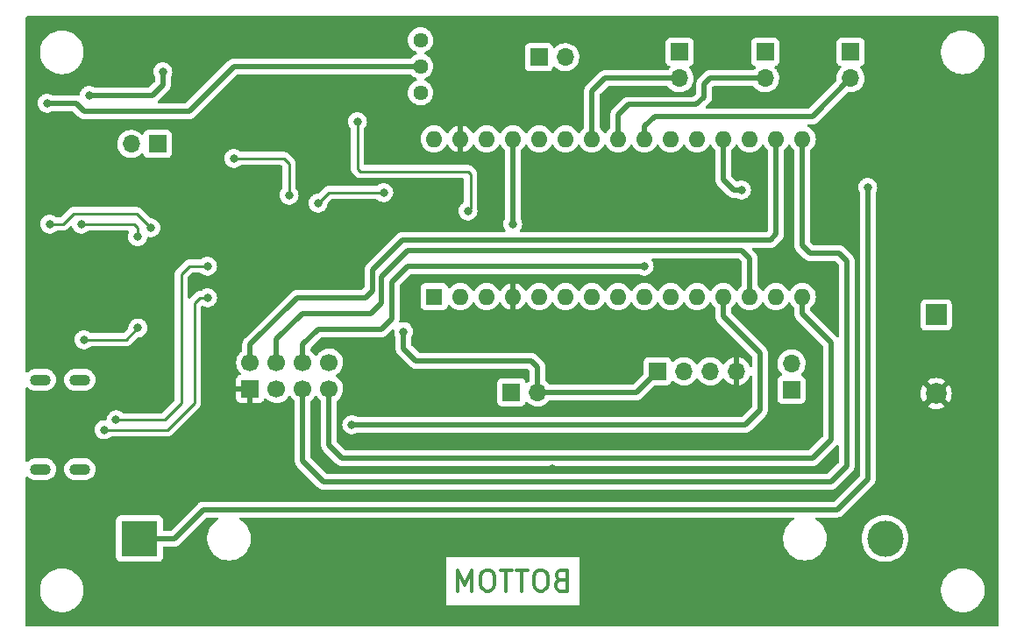
<source format=gbl>
%TF.GenerationSoftware,KiCad,Pcbnew,(6.0.7)*%
%TF.CreationDate,2022-10-31T09:28:38+01:00*%
%TF.ProjectId,Callsystem,43616c6c-7379-4737-9465-6d2e6b696361,1*%
%TF.SameCoordinates,Original*%
%TF.FileFunction,Copper,L2,Bot*%
%TF.FilePolarity,Positive*%
%FSLAX46Y46*%
G04 Gerber Fmt 4.6, Leading zero omitted, Abs format (unit mm)*
G04 Created by KiCad (PCBNEW (6.0.7)) date 2022-10-31 09:28:38*
%MOMM*%
%LPD*%
G01*
G04 APERTURE LIST*
%ADD10C,0.300000*%
%TA.AperFunction,NonConductor*%
%ADD11C,0.300000*%
%TD*%
%TA.AperFunction,ComponentPad*%
%ADD12O,2.000000X1.100000*%
%TD*%
%TA.AperFunction,ComponentPad*%
%ADD13R,1.700000X1.700000*%
%TD*%
%TA.AperFunction,ComponentPad*%
%ADD14O,1.700000X1.700000*%
%TD*%
%TA.AperFunction,ComponentPad*%
%ADD15R,1.600000X1.600000*%
%TD*%
%TA.AperFunction,ComponentPad*%
%ADD16O,1.600000X1.600000*%
%TD*%
%TA.AperFunction,ComponentPad*%
%ADD17C,1.440000*%
%TD*%
%TA.AperFunction,ComponentPad*%
%ADD18R,3.500000X3.500000*%
%TD*%
%TA.AperFunction,ComponentPad*%
%ADD19C,3.500000*%
%TD*%
%TA.AperFunction,ComponentPad*%
%ADD20R,2.000000X2.000000*%
%TD*%
%TA.AperFunction,ComponentPad*%
%ADD21C,2.000000*%
%TD*%
%TA.AperFunction,ComponentPad*%
%ADD22C,1.700000*%
%TD*%
%TA.AperFunction,ViaPad*%
%ADD23C,0.800000*%
%TD*%
%TA.AperFunction,Conductor*%
%ADD24C,0.500000*%
%TD*%
%TA.AperFunction,Conductor*%
%ADD25C,0.250000*%
%TD*%
G04 APERTURE END LIST*
D10*
D11*
X102155047Y-105013142D02*
X101869333Y-105108380D01*
X101774095Y-105203619D01*
X101678857Y-105394095D01*
X101678857Y-105679809D01*
X101774095Y-105870285D01*
X101869333Y-105965523D01*
X102059809Y-106060761D01*
X102821714Y-106060761D01*
X102821714Y-104060761D01*
X102155047Y-104060761D01*
X101964571Y-104156000D01*
X101869333Y-104251238D01*
X101774095Y-104441714D01*
X101774095Y-104632190D01*
X101869333Y-104822666D01*
X101964571Y-104917904D01*
X102155047Y-105013142D01*
X102821714Y-105013142D01*
X100440761Y-104060761D02*
X100059809Y-104060761D01*
X99869333Y-104156000D01*
X99678857Y-104346476D01*
X99583619Y-104727428D01*
X99583619Y-105394095D01*
X99678857Y-105775047D01*
X99869333Y-105965523D01*
X100059809Y-106060761D01*
X100440761Y-106060761D01*
X100631238Y-105965523D01*
X100821714Y-105775047D01*
X100916952Y-105394095D01*
X100916952Y-104727428D01*
X100821714Y-104346476D01*
X100631238Y-104156000D01*
X100440761Y-104060761D01*
X99012190Y-104060761D02*
X97869333Y-104060761D01*
X98440761Y-106060761D02*
X98440761Y-104060761D01*
X97488380Y-104060761D02*
X96345523Y-104060761D01*
X96916952Y-106060761D02*
X96916952Y-104060761D01*
X95297904Y-104060761D02*
X94916952Y-104060761D01*
X94726476Y-104156000D01*
X94536000Y-104346476D01*
X94440761Y-104727428D01*
X94440761Y-105394095D01*
X94536000Y-105775047D01*
X94726476Y-105965523D01*
X94916952Y-106060761D01*
X95297904Y-106060761D01*
X95488380Y-105965523D01*
X95678857Y-105775047D01*
X95774095Y-105394095D01*
X95774095Y-104727428D01*
X95678857Y-104346476D01*
X95488380Y-104156000D01*
X95297904Y-104060761D01*
X93583619Y-106060761D02*
X93583619Y-104060761D01*
X92916952Y-105489333D01*
X92250285Y-104060761D01*
X92250285Y-106060761D01*
D12*
X51930000Y-85660000D03*
X51930000Y-94300000D03*
X55730000Y-94300000D03*
X55730000Y-85660000D03*
D13*
X63251000Y-62865000D03*
D14*
X60711000Y-62865000D03*
D13*
X100076000Y-54478000D03*
D14*
X102616000Y-54478000D03*
D15*
X89950000Y-77620000D03*
D16*
X92490000Y-77620000D03*
X95030000Y-77620000D03*
X97570000Y-77620000D03*
X100110000Y-77620000D03*
X102650000Y-77620000D03*
X105190000Y-77620000D03*
X107730000Y-77620000D03*
X110270000Y-77620000D03*
X112810000Y-77620000D03*
X115350000Y-77620000D03*
X117890000Y-77620000D03*
X120430000Y-77620000D03*
X122970000Y-77620000D03*
X125510000Y-77620000D03*
X125510000Y-62380000D03*
X122970000Y-62380000D03*
X120430000Y-62380000D03*
X117890000Y-62380000D03*
X115350000Y-62380000D03*
X112810000Y-62380000D03*
X110270000Y-62380000D03*
X107730000Y-62380000D03*
X105190000Y-62380000D03*
X102650000Y-62380000D03*
X100110000Y-62380000D03*
X97570000Y-62380000D03*
X95030000Y-62380000D03*
X92490000Y-62380000D03*
X89950000Y-62380000D03*
D17*
X88646000Y-52832000D03*
X88646000Y-55372000D03*
X88646000Y-57912000D03*
D13*
X97404000Y-86868000D03*
D14*
X99944000Y-86868000D03*
D18*
X61500000Y-101000000D03*
D19*
X133500000Y-101000000D03*
D20*
X138430000Y-79385000D03*
D21*
X138430000Y-86985000D03*
D13*
X72190000Y-86526500D03*
D22*
X72190000Y-83986500D03*
X74730000Y-86526500D03*
X74730000Y-83986500D03*
X77270000Y-86526500D03*
X77270000Y-83986500D03*
X79810000Y-86526500D03*
X79810000Y-83986500D03*
D13*
X111516000Y-84836000D03*
D14*
X114056000Y-84836000D03*
X116596000Y-84836000D03*
X119136000Y-84836000D03*
D13*
X124460000Y-86619000D03*
D14*
X124460000Y-84079000D03*
D13*
X130175000Y-53975000D03*
D14*
X130175000Y-56515000D03*
D13*
X121920000Y-53970000D03*
D14*
X121920000Y-56510000D03*
D13*
X113665000Y-53975000D03*
D14*
X113665000Y-56515000D03*
D23*
X131826000Y-67056000D03*
X76000000Y-51000000D03*
X144000000Y-63000000D03*
X130000000Y-51000000D03*
X51000000Y-82000000D03*
X118000000Y-51000000D03*
X100000000Y-51000000D03*
X115000000Y-109000000D03*
X51000000Y-97000000D03*
X79000000Y-51000000D03*
X73000000Y-51000000D03*
X144000000Y-78000000D03*
X91000000Y-51000000D03*
X82000000Y-109000000D03*
X106000000Y-109000000D03*
X127000000Y-51000000D03*
X64000000Y-109000000D03*
X144000000Y-60000000D03*
X144000000Y-84000000D03*
X121412000Y-70866000D03*
X144000000Y-66000000D03*
X136000000Y-51000000D03*
X51000000Y-64000000D03*
X51000000Y-70000000D03*
X124206000Y-64770000D03*
X103000000Y-109000000D03*
X87122000Y-67056000D03*
X91000000Y-109000000D03*
X97000000Y-51000000D03*
X109000000Y-51000000D03*
X79502000Y-93726000D03*
X133000000Y-51000000D03*
X67000000Y-109000000D03*
X58000000Y-109000000D03*
X79000000Y-109000000D03*
X104394000Y-84836000D03*
X100000000Y-109000000D03*
X124206000Y-70866000D03*
X61000000Y-109000000D03*
X133000000Y-109000000D03*
X67818000Y-65278000D03*
X124000000Y-51000000D03*
X94000000Y-51000000D03*
X51000000Y-73000000D03*
X51000000Y-99000000D03*
X107442000Y-84836000D03*
X144000000Y-69000000D03*
X124206000Y-69342000D03*
X136000000Y-109000000D03*
X51000000Y-61000000D03*
X61000000Y-51000000D03*
X108966000Y-80772000D03*
X144000000Y-87000000D03*
X114554000Y-80264000D03*
X144000000Y-81000000D03*
X144000000Y-93000000D03*
X51000000Y-67000000D03*
X97000000Y-109000000D03*
X121000000Y-109000000D03*
X130000000Y-109000000D03*
X101346000Y-94234000D03*
X144000000Y-102000000D03*
X70000000Y-109000000D03*
X144000000Y-75000000D03*
X144000000Y-90000000D03*
X70000000Y-51000000D03*
X51000000Y-58000000D03*
X128016000Y-93980000D03*
X112000000Y-109000000D03*
X99822000Y-70866000D03*
X106000000Y-51000000D03*
X112000000Y-51000000D03*
X85000000Y-109000000D03*
X51000000Y-102000000D03*
X98806000Y-64770000D03*
X144000000Y-99000000D03*
X76000000Y-109000000D03*
X127000000Y-109000000D03*
X94000000Y-109000000D03*
X73000000Y-109000000D03*
X115000000Y-51000000D03*
X124000000Y-109000000D03*
X103000000Y-51000000D03*
X144000000Y-72000000D03*
X53400000Y-90000000D03*
X109000000Y-109000000D03*
X121000000Y-51000000D03*
X82000000Y-51000000D03*
X85000000Y-51000000D03*
X58000000Y-51000000D03*
X88000000Y-109000000D03*
X51000000Y-76000000D03*
X121412000Y-65024000D03*
X51000000Y-79000000D03*
X111506000Y-80772000D03*
X67818000Y-63500000D03*
X67000000Y-51000000D03*
X64000000Y-51000000D03*
X144000000Y-96000000D03*
X88000000Y-51000000D03*
X118000000Y-109000000D03*
X75946000Y-67818000D03*
X70612000Y-64262000D03*
X85090000Y-67564000D03*
X78740000Y-68580000D03*
X87000000Y-81000000D03*
X97536000Y-70612000D03*
X68072000Y-74676000D03*
X59232800Y-89509600D03*
X58064400Y-90500200D03*
X68072000Y-77724000D03*
X56134000Y-81788000D03*
X61341000Y-80645000D03*
X52832000Y-70612000D03*
X62585600Y-70967600D03*
X61315600Y-71831200D03*
X55880000Y-70612000D03*
X119634000Y-67310000D03*
X52578000Y-58928000D03*
X82000000Y-90000000D03*
X110236000Y-74676000D03*
X63754000Y-55880000D03*
X56642000Y-58166000D03*
X82550000Y-60706000D03*
X93218000Y-69342000D03*
D24*
X131826000Y-67056000D02*
X131826000Y-95250000D01*
X131826000Y-95250000D02*
X128885349Y-98190651D01*
X128885349Y-98190651D02*
X67671349Y-98190651D01*
X64862000Y-101000000D02*
X61500000Y-101000000D01*
X67671349Y-98190651D02*
X64862000Y-101000000D01*
D25*
X75438000Y-64262000D02*
X70612000Y-64262000D01*
X75946000Y-64770000D02*
X75438000Y-64262000D01*
X75946000Y-67818000D02*
X75946000Y-64770000D01*
X79756000Y-67564000D02*
X78740000Y-68580000D01*
X85090000Y-67564000D02*
X79756000Y-67564000D01*
D24*
X99944000Y-84450000D02*
X99314000Y-83820000D01*
X99944000Y-86868000D02*
X109484000Y-86868000D01*
X94820000Y-83820000D02*
X88180000Y-83820000D01*
X109484000Y-86868000D02*
X111516000Y-84836000D01*
X99314000Y-83820000D02*
X94820000Y-83820000D01*
X99944000Y-86868000D02*
X99944000Y-84450000D01*
X97536000Y-70612000D02*
X97570000Y-70578000D01*
X87000000Y-82640000D02*
X87000000Y-81000000D01*
X88180000Y-83820000D02*
X87000000Y-82640000D01*
X97570000Y-70578000D02*
X97570000Y-62380000D01*
X126492000Y-60198000D02*
X111252000Y-60198000D01*
X110270000Y-62380000D02*
X110270000Y-61180000D01*
X130175000Y-56515000D02*
X126492000Y-60198000D01*
X110270000Y-61180000D02*
X111252000Y-60198000D01*
X105190000Y-57751000D02*
X105190000Y-62380000D01*
X113665000Y-56515000D02*
X106426000Y-56515000D01*
X106426000Y-56515000D02*
X105190000Y-57751000D01*
D25*
X65532000Y-87884000D02*
X65532000Y-77216000D01*
X63906400Y-89509600D02*
X65532000Y-87884000D01*
X65532000Y-77216000D02*
X65532000Y-75438000D01*
X59232800Y-89509600D02*
X63906400Y-89509600D01*
X65532000Y-75438000D02*
X66294000Y-74676000D01*
X66294000Y-74676000D02*
X68072000Y-74676000D01*
X66802000Y-78232000D02*
X67310000Y-77724000D01*
X66802000Y-80010000D02*
X66802000Y-79756000D01*
X66802000Y-87884000D02*
X66802000Y-80010000D01*
X64185800Y-90500200D02*
X66802000Y-87884000D01*
X58064400Y-90500200D02*
X64185800Y-90500200D01*
X66802000Y-79756000D02*
X66802000Y-78232000D01*
X67310000Y-77724000D02*
X68072000Y-77724000D01*
X61341000Y-80645000D02*
X60198000Y-81788000D01*
X60198000Y-81788000D02*
X56134000Y-81788000D01*
X55118000Y-69596000D02*
X61214000Y-69596000D01*
X52832000Y-70612000D02*
X54102000Y-70612000D01*
X61214000Y-69596000D02*
X62585600Y-70967600D01*
X54102000Y-70612000D02*
X55118000Y-69596000D01*
X60960000Y-70612000D02*
X61315600Y-70967600D01*
X61315600Y-70967600D02*
X61315600Y-71831200D01*
X55880000Y-70612000D02*
X60960000Y-70612000D01*
D24*
X118872000Y-67310000D02*
X119634000Y-67310000D01*
X117890000Y-66328000D02*
X118872000Y-67310000D01*
X117890000Y-62380000D02*
X117890000Y-66328000D01*
X66294000Y-59690000D02*
X56134000Y-59690000D01*
X70612000Y-55372000D02*
X66294000Y-59690000D01*
X52578000Y-58928000D02*
X55372000Y-58928000D01*
X88646000Y-55372000D02*
X70612000Y-55372000D01*
X55372000Y-58928000D02*
X56134000Y-59690000D01*
X83312000Y-77724000D02*
X84000000Y-77036000D01*
X76708000Y-77724000D02*
X83312000Y-77724000D01*
X84000000Y-75000000D02*
X86864000Y-72136000D01*
X122428000Y-72136000D02*
X122970000Y-71594000D01*
X72190000Y-83986500D02*
X72190000Y-82242000D01*
X86864000Y-72136000D02*
X122428000Y-72136000D01*
X122970000Y-71594000D02*
X122970000Y-62380000D01*
X72190000Y-82242000D02*
X76708000Y-77724000D01*
X84000000Y-77036000D02*
X84000000Y-75000000D01*
X82000000Y-90000000D02*
X120000000Y-90000000D01*
X120000000Y-90000000D02*
X121412000Y-88588000D01*
X117890000Y-77620000D02*
X117890000Y-79028000D01*
X117890000Y-79536000D02*
X121412000Y-83058000D01*
X121412000Y-83058000D02*
X121412000Y-88588000D01*
X117890000Y-79028000D02*
X117890000Y-79536000D01*
X74730000Y-83986500D02*
X74730000Y-81734000D01*
X120430000Y-73948000D02*
X120430000Y-77620000D01*
X87376000Y-73152000D02*
X119634000Y-73152000D01*
X84836000Y-75692000D02*
X87376000Y-73152000D01*
X84836000Y-78232000D02*
X84836000Y-75692000D01*
X119634000Y-73152000D02*
X120430000Y-73948000D01*
X74730000Y-81734000D02*
X77216000Y-79248000D01*
X77216000Y-79248000D02*
X83820000Y-79248000D01*
X83820000Y-79248000D02*
X84836000Y-78232000D01*
X77270000Y-86526500D02*
X77270000Y-93526000D01*
X129794000Y-93980000D02*
X129794000Y-74168000D01*
X128270000Y-95504000D02*
X129794000Y-93980000D01*
X79248000Y-95504000D02*
X128270000Y-95504000D01*
X125510000Y-72678000D02*
X125510000Y-62380000D01*
X77270000Y-93526000D02*
X79248000Y-95504000D01*
X129032000Y-73406000D02*
X126238000Y-73406000D01*
X129794000Y-74168000D02*
X129032000Y-73406000D01*
X126238000Y-73406000D02*
X125510000Y-72678000D01*
X77270000Y-82242000D02*
X78740000Y-80772000D01*
X85852000Y-79756000D02*
X85852000Y-76208660D01*
X85852000Y-76208660D02*
X87384660Y-74676000D01*
X87384660Y-74676000D02*
X99568000Y-74676000D01*
X77270000Y-83986500D02*
X77270000Y-82242000D01*
X84836000Y-80772000D02*
X85852000Y-79756000D01*
X77270000Y-83986500D02*
X77270000Y-82730000D01*
X99568000Y-74676000D02*
X110236000Y-74676000D01*
X78740000Y-80772000D02*
X84836000Y-80772000D01*
X125510000Y-79282000D02*
X125510000Y-77620000D01*
X128270000Y-91440000D02*
X128270000Y-82042000D01*
X128270000Y-82042000D02*
X125510000Y-79282000D01*
X81026000Y-93218000D02*
X126492000Y-93218000D01*
X79810000Y-92002000D02*
X81026000Y-93218000D01*
X126492000Y-93218000D02*
X128270000Y-91440000D01*
X79810000Y-86526500D02*
X79810000Y-92002000D01*
X107730000Y-60037000D02*
X108699300Y-59067700D01*
X116027200Y-58318400D02*
X116027200Y-57048400D01*
X108699300Y-59067700D02*
X115277900Y-59067700D01*
X116027200Y-57048400D02*
X116565600Y-56510000D01*
X116565600Y-56510000D02*
X121920000Y-56510000D01*
X115277900Y-59067700D02*
X116027200Y-58318400D01*
X107730000Y-62380000D02*
X107730000Y-60037000D01*
X56642000Y-58166000D02*
X62738000Y-58166000D01*
X63754000Y-57150000D02*
X63754000Y-55880000D01*
X62738000Y-58166000D02*
X63754000Y-57150000D01*
D25*
X82804000Y-65532000D02*
X82550000Y-65278000D01*
X83312000Y-65532000D02*
X82804000Y-65532000D01*
X93472000Y-65786000D02*
X93472000Y-69088000D01*
X82550000Y-65278000D02*
X82550000Y-60706000D01*
X86614000Y-65532000D02*
X93218000Y-65532000D01*
X93218000Y-65532000D02*
X93472000Y-65786000D01*
X93472000Y-69088000D02*
X93218000Y-69342000D01*
X86614000Y-65532000D02*
X83312000Y-65532000D01*
%TA.AperFunction,Conductor*%
G36*
X144433621Y-50528502D02*
G01*
X144480114Y-50582158D01*
X144491500Y-50634500D01*
X144491500Y-109365500D01*
X144471498Y-109433621D01*
X144417842Y-109480114D01*
X144365500Y-109491500D01*
X50634500Y-109491500D01*
X50566379Y-109471498D01*
X50519886Y-109417842D01*
X50508500Y-109365500D01*
X50508500Y-106132703D01*
X51890743Y-106132703D01*
X51928268Y-106417734D01*
X52004129Y-106695036D01*
X52116923Y-106959476D01*
X52264561Y-107206161D01*
X52444313Y-107430528D01*
X52652851Y-107628423D01*
X52886317Y-107796186D01*
X52890112Y-107798195D01*
X52890113Y-107798196D01*
X52911869Y-107809715D01*
X53140392Y-107930712D01*
X53410373Y-108029511D01*
X53691264Y-108090755D01*
X53719841Y-108093004D01*
X53914282Y-108108307D01*
X53914291Y-108108307D01*
X53916739Y-108108500D01*
X54072271Y-108108500D01*
X54074407Y-108108354D01*
X54074418Y-108108354D01*
X54282548Y-108094165D01*
X54282554Y-108094164D01*
X54286825Y-108093873D01*
X54291020Y-108093004D01*
X54291022Y-108093004D01*
X54427583Y-108064724D01*
X54568342Y-108035574D01*
X54839343Y-107939607D01*
X55094812Y-107807750D01*
X55098313Y-107805289D01*
X55098317Y-107805287D01*
X55212418Y-107725095D01*
X55330023Y-107642441D01*
X55483846Y-107499500D01*
X91115595Y-107499500D01*
X103956405Y-107499500D01*
X103956405Y-106132703D01*
X138890743Y-106132703D01*
X138928268Y-106417734D01*
X139004129Y-106695036D01*
X139116923Y-106959476D01*
X139264561Y-107206161D01*
X139444313Y-107430528D01*
X139652851Y-107628423D01*
X139886317Y-107796186D01*
X139890112Y-107798195D01*
X139890113Y-107798196D01*
X139911869Y-107809715D01*
X140140392Y-107930712D01*
X140410373Y-108029511D01*
X140691264Y-108090755D01*
X140719841Y-108093004D01*
X140914282Y-108108307D01*
X140914291Y-108108307D01*
X140916739Y-108108500D01*
X141072271Y-108108500D01*
X141074407Y-108108354D01*
X141074418Y-108108354D01*
X141282548Y-108094165D01*
X141282554Y-108094164D01*
X141286825Y-108093873D01*
X141291020Y-108093004D01*
X141291022Y-108093004D01*
X141427583Y-108064724D01*
X141568342Y-108035574D01*
X141839343Y-107939607D01*
X142094812Y-107807750D01*
X142098313Y-107805289D01*
X142098317Y-107805287D01*
X142212418Y-107725095D01*
X142330023Y-107642441D01*
X142540622Y-107446740D01*
X142722713Y-107224268D01*
X142872927Y-106979142D01*
X142988483Y-106715898D01*
X143067244Y-106439406D01*
X143107751Y-106154784D01*
X143107845Y-106136951D01*
X143109235Y-105871583D01*
X143109235Y-105871576D01*
X143109257Y-105867297D01*
X143071732Y-105582266D01*
X142995871Y-105304964D01*
X142883077Y-105040524D01*
X142735439Y-104793839D01*
X142555687Y-104569472D01*
X142347149Y-104371577D01*
X142113683Y-104203814D01*
X142091843Y-104192250D01*
X142068654Y-104179972D01*
X141859608Y-104069288D01*
X141589627Y-103970489D01*
X141308736Y-103909245D01*
X141277685Y-103906801D01*
X141085718Y-103891693D01*
X141085709Y-103891693D01*
X141083261Y-103891500D01*
X140927729Y-103891500D01*
X140925593Y-103891646D01*
X140925582Y-103891646D01*
X140717452Y-103905835D01*
X140717446Y-103905836D01*
X140713175Y-103906127D01*
X140708980Y-103906996D01*
X140708978Y-103906996D01*
X140572416Y-103935277D01*
X140431658Y-103964426D01*
X140160657Y-104060393D01*
X139905188Y-104192250D01*
X139901687Y-104194711D01*
X139901683Y-104194713D01*
X139891594Y-104201804D01*
X139669977Y-104357559D01*
X139459378Y-104553260D01*
X139277287Y-104775732D01*
X139127073Y-105020858D01*
X139011517Y-105284102D01*
X138932756Y-105560594D01*
X138892249Y-105845216D01*
X138892227Y-105849505D01*
X138892226Y-105849512D01*
X138890765Y-106128417D01*
X138890743Y-106132703D01*
X103956405Y-106132703D01*
X103956405Y-102812500D01*
X91115595Y-102812500D01*
X91115595Y-107499500D01*
X55483846Y-107499500D01*
X55540622Y-107446740D01*
X55722713Y-107224268D01*
X55872927Y-106979142D01*
X55988483Y-106715898D01*
X56067244Y-106439406D01*
X56107751Y-106154784D01*
X56107845Y-106136951D01*
X56109235Y-105871583D01*
X56109235Y-105871576D01*
X56109257Y-105867297D01*
X56071732Y-105582266D01*
X55995871Y-105304964D01*
X55883077Y-105040524D01*
X55735439Y-104793839D01*
X55555687Y-104569472D01*
X55347149Y-104371577D01*
X55113683Y-104203814D01*
X55091843Y-104192250D01*
X55068654Y-104179972D01*
X54859608Y-104069288D01*
X54589627Y-103970489D01*
X54308736Y-103909245D01*
X54277685Y-103906801D01*
X54085718Y-103891693D01*
X54085709Y-103891693D01*
X54083261Y-103891500D01*
X53927729Y-103891500D01*
X53925593Y-103891646D01*
X53925582Y-103891646D01*
X53717452Y-103905835D01*
X53717446Y-103905836D01*
X53713175Y-103906127D01*
X53708980Y-103906996D01*
X53708978Y-103906996D01*
X53572416Y-103935277D01*
X53431658Y-103964426D01*
X53160657Y-104060393D01*
X52905188Y-104192250D01*
X52901687Y-104194711D01*
X52901683Y-104194713D01*
X52891594Y-104201804D01*
X52669977Y-104357559D01*
X52459378Y-104553260D01*
X52277287Y-104775732D01*
X52127073Y-105020858D01*
X52011517Y-105284102D01*
X51932756Y-105560594D01*
X51892249Y-105845216D01*
X51892227Y-105849505D01*
X51892226Y-105849512D01*
X51890765Y-106128417D01*
X51890743Y-106132703D01*
X50508500Y-106132703D01*
X50508500Y-102798134D01*
X59241500Y-102798134D01*
X59248255Y-102860316D01*
X59299385Y-102996705D01*
X59386739Y-103113261D01*
X59503295Y-103200615D01*
X59639684Y-103251745D01*
X59701866Y-103258500D01*
X63298134Y-103258500D01*
X63360316Y-103251745D01*
X63496705Y-103200615D01*
X63613261Y-103113261D01*
X63700615Y-102996705D01*
X63751745Y-102860316D01*
X63758500Y-102798134D01*
X63758500Y-101884500D01*
X63778502Y-101816379D01*
X63832158Y-101769886D01*
X63884500Y-101758500D01*
X64794930Y-101758500D01*
X64813880Y-101759933D01*
X64828115Y-101762099D01*
X64828119Y-101762099D01*
X64835349Y-101763199D01*
X64842641Y-101762606D01*
X64842644Y-101762606D01*
X64888018Y-101758915D01*
X64898233Y-101758500D01*
X64906293Y-101758500D01*
X64919583Y-101756951D01*
X64934507Y-101755211D01*
X64938882Y-101754778D01*
X65004339Y-101749454D01*
X65004342Y-101749453D01*
X65011637Y-101748860D01*
X65018601Y-101746604D01*
X65024560Y-101745413D01*
X65030415Y-101744029D01*
X65037681Y-101743182D01*
X65106327Y-101718265D01*
X65110455Y-101716848D01*
X65172936Y-101696607D01*
X65172938Y-101696606D01*
X65179899Y-101694351D01*
X65186154Y-101690555D01*
X65191628Y-101688049D01*
X65197058Y-101685330D01*
X65203937Y-101682833D01*
X65264976Y-101642814D01*
X65268680Y-101640477D01*
X65331107Y-101602595D01*
X65339484Y-101595197D01*
X65339508Y-101595224D01*
X65342500Y-101592571D01*
X65345733Y-101589868D01*
X65351852Y-101585856D01*
X65405128Y-101529617D01*
X65407506Y-101527175D01*
X67948625Y-98986056D01*
X68010937Y-98952030D01*
X68037720Y-98949151D01*
X69002343Y-98949151D01*
X69070464Y-98969153D01*
X69116957Y-99022809D01*
X69127061Y-99093083D01*
X69097567Y-99157663D01*
X69060133Y-99187117D01*
X69050188Y-99192250D01*
X69046687Y-99194711D01*
X69046683Y-99194713D01*
X68932583Y-99274904D01*
X68814977Y-99357559D01*
X68604378Y-99553260D01*
X68422287Y-99775732D01*
X68272073Y-100020858D01*
X68270347Y-100024791D01*
X68270346Y-100024792D01*
X68191418Y-100204595D01*
X68156517Y-100284102D01*
X68077756Y-100560594D01*
X68037249Y-100845216D01*
X68037227Y-100849505D01*
X68037226Y-100849512D01*
X68035765Y-101128417D01*
X68035743Y-101132703D01*
X68073268Y-101417734D01*
X68149129Y-101695036D01*
X68150813Y-101698984D01*
X68222114Y-101866145D01*
X68261923Y-101959476D01*
X68409561Y-102206161D01*
X68589313Y-102430528D01*
X68797851Y-102628423D01*
X69031317Y-102796186D01*
X69035112Y-102798195D01*
X69035113Y-102798196D01*
X69073206Y-102818365D01*
X69285392Y-102930712D01*
X69555373Y-103029511D01*
X69836264Y-103090755D01*
X69864841Y-103093004D01*
X70059282Y-103108307D01*
X70059291Y-103108307D01*
X70061739Y-103108500D01*
X70217271Y-103108500D01*
X70219407Y-103108354D01*
X70219418Y-103108354D01*
X70427548Y-103094165D01*
X70427554Y-103094164D01*
X70431825Y-103093873D01*
X70436020Y-103093004D01*
X70436022Y-103093004D01*
X70572583Y-103064724D01*
X70713342Y-103035574D01*
X70984343Y-102939607D01*
X71239812Y-102807750D01*
X71243313Y-102805289D01*
X71243317Y-102805287D01*
X71357418Y-102725095D01*
X71475023Y-102642441D01*
X71685622Y-102446740D01*
X71867713Y-102224268D01*
X72017927Y-101979142D01*
X72133483Y-101715898D01*
X72212244Y-101439406D01*
X72252751Y-101154784D01*
X72252845Y-101136951D01*
X72254235Y-100871583D01*
X72254235Y-100871576D01*
X72254257Y-100867297D01*
X72216732Y-100582266D01*
X72140871Y-100304964D01*
X72112573Y-100238621D01*
X72029763Y-100044476D01*
X72029761Y-100044472D01*
X72028077Y-100040524D01*
X71880439Y-99793839D01*
X71700687Y-99569472D01*
X71492149Y-99371577D01*
X71258683Y-99203814D01*
X71225992Y-99186505D01*
X71175149Y-99136953D01*
X71159167Y-99067778D01*
X71183121Y-99000945D01*
X71239405Y-98957671D01*
X71284951Y-98949151D01*
X124612343Y-98949151D01*
X124680464Y-98969153D01*
X124726957Y-99022809D01*
X124737061Y-99093083D01*
X124707567Y-99157663D01*
X124670133Y-99187117D01*
X124660188Y-99192250D01*
X124656687Y-99194711D01*
X124656683Y-99194713D01*
X124542583Y-99274904D01*
X124424977Y-99357559D01*
X124214378Y-99553260D01*
X124032287Y-99775732D01*
X123882073Y-100020858D01*
X123880347Y-100024791D01*
X123880346Y-100024792D01*
X123801418Y-100204595D01*
X123766517Y-100284102D01*
X123687756Y-100560594D01*
X123647249Y-100845216D01*
X123647227Y-100849505D01*
X123647226Y-100849512D01*
X123645765Y-101128417D01*
X123645743Y-101132703D01*
X123683268Y-101417734D01*
X123759129Y-101695036D01*
X123760813Y-101698984D01*
X123832114Y-101866145D01*
X123871923Y-101959476D01*
X124019561Y-102206161D01*
X124199313Y-102430528D01*
X124407851Y-102628423D01*
X124641317Y-102796186D01*
X124645112Y-102798195D01*
X124645113Y-102798196D01*
X124683206Y-102818365D01*
X124895392Y-102930712D01*
X125165373Y-103029511D01*
X125446264Y-103090755D01*
X125474841Y-103093004D01*
X125669282Y-103108307D01*
X125669291Y-103108307D01*
X125671739Y-103108500D01*
X125827271Y-103108500D01*
X125829407Y-103108354D01*
X125829418Y-103108354D01*
X126037548Y-103094165D01*
X126037554Y-103094164D01*
X126041825Y-103093873D01*
X126046020Y-103093004D01*
X126046022Y-103093004D01*
X126182583Y-103064724D01*
X126323342Y-103035574D01*
X126594343Y-102939607D01*
X126849812Y-102807750D01*
X126853313Y-102805289D01*
X126853317Y-102805287D01*
X126967418Y-102725095D01*
X127085023Y-102642441D01*
X127295622Y-102446740D01*
X127477713Y-102224268D01*
X127627927Y-101979142D01*
X127743483Y-101715898D01*
X127822244Y-101439406D01*
X127862751Y-101154784D01*
X127862845Y-101136951D01*
X127863562Y-101000000D01*
X131236654Y-101000000D01*
X131236924Y-101004119D01*
X131247078Y-101159036D01*
X131256017Y-101295426D01*
X131256819Y-101299459D01*
X131256820Y-101299465D01*
X131302115Y-101527175D01*
X131313776Y-101585797D01*
X131315103Y-101589706D01*
X131315104Y-101589710D01*
X131392048Y-101816379D01*
X131408941Y-101866145D01*
X131539885Y-102131673D01*
X131704367Y-102377838D01*
X131707081Y-102380932D01*
X131707085Y-102380938D01*
X131767354Y-102449661D01*
X131899573Y-102600427D01*
X131902662Y-102603136D01*
X132119062Y-102792915D01*
X132119068Y-102792919D01*
X132122162Y-102795633D01*
X132125588Y-102797922D01*
X132125593Y-102797926D01*
X132218967Y-102860316D01*
X132368327Y-102960115D01*
X132372026Y-102961939D01*
X132372031Y-102961942D01*
X132425474Y-102988297D01*
X132633855Y-103091059D01*
X132637760Y-103092384D01*
X132637761Y-103092385D01*
X132910290Y-103184896D01*
X132910294Y-103184897D01*
X132914203Y-103186224D01*
X132918247Y-103187028D01*
X132918253Y-103187030D01*
X133200535Y-103243180D01*
X133200541Y-103243181D01*
X133204574Y-103243983D01*
X133208679Y-103244252D01*
X133208686Y-103244253D01*
X133495881Y-103263076D01*
X133500000Y-103263346D01*
X133504119Y-103263076D01*
X133791314Y-103244253D01*
X133791321Y-103244252D01*
X133795426Y-103243983D01*
X133799459Y-103243181D01*
X133799465Y-103243180D01*
X134081747Y-103187030D01*
X134081753Y-103187028D01*
X134085797Y-103186224D01*
X134089706Y-103184897D01*
X134089710Y-103184896D01*
X134362239Y-103092385D01*
X134362240Y-103092384D01*
X134366145Y-103091059D01*
X134574526Y-102988297D01*
X134627969Y-102961942D01*
X134627974Y-102961939D01*
X134631673Y-102960115D01*
X134781033Y-102860316D01*
X134874407Y-102797926D01*
X134874412Y-102797922D01*
X134877838Y-102795633D01*
X134880932Y-102792919D01*
X134880938Y-102792915D01*
X135097338Y-102603136D01*
X135100427Y-102600427D01*
X135232646Y-102449661D01*
X135292915Y-102380938D01*
X135292919Y-102380932D01*
X135295633Y-102377838D01*
X135460115Y-102131673D01*
X135591059Y-101866145D01*
X135607952Y-101816379D01*
X135684896Y-101589710D01*
X135684897Y-101589706D01*
X135686224Y-101585797D01*
X135697885Y-101527175D01*
X135743180Y-101299465D01*
X135743181Y-101299459D01*
X135743983Y-101295426D01*
X135752923Y-101159036D01*
X135763076Y-101004119D01*
X135763346Y-101000000D01*
X135753201Y-100845216D01*
X135744253Y-100708686D01*
X135744252Y-100708679D01*
X135743983Y-100704574D01*
X135719655Y-100582266D01*
X135687030Y-100418253D01*
X135687028Y-100418247D01*
X135686224Y-100414203D01*
X135650548Y-100309103D01*
X135592385Y-100137761D01*
X135592384Y-100137760D01*
X135591059Y-100133855D01*
X135460115Y-99868327D01*
X135295633Y-99622162D01*
X135292919Y-99619068D01*
X135292915Y-99619062D01*
X135103136Y-99402662D01*
X135100427Y-99399573D01*
X135055848Y-99360478D01*
X134880938Y-99207085D01*
X134880932Y-99207081D01*
X134877838Y-99204367D01*
X134874412Y-99202078D01*
X134874407Y-99202074D01*
X134635106Y-99042179D01*
X134631673Y-99039885D01*
X134627974Y-99038061D01*
X134627969Y-99038058D01*
X134478657Y-98964426D01*
X134366145Y-98908941D01*
X134361897Y-98907499D01*
X134089710Y-98815104D01*
X134089706Y-98815103D01*
X134085797Y-98813776D01*
X134081753Y-98812972D01*
X134081747Y-98812970D01*
X133799465Y-98756820D01*
X133799459Y-98756819D01*
X133795426Y-98756017D01*
X133791321Y-98755748D01*
X133791314Y-98755747D01*
X133504119Y-98736924D01*
X133500000Y-98736654D01*
X133495881Y-98736924D01*
X133208686Y-98755747D01*
X133208679Y-98755748D01*
X133204574Y-98756017D01*
X133200541Y-98756819D01*
X133200535Y-98756820D01*
X132918253Y-98812970D01*
X132918247Y-98812972D01*
X132914203Y-98813776D01*
X132910294Y-98815103D01*
X132910290Y-98815104D01*
X132638103Y-98907499D01*
X132633855Y-98908941D01*
X132521343Y-98964426D01*
X132372031Y-99038058D01*
X132372026Y-99038061D01*
X132368327Y-99039885D01*
X132364894Y-99042179D01*
X132125593Y-99202074D01*
X132125588Y-99202078D01*
X132122162Y-99204367D01*
X132119068Y-99207081D01*
X132119062Y-99207085D01*
X131944152Y-99360478D01*
X131899573Y-99399573D01*
X131896864Y-99402662D01*
X131707085Y-99619062D01*
X131707081Y-99619068D01*
X131704367Y-99622162D01*
X131539885Y-99868327D01*
X131408941Y-100133855D01*
X131407616Y-100137760D01*
X131407615Y-100137761D01*
X131349453Y-100309103D01*
X131313776Y-100414203D01*
X131312972Y-100418247D01*
X131312970Y-100418253D01*
X131280346Y-100582266D01*
X131256017Y-100704574D01*
X131255748Y-100708679D01*
X131255747Y-100708686D01*
X131246799Y-100845216D01*
X131236654Y-101000000D01*
X127863562Y-101000000D01*
X127864235Y-100871583D01*
X127864235Y-100871576D01*
X127864257Y-100867297D01*
X127826732Y-100582266D01*
X127750871Y-100304964D01*
X127722573Y-100238621D01*
X127639763Y-100044476D01*
X127639761Y-100044472D01*
X127638077Y-100040524D01*
X127490439Y-99793839D01*
X127310687Y-99569472D01*
X127102149Y-99371577D01*
X126868683Y-99203814D01*
X126835992Y-99186505D01*
X126785149Y-99136953D01*
X126769167Y-99067778D01*
X126793121Y-99000945D01*
X126849405Y-98957671D01*
X126894951Y-98949151D01*
X128818279Y-98949151D01*
X128837229Y-98950584D01*
X128851464Y-98952750D01*
X128851468Y-98952750D01*
X128858698Y-98953850D01*
X128865990Y-98953257D01*
X128865993Y-98953257D01*
X128911367Y-98949566D01*
X128921582Y-98949151D01*
X128929642Y-98949151D01*
X128942932Y-98947602D01*
X128957856Y-98945862D01*
X128962231Y-98945429D01*
X129027688Y-98940105D01*
X129027691Y-98940104D01*
X129034986Y-98939511D01*
X129041950Y-98937255D01*
X129047909Y-98936064D01*
X129053764Y-98934680D01*
X129061030Y-98933833D01*
X129129676Y-98908916D01*
X129133804Y-98907499D01*
X129196285Y-98887258D01*
X129196287Y-98887257D01*
X129203248Y-98885002D01*
X129209503Y-98881206D01*
X129214977Y-98878700D01*
X129220407Y-98875981D01*
X129227286Y-98873484D01*
X129288325Y-98833465D01*
X129292029Y-98831128D01*
X129354456Y-98793246D01*
X129362833Y-98785848D01*
X129362857Y-98785875D01*
X129365849Y-98783222D01*
X129369082Y-98780519D01*
X129375201Y-98776507D01*
X129428477Y-98720268D01*
X129430855Y-98717826D01*
X132314911Y-95833770D01*
X132329323Y-95821384D01*
X132340918Y-95812851D01*
X132340923Y-95812846D01*
X132346818Y-95808508D01*
X132351557Y-95802930D01*
X132351560Y-95802927D01*
X132381035Y-95768232D01*
X132387965Y-95760716D01*
X132393661Y-95755020D01*
X132395924Y-95752159D01*
X132395929Y-95752154D01*
X132411293Y-95732734D01*
X132414082Y-95729333D01*
X132456592Y-95679296D01*
X132456594Y-95679294D01*
X132461333Y-95673715D01*
X132464662Y-95667195D01*
X132468028Y-95662148D01*
X132471193Y-95657024D01*
X132475735Y-95651283D01*
X132506637Y-95585164D01*
X132508565Y-95581218D01*
X132538442Y-95522708D01*
X132538443Y-95522706D01*
X132541769Y-95516192D01*
X132543508Y-95509086D01*
X132545609Y-95503436D01*
X132547524Y-95497679D01*
X132550622Y-95491050D01*
X132565491Y-95419565D01*
X132566461Y-95415282D01*
X132580355Y-95358500D01*
X132583808Y-95344390D01*
X132584173Y-95338516D01*
X132584500Y-95333236D01*
X132584535Y-95333238D01*
X132584775Y-95329266D01*
X132585152Y-95325045D01*
X132586641Y-95317885D01*
X132584546Y-95240458D01*
X132584500Y-95237050D01*
X132584500Y-88217670D01*
X137562160Y-88217670D01*
X137567887Y-88225320D01*
X137739042Y-88330205D01*
X137747837Y-88334687D01*
X137957988Y-88421734D01*
X137967373Y-88424783D01*
X138188554Y-88477885D01*
X138198301Y-88479428D01*
X138425070Y-88497275D01*
X138434930Y-88497275D01*
X138661699Y-88479428D01*
X138671446Y-88477885D01*
X138892627Y-88424783D01*
X138902012Y-88421734D01*
X139112163Y-88334687D01*
X139120958Y-88330205D01*
X139288445Y-88227568D01*
X139297907Y-88217110D01*
X139294124Y-88208334D01*
X138442812Y-87357022D01*
X138428868Y-87349408D01*
X138427035Y-87349539D01*
X138420420Y-87353790D01*
X137568920Y-88205290D01*
X137562160Y-88217670D01*
X132584500Y-88217670D01*
X132584500Y-86989930D01*
X136917725Y-86989930D01*
X136935572Y-87216699D01*
X136937115Y-87226446D01*
X136990217Y-87447627D01*
X136993266Y-87457012D01*
X137080313Y-87667163D01*
X137084795Y-87675958D01*
X137187432Y-87843445D01*
X137197890Y-87852907D01*
X137206666Y-87849124D01*
X138057978Y-86997812D01*
X138064356Y-86986132D01*
X138794408Y-86986132D01*
X138794539Y-86987965D01*
X138798790Y-86994580D01*
X139650290Y-87846080D01*
X139662670Y-87852840D01*
X139670320Y-87847113D01*
X139775205Y-87675958D01*
X139779687Y-87667163D01*
X139866734Y-87457012D01*
X139869783Y-87447627D01*
X139922885Y-87226446D01*
X139924428Y-87216699D01*
X139942275Y-86989930D01*
X139942275Y-86980070D01*
X139924428Y-86753301D01*
X139922885Y-86743554D01*
X139869783Y-86522373D01*
X139866734Y-86512988D01*
X139779687Y-86302837D01*
X139775205Y-86294042D01*
X139672568Y-86126555D01*
X139662110Y-86117093D01*
X139653334Y-86120876D01*
X138802022Y-86972188D01*
X138794408Y-86986132D01*
X138064356Y-86986132D01*
X138065592Y-86983868D01*
X138065461Y-86982035D01*
X138061210Y-86975420D01*
X137209710Y-86123920D01*
X137197330Y-86117160D01*
X137189680Y-86122887D01*
X137084795Y-86294042D01*
X137080313Y-86302837D01*
X136993266Y-86512988D01*
X136990217Y-86522373D01*
X136937115Y-86743554D01*
X136935572Y-86753301D01*
X136917725Y-86980070D01*
X136917725Y-86989930D01*
X132584500Y-86989930D01*
X132584500Y-85752890D01*
X137562093Y-85752890D01*
X137565876Y-85761666D01*
X138417188Y-86612978D01*
X138431132Y-86620592D01*
X138432965Y-86620461D01*
X138439580Y-86616210D01*
X139291080Y-85764710D01*
X139297840Y-85752330D01*
X139292113Y-85744680D01*
X139120958Y-85639795D01*
X139112163Y-85635313D01*
X138902012Y-85548266D01*
X138892627Y-85545217D01*
X138671446Y-85492115D01*
X138661699Y-85490572D01*
X138434930Y-85472725D01*
X138425070Y-85472725D01*
X138198301Y-85490572D01*
X138188554Y-85492115D01*
X137967373Y-85545217D01*
X137957988Y-85548266D01*
X137747837Y-85635313D01*
X137739042Y-85639795D01*
X137571555Y-85742432D01*
X137562093Y-85752890D01*
X132584500Y-85752890D01*
X132584500Y-80433134D01*
X136921500Y-80433134D01*
X136928255Y-80495316D01*
X136979385Y-80631705D01*
X137066739Y-80748261D01*
X137183295Y-80835615D01*
X137319684Y-80886745D01*
X137381866Y-80893500D01*
X139478134Y-80893500D01*
X139540316Y-80886745D01*
X139676705Y-80835615D01*
X139793261Y-80748261D01*
X139880615Y-80631705D01*
X139931745Y-80495316D01*
X139938500Y-80433134D01*
X139938500Y-78336866D01*
X139931745Y-78274684D01*
X139880615Y-78138295D01*
X139793261Y-78021739D01*
X139676705Y-77934385D01*
X139540316Y-77883255D01*
X139478134Y-77876500D01*
X137381866Y-77876500D01*
X137319684Y-77883255D01*
X137183295Y-77934385D01*
X137066739Y-78021739D01*
X136979385Y-78138295D01*
X136928255Y-78274684D01*
X136921500Y-78336866D01*
X136921500Y-80433134D01*
X132584500Y-80433134D01*
X132584500Y-67592999D01*
X132601381Y-67529999D01*
X132657223Y-67433279D01*
X132657224Y-67433278D01*
X132660527Y-67427556D01*
X132719542Y-67245928D01*
X132728170Y-67163842D01*
X132738814Y-67062565D01*
X132739504Y-67056000D01*
X132727809Y-66944729D01*
X132720232Y-66872635D01*
X132720232Y-66872633D01*
X132719542Y-66866072D01*
X132660527Y-66684444D01*
X132655686Y-66676058D01*
X132568341Y-66524774D01*
X132565040Y-66519056D01*
X132539217Y-66490376D01*
X132441675Y-66382045D01*
X132441674Y-66382044D01*
X132437253Y-66377134D01*
X132303395Y-66279880D01*
X132288094Y-66268763D01*
X132288093Y-66268762D01*
X132282752Y-66264882D01*
X132276724Y-66262198D01*
X132276722Y-66262197D01*
X132114319Y-66189891D01*
X132114318Y-66189891D01*
X132108288Y-66187206D01*
X132006170Y-66165500D01*
X131927944Y-66148872D01*
X131927939Y-66148872D01*
X131921487Y-66147500D01*
X131730513Y-66147500D01*
X131724061Y-66148872D01*
X131724056Y-66148872D01*
X131645830Y-66165500D01*
X131543712Y-66187206D01*
X131537682Y-66189891D01*
X131537681Y-66189891D01*
X131375278Y-66262197D01*
X131375276Y-66262198D01*
X131369248Y-66264882D01*
X131363907Y-66268762D01*
X131363906Y-66268763D01*
X131348605Y-66279880D01*
X131214747Y-66377134D01*
X131210326Y-66382044D01*
X131210325Y-66382045D01*
X131112784Y-66490376D01*
X131086960Y-66519056D01*
X131083659Y-66524774D01*
X130996315Y-66676058D01*
X130991473Y-66684444D01*
X130932458Y-66866072D01*
X130931768Y-66872633D01*
X130931768Y-66872635D01*
X130924191Y-66944729D01*
X130912496Y-67056000D01*
X130913186Y-67062565D01*
X130923831Y-67163842D01*
X130932458Y-67245928D01*
X130991473Y-67427556D01*
X130994776Y-67433278D01*
X130994777Y-67433279D01*
X131050619Y-67529999D01*
X131067500Y-67592999D01*
X131067500Y-94883629D01*
X131047498Y-94951750D01*
X131030595Y-94972724D01*
X128608073Y-97395246D01*
X128545761Y-97429272D01*
X128518978Y-97432151D01*
X67738412Y-97432151D01*
X67719463Y-97430718D01*
X67719256Y-97430687D01*
X67698000Y-97427453D01*
X67690708Y-97428046D01*
X67690705Y-97428046D01*
X67645340Y-97431736D01*
X67635126Y-97432151D01*
X67627056Y-97432151D01*
X67623436Y-97432573D01*
X67623418Y-97432574D01*
X67598810Y-97435443D01*
X67594449Y-97435875D01*
X67569330Y-97437918D01*
X67529010Y-97441197D01*
X67529007Y-97441198D01*
X67521712Y-97441791D01*
X67514748Y-97444047D01*
X67508789Y-97445238D01*
X67502934Y-97446622D01*
X67495668Y-97447469D01*
X67427022Y-97472386D01*
X67422894Y-97473803D01*
X67360413Y-97494044D01*
X67360411Y-97494045D01*
X67353450Y-97496300D01*
X67347195Y-97500096D01*
X67341721Y-97502602D01*
X67336291Y-97505321D01*
X67329412Y-97507818D01*
X67268365Y-97547842D01*
X67264676Y-97550169D01*
X67244484Y-97562422D01*
X67207042Y-97585142D01*
X67207037Y-97585146D01*
X67202241Y-97588056D01*
X67193865Y-97595454D01*
X67193842Y-97595428D01*
X67190852Y-97598077D01*
X67187613Y-97600785D01*
X67181497Y-97604795D01*
X67176470Y-97610102D01*
X67176466Y-97610105D01*
X67128221Y-97661034D01*
X67125843Y-97663476D01*
X64584724Y-100204595D01*
X64522412Y-100238621D01*
X64495629Y-100241500D01*
X63884500Y-100241500D01*
X63816379Y-100221498D01*
X63769886Y-100167842D01*
X63758500Y-100115500D01*
X63758500Y-99201866D01*
X63751745Y-99139684D01*
X63700615Y-99003295D01*
X63613261Y-98886739D01*
X63496705Y-98799385D01*
X63360316Y-98748255D01*
X63298134Y-98741500D01*
X59701866Y-98741500D01*
X59639684Y-98748255D01*
X59503295Y-98799385D01*
X59386739Y-98886739D01*
X59299385Y-99003295D01*
X59248255Y-99139684D01*
X59241500Y-99201866D01*
X59241500Y-102798134D01*
X50508500Y-102798134D01*
X50508500Y-95136022D01*
X50528502Y-95067901D01*
X50582158Y-95021408D01*
X50652432Y-95011304D01*
X50717012Y-95040798D01*
X50718417Y-95042120D01*
X50720071Y-95044177D01*
X50724788Y-95048135D01*
X50724790Y-95048137D01*
X50748344Y-95067901D01*
X50879089Y-95177609D01*
X50884481Y-95180573D01*
X50884485Y-95180576D01*
X51055598Y-95274646D01*
X51060995Y-95277613D01*
X51258861Y-95340379D01*
X51264978Y-95341065D01*
X51264982Y-95341066D01*
X51341598Y-95349659D01*
X51420413Y-95358500D01*
X52432237Y-95358500D01*
X52435293Y-95358200D01*
X52435300Y-95358200D01*
X52580466Y-95343966D01*
X52580469Y-95343965D01*
X52586592Y-95343365D01*
X52718546Y-95303526D01*
X52779407Y-95285152D01*
X52779410Y-95285151D01*
X52785315Y-95283368D01*
X52792635Y-95279476D01*
X52963153Y-95188809D01*
X52963155Y-95188808D01*
X52968599Y-95185913D01*
X53029772Y-95136022D01*
X53124689Y-95058610D01*
X53124692Y-95058607D01*
X53129464Y-95054715D01*
X53261783Y-94894770D01*
X53267807Y-94883629D01*
X53357584Y-94717590D01*
X53357586Y-94717585D01*
X53360514Y-94712170D01*
X53421898Y-94513871D01*
X53423951Y-94494337D01*
X53442952Y-94313554D01*
X53442952Y-94313552D01*
X53443596Y-94307425D01*
X53442245Y-94292575D01*
X54216404Y-94292575D01*
X54218100Y-94311209D01*
X54234437Y-94490716D01*
X54235218Y-94499303D01*
X54236956Y-94505209D01*
X54236957Y-94505213D01*
X54280473Y-94653068D01*
X54293827Y-94698440D01*
X54389999Y-94882400D01*
X54520071Y-95044177D01*
X54524788Y-95048135D01*
X54524790Y-95048137D01*
X54548344Y-95067901D01*
X54679089Y-95177609D01*
X54684481Y-95180573D01*
X54684485Y-95180576D01*
X54855598Y-95274646D01*
X54860995Y-95277613D01*
X55058861Y-95340379D01*
X55064978Y-95341065D01*
X55064982Y-95341066D01*
X55141598Y-95349659D01*
X55220413Y-95358500D01*
X56232237Y-95358500D01*
X56235293Y-95358200D01*
X56235300Y-95358200D01*
X56380466Y-95343966D01*
X56380469Y-95343965D01*
X56386592Y-95343365D01*
X56518546Y-95303526D01*
X56579407Y-95285152D01*
X56579410Y-95285151D01*
X56585315Y-95283368D01*
X56592635Y-95279476D01*
X56763153Y-95188809D01*
X56763155Y-95188808D01*
X56768599Y-95185913D01*
X56829772Y-95136022D01*
X56924689Y-95058610D01*
X56924692Y-95058607D01*
X56929464Y-95054715D01*
X57061783Y-94894770D01*
X57067807Y-94883629D01*
X57157584Y-94717590D01*
X57157586Y-94717585D01*
X57160514Y-94712170D01*
X57221898Y-94513871D01*
X57223951Y-94494337D01*
X57242952Y-94313554D01*
X57242952Y-94313552D01*
X57243596Y-94307425D01*
X57224782Y-94100697D01*
X57222298Y-94092255D01*
X57167912Y-93907469D01*
X57166173Y-93901560D01*
X57070001Y-93717600D01*
X56939929Y-93555823D01*
X56927371Y-93545285D01*
X56785629Y-93426350D01*
X56780911Y-93422391D01*
X56775519Y-93419427D01*
X56775515Y-93419424D01*
X56604402Y-93325354D01*
X56599005Y-93322387D01*
X56401139Y-93259621D01*
X56395022Y-93258935D01*
X56395018Y-93258934D01*
X56303990Y-93248724D01*
X56239587Y-93241500D01*
X55227763Y-93241500D01*
X55224707Y-93241800D01*
X55224700Y-93241800D01*
X55079534Y-93256034D01*
X55079531Y-93256035D01*
X55073408Y-93256635D01*
X54941454Y-93296474D01*
X54880593Y-93314848D01*
X54880590Y-93314849D01*
X54874685Y-93316632D01*
X54869240Y-93319527D01*
X54869238Y-93319528D01*
X54696847Y-93411191D01*
X54696845Y-93411192D01*
X54691401Y-93414087D01*
X54676365Y-93426350D01*
X54535311Y-93541390D01*
X54535308Y-93541393D01*
X54530536Y-93545285D01*
X54526608Y-93550033D01*
X54526607Y-93550034D01*
X54432728Y-93663514D01*
X54398217Y-93705230D01*
X54395288Y-93710647D01*
X54395286Y-93710650D01*
X54302416Y-93882410D01*
X54302414Y-93882415D01*
X54299486Y-93887830D01*
X54238102Y-94086129D01*
X54237458Y-94092254D01*
X54237458Y-94092255D01*
X54222619Y-94233446D01*
X54216404Y-94292575D01*
X53442245Y-94292575D01*
X53424782Y-94100697D01*
X53422298Y-94092255D01*
X53367912Y-93907469D01*
X53366173Y-93901560D01*
X53270001Y-93717600D01*
X53139929Y-93555823D01*
X53127371Y-93545285D01*
X52985629Y-93426350D01*
X52980911Y-93422391D01*
X52975519Y-93419427D01*
X52975515Y-93419424D01*
X52804402Y-93325354D01*
X52799005Y-93322387D01*
X52601139Y-93259621D01*
X52595022Y-93258935D01*
X52595018Y-93258934D01*
X52503990Y-93248724D01*
X52439587Y-93241500D01*
X51427763Y-93241500D01*
X51424707Y-93241800D01*
X51424700Y-93241800D01*
X51279534Y-93256034D01*
X51279531Y-93256035D01*
X51273408Y-93256635D01*
X51141454Y-93296474D01*
X51080593Y-93314848D01*
X51080590Y-93314849D01*
X51074685Y-93316632D01*
X51069240Y-93319527D01*
X51069238Y-93319528D01*
X50896847Y-93411191D01*
X50896845Y-93411192D01*
X50891401Y-93414087D01*
X50730536Y-93545285D01*
X50726607Y-93550034D01*
X50723284Y-93553334D01*
X50660854Y-93587141D01*
X50590056Y-93581829D01*
X50533369Y-93539085D01*
X50508790Y-93472478D01*
X50508500Y-93463928D01*
X50508500Y-90500200D01*
X57150896Y-90500200D01*
X57151586Y-90506765D01*
X57165759Y-90641610D01*
X57170858Y-90690128D01*
X57229873Y-90871756D01*
X57325360Y-91037144D01*
X57329778Y-91042051D01*
X57329779Y-91042052D01*
X57444750Y-91169740D01*
X57453147Y-91179066D01*
X57607648Y-91291318D01*
X57613676Y-91294002D01*
X57613678Y-91294003D01*
X57776081Y-91366309D01*
X57782112Y-91368994D01*
X57875512Y-91388847D01*
X57962456Y-91407328D01*
X57962461Y-91407328D01*
X57968913Y-91408700D01*
X58159887Y-91408700D01*
X58166339Y-91407328D01*
X58166344Y-91407328D01*
X58253288Y-91388847D01*
X58346688Y-91368994D01*
X58352719Y-91366309D01*
X58515122Y-91294003D01*
X58515124Y-91294002D01*
X58521152Y-91291318D01*
X58675653Y-91179066D01*
X58680068Y-91174163D01*
X58684980Y-91169740D01*
X58686105Y-91170989D01*
X58739414Y-91138149D01*
X58772600Y-91133700D01*
X64107033Y-91133700D01*
X64118216Y-91134227D01*
X64125709Y-91135902D01*
X64133635Y-91135653D01*
X64133636Y-91135653D01*
X64193786Y-91133762D01*
X64197745Y-91133700D01*
X64225656Y-91133700D01*
X64229591Y-91133203D01*
X64229656Y-91133195D01*
X64241493Y-91132262D01*
X64273751Y-91131248D01*
X64277770Y-91131122D01*
X64285689Y-91130873D01*
X64305143Y-91125221D01*
X64324500Y-91121213D01*
X64336730Y-91119668D01*
X64336731Y-91119668D01*
X64344597Y-91118674D01*
X64351968Y-91115755D01*
X64351970Y-91115755D01*
X64385712Y-91102396D01*
X64396942Y-91098551D01*
X64431783Y-91088429D01*
X64431784Y-91088429D01*
X64439393Y-91086218D01*
X64446212Y-91082185D01*
X64446217Y-91082183D01*
X64456828Y-91075907D01*
X64474576Y-91067212D01*
X64493417Y-91059752D01*
X64529187Y-91033764D01*
X64539107Y-91027248D01*
X64570335Y-91008780D01*
X64570338Y-91008778D01*
X64577162Y-91004742D01*
X64591483Y-90990421D01*
X64606517Y-90977580D01*
X64616494Y-90970331D01*
X64622907Y-90965672D01*
X64651098Y-90931595D01*
X64659088Y-90922816D01*
X67194247Y-88387657D01*
X67202537Y-88380113D01*
X67209018Y-88376000D01*
X67255659Y-88326332D01*
X67258413Y-88323491D01*
X67278135Y-88303769D01*
X67280612Y-88300576D01*
X67288317Y-88291555D01*
X67313159Y-88265100D01*
X67318586Y-88259321D01*
X67322407Y-88252371D01*
X67328346Y-88241568D01*
X67339202Y-88225041D01*
X67346757Y-88215302D01*
X67346758Y-88215300D01*
X67351614Y-88209040D01*
X67369174Y-88168460D01*
X67374391Y-88157812D01*
X67391875Y-88126009D01*
X67391876Y-88126007D01*
X67395695Y-88119060D01*
X67400733Y-88099437D01*
X67407137Y-88080734D01*
X67412033Y-88069420D01*
X67412033Y-88069419D01*
X67415181Y-88062145D01*
X67416420Y-88054322D01*
X67416423Y-88054312D01*
X67422099Y-88018476D01*
X67424505Y-88006856D01*
X67433528Y-87971711D01*
X67433528Y-87971710D01*
X67435500Y-87964030D01*
X67435500Y-87943776D01*
X67437051Y-87924065D01*
X67438980Y-87911886D01*
X67440220Y-87904057D01*
X67436059Y-87860038D01*
X67435500Y-87848181D01*
X67435500Y-87421169D01*
X70832001Y-87421169D01*
X70832371Y-87427990D01*
X70837895Y-87478852D01*
X70841521Y-87494104D01*
X70886676Y-87614554D01*
X70895214Y-87630149D01*
X70971715Y-87732224D01*
X70984276Y-87744785D01*
X71086351Y-87821286D01*
X71101946Y-87829824D01*
X71222394Y-87874978D01*
X71237649Y-87878605D01*
X71288514Y-87884131D01*
X71295328Y-87884500D01*
X71917885Y-87884500D01*
X71933124Y-87880025D01*
X71934329Y-87878635D01*
X71936000Y-87870952D01*
X71936000Y-86798615D01*
X71931525Y-86783376D01*
X71930135Y-86782171D01*
X71922452Y-86780500D01*
X70850116Y-86780500D01*
X70834877Y-86784975D01*
X70833672Y-86786365D01*
X70832001Y-86794048D01*
X70832001Y-87421169D01*
X67435500Y-87421169D01*
X67435500Y-83953195D01*
X70827251Y-83953195D01*
X70827548Y-83958348D01*
X70827548Y-83958351D01*
X70839012Y-84157172D01*
X70840110Y-84176215D01*
X70841247Y-84181261D01*
X70841248Y-84181267D01*
X70846755Y-84205702D01*
X70889222Y-84394139D01*
X70929346Y-84492953D01*
X70964952Y-84580640D01*
X70973266Y-84601116D01*
X71018449Y-84674848D01*
X71087291Y-84787188D01*
X71089987Y-84791588D01*
X71236250Y-84960438D01*
X71240225Y-84963738D01*
X71240231Y-84963744D01*
X71245425Y-84968056D01*
X71285059Y-85026960D01*
X71286555Y-85097941D01*
X71249439Y-85158462D01*
X71209168Y-85182980D01*
X71101946Y-85223176D01*
X71086351Y-85231714D01*
X70984276Y-85308215D01*
X70971715Y-85320776D01*
X70895214Y-85422851D01*
X70886676Y-85438446D01*
X70841522Y-85558894D01*
X70837895Y-85574149D01*
X70832369Y-85625014D01*
X70832000Y-85631828D01*
X70832000Y-86254385D01*
X70836475Y-86269624D01*
X70837865Y-86270829D01*
X70845548Y-86272500D01*
X72318000Y-86272500D01*
X72386121Y-86292502D01*
X72432614Y-86346158D01*
X72444000Y-86398500D01*
X72444000Y-87866384D01*
X72448475Y-87881623D01*
X72449865Y-87882828D01*
X72457548Y-87884499D01*
X73084669Y-87884499D01*
X73091490Y-87884129D01*
X73142352Y-87878605D01*
X73157604Y-87874979D01*
X73278054Y-87829824D01*
X73293649Y-87821286D01*
X73395724Y-87744785D01*
X73408285Y-87732224D01*
X73484786Y-87630149D01*
X73493324Y-87614554D01*
X73534225Y-87505452D01*
X73576867Y-87448688D01*
X73643428Y-87423988D01*
X73712777Y-87439196D01*
X73747444Y-87467184D01*
X73772865Y-87496531D01*
X73772869Y-87496535D01*
X73776250Y-87500438D01*
X73906637Y-87608687D01*
X73928593Y-87626915D01*
X73948126Y-87643132D01*
X74141000Y-87755838D01*
X74349692Y-87835530D01*
X74354760Y-87836561D01*
X74354763Y-87836562D01*
X74435102Y-87852907D01*
X74568597Y-87880067D01*
X74573772Y-87880257D01*
X74573774Y-87880257D01*
X74786673Y-87888064D01*
X74786677Y-87888064D01*
X74791837Y-87888253D01*
X74796957Y-87887597D01*
X74796959Y-87887597D01*
X75008288Y-87860525D01*
X75008289Y-87860525D01*
X75013416Y-87859868D01*
X75018366Y-87858383D01*
X75222429Y-87797161D01*
X75222434Y-87797159D01*
X75227384Y-87795674D01*
X75427994Y-87697396D01*
X75609860Y-87567673D01*
X75637517Y-87540113D01*
X75724075Y-87453856D01*
X75768096Y-87409989D01*
X75806157Y-87357022D01*
X75898453Y-87228577D01*
X75899776Y-87229528D01*
X75946645Y-87186357D01*
X76016580Y-87174125D01*
X76082026Y-87201644D01*
X76109875Y-87233494D01*
X76169987Y-87331588D01*
X76316250Y-87500438D01*
X76465985Y-87624750D01*
X76505620Y-87683652D01*
X76511500Y-87721694D01*
X76511500Y-93458930D01*
X76510067Y-93477880D01*
X76506801Y-93499349D01*
X76507394Y-93506641D01*
X76507394Y-93506644D01*
X76511085Y-93552018D01*
X76511500Y-93562233D01*
X76511500Y-93570293D01*
X76511925Y-93573937D01*
X76514789Y-93598507D01*
X76515222Y-93602882D01*
X76521140Y-93675637D01*
X76523396Y-93682601D01*
X76524587Y-93688560D01*
X76525971Y-93694415D01*
X76526818Y-93701681D01*
X76551735Y-93770327D01*
X76553152Y-93774455D01*
X76565712Y-93813224D01*
X76575649Y-93843899D01*
X76579445Y-93850154D01*
X76581951Y-93855628D01*
X76584670Y-93861058D01*
X76587167Y-93867937D01*
X76591180Y-93874057D01*
X76591180Y-93874058D01*
X76627186Y-93928976D01*
X76629523Y-93932680D01*
X76667405Y-93995107D01*
X76671121Y-93999315D01*
X76671122Y-93999316D01*
X76674803Y-94003484D01*
X76674776Y-94003508D01*
X76677429Y-94006500D01*
X76680132Y-94009733D01*
X76684144Y-94015852D01*
X76689456Y-94020884D01*
X76740383Y-94069128D01*
X76742825Y-94071506D01*
X78664230Y-95992911D01*
X78676616Y-96007323D01*
X78685149Y-96018918D01*
X78685154Y-96018923D01*
X78689492Y-96024818D01*
X78695070Y-96029557D01*
X78695073Y-96029560D01*
X78729768Y-96059035D01*
X78737284Y-96065965D01*
X78742979Y-96071660D01*
X78745861Y-96073940D01*
X78765251Y-96089281D01*
X78768655Y-96092072D01*
X78818703Y-96134591D01*
X78824285Y-96139333D01*
X78830801Y-96142661D01*
X78835850Y-96146028D01*
X78840979Y-96149195D01*
X78846716Y-96153734D01*
X78912875Y-96184655D01*
X78916769Y-96186558D01*
X78981808Y-96219769D01*
X78988916Y-96221508D01*
X78994559Y-96223607D01*
X79000322Y-96225524D01*
X79006950Y-96228622D01*
X79014112Y-96230112D01*
X79014113Y-96230112D01*
X79078412Y-96243486D01*
X79082696Y-96244456D01*
X79153610Y-96261808D01*
X79159212Y-96262156D01*
X79159215Y-96262156D01*
X79164764Y-96262500D01*
X79164762Y-96262536D01*
X79168755Y-96262775D01*
X79172947Y-96263149D01*
X79180115Y-96264640D01*
X79257520Y-96262546D01*
X79260928Y-96262500D01*
X128202930Y-96262500D01*
X128221880Y-96263933D01*
X128236115Y-96266099D01*
X128236119Y-96266099D01*
X128243349Y-96267199D01*
X128250641Y-96266606D01*
X128250644Y-96266606D01*
X128296018Y-96262915D01*
X128306233Y-96262500D01*
X128314293Y-96262500D01*
X128331680Y-96260473D01*
X128342507Y-96259211D01*
X128346882Y-96258778D01*
X128412339Y-96253454D01*
X128412342Y-96253453D01*
X128419637Y-96252860D01*
X128426601Y-96250604D01*
X128432560Y-96249413D01*
X128438415Y-96248029D01*
X128445681Y-96247182D01*
X128514327Y-96222265D01*
X128518455Y-96220848D01*
X128580936Y-96200607D01*
X128580938Y-96200606D01*
X128587899Y-96198351D01*
X128594154Y-96194555D01*
X128599628Y-96192049D01*
X128605058Y-96189330D01*
X128611937Y-96186833D01*
X128618058Y-96182820D01*
X128672976Y-96146814D01*
X128676680Y-96144477D01*
X128739107Y-96106595D01*
X128747484Y-96099197D01*
X128747508Y-96099224D01*
X128750500Y-96096571D01*
X128753733Y-96093868D01*
X128759852Y-96089856D01*
X128813128Y-96033617D01*
X128815506Y-96031175D01*
X130282911Y-94563770D01*
X130297323Y-94551384D01*
X130308918Y-94542851D01*
X130308923Y-94542846D01*
X130314818Y-94538508D01*
X130319557Y-94532930D01*
X130319560Y-94532927D01*
X130349035Y-94498232D01*
X130355965Y-94490716D01*
X130361660Y-94485021D01*
X130379281Y-94462749D01*
X130382072Y-94459345D01*
X130424591Y-94409297D01*
X130424592Y-94409295D01*
X130429333Y-94403715D01*
X130432661Y-94397199D01*
X130436020Y-94392162D01*
X130439194Y-94387023D01*
X130443734Y-94381284D01*
X130474636Y-94315163D01*
X130476569Y-94311209D01*
X130489214Y-94286446D01*
X130509769Y-94246192D01*
X130511510Y-94239076D01*
X130513604Y-94233446D01*
X130515523Y-94227679D01*
X130518621Y-94221050D01*
X130533483Y-94149600D01*
X130534453Y-94145315D01*
X130551808Y-94074390D01*
X130552500Y-94063236D01*
X130552536Y-94063238D01*
X130552775Y-94059248D01*
X130553150Y-94055050D01*
X130554640Y-94047885D01*
X130552546Y-93970479D01*
X130552500Y-93967072D01*
X130552500Y-74235070D01*
X130553933Y-74216120D01*
X130556099Y-74201885D01*
X130556099Y-74201881D01*
X130557199Y-74194651D01*
X130556478Y-74185779D01*
X130552915Y-74141982D01*
X130552500Y-74131767D01*
X130552500Y-74123707D01*
X130549209Y-74095480D01*
X130548778Y-74091121D01*
X130542860Y-74018364D01*
X130540605Y-74011403D01*
X130539418Y-74005463D01*
X130538029Y-73999588D01*
X130537182Y-73992319D01*
X130512264Y-73923670D01*
X130510847Y-73919542D01*
X130490607Y-73857064D01*
X130490606Y-73857062D01*
X130488351Y-73850101D01*
X130484555Y-73843846D01*
X130482049Y-73838372D01*
X130479330Y-73832942D01*
X130476833Y-73826063D01*
X130436814Y-73765024D01*
X130434467Y-73761305D01*
X130396595Y-73698893D01*
X130389197Y-73690516D01*
X130389224Y-73690492D01*
X130386571Y-73687500D01*
X130383868Y-73684267D01*
X130379856Y-73678148D01*
X130323617Y-73624872D01*
X130321175Y-73622494D01*
X129615770Y-72917089D01*
X129603384Y-72902677D01*
X129594851Y-72891082D01*
X129594846Y-72891077D01*
X129590508Y-72885182D01*
X129584930Y-72880443D01*
X129584927Y-72880440D01*
X129550232Y-72850965D01*
X129542716Y-72844035D01*
X129537021Y-72838340D01*
X129523493Y-72827637D01*
X129514749Y-72820719D01*
X129511345Y-72817928D01*
X129461297Y-72775409D01*
X129461295Y-72775408D01*
X129455715Y-72770667D01*
X129449199Y-72767339D01*
X129444150Y-72763972D01*
X129439021Y-72760805D01*
X129433284Y-72756266D01*
X129367125Y-72725345D01*
X129363225Y-72723439D01*
X129360125Y-72721856D01*
X129298192Y-72690231D01*
X129291084Y-72688492D01*
X129285441Y-72686393D01*
X129279678Y-72684476D01*
X129273050Y-72681378D01*
X129201583Y-72666513D01*
X129197299Y-72665543D01*
X129192636Y-72664402D01*
X129126390Y-72648192D01*
X129120788Y-72647844D01*
X129120785Y-72647844D01*
X129115236Y-72647500D01*
X129115238Y-72647464D01*
X129111245Y-72647225D01*
X129107053Y-72646851D01*
X129099885Y-72645360D01*
X129033675Y-72647151D01*
X129022479Y-72647454D01*
X129019072Y-72647500D01*
X126604371Y-72647500D01*
X126536250Y-72627498D01*
X126515276Y-72610595D01*
X126305405Y-72400724D01*
X126271379Y-72338412D01*
X126268500Y-72311629D01*
X126268500Y-63511867D01*
X126288502Y-63443746D01*
X126322228Y-63408655D01*
X126354300Y-63386198D01*
X126516198Y-63224300D01*
X126647523Y-63036749D01*
X126649846Y-63031767D01*
X126649849Y-63031762D01*
X126741961Y-62834225D01*
X126741961Y-62834224D01*
X126744284Y-62829243D01*
X126803543Y-62608087D01*
X126823498Y-62380000D01*
X126803543Y-62151913D01*
X126780000Y-62064050D01*
X126745707Y-61936067D01*
X126745706Y-61936065D01*
X126744284Y-61930757D01*
X126715044Y-61868051D01*
X126649849Y-61728238D01*
X126649846Y-61728233D01*
X126647523Y-61723251D01*
X126536284Y-61564385D01*
X126519357Y-61540211D01*
X126519355Y-61540208D01*
X126516198Y-61535700D01*
X126354300Y-61373802D01*
X126349792Y-61370645D01*
X126349789Y-61370643D01*
X126243030Y-61295890D01*
X126166749Y-61242477D01*
X126161767Y-61240154D01*
X126161762Y-61240151D01*
X126068569Y-61196695D01*
X126015284Y-61149778D01*
X125995823Y-61081501D01*
X126016365Y-61013541D01*
X126070388Y-60967475D01*
X126121819Y-60956500D01*
X126424930Y-60956500D01*
X126443880Y-60957933D01*
X126458115Y-60960099D01*
X126458119Y-60960099D01*
X126465349Y-60961199D01*
X126472641Y-60960606D01*
X126472644Y-60960606D01*
X126518018Y-60956915D01*
X126528233Y-60956500D01*
X126536293Y-60956500D01*
X126549583Y-60954951D01*
X126564507Y-60953211D01*
X126568882Y-60952778D01*
X126634339Y-60947454D01*
X126634342Y-60947453D01*
X126641637Y-60946860D01*
X126648601Y-60944604D01*
X126654560Y-60943413D01*
X126660415Y-60942029D01*
X126667681Y-60941182D01*
X126736327Y-60916265D01*
X126740455Y-60914848D01*
X126802936Y-60894607D01*
X126802938Y-60894606D01*
X126809899Y-60892351D01*
X126816154Y-60888555D01*
X126821628Y-60886049D01*
X126827058Y-60883330D01*
X126833937Y-60880833D01*
X126840058Y-60876820D01*
X126894976Y-60840814D01*
X126898680Y-60838477D01*
X126961107Y-60800595D01*
X126969484Y-60793197D01*
X126969508Y-60793224D01*
X126972500Y-60790571D01*
X126975733Y-60787868D01*
X126981852Y-60783856D01*
X127035128Y-60727617D01*
X127037506Y-60725175D01*
X129866441Y-57896240D01*
X129928753Y-57862214D01*
X129980657Y-57861865D01*
X130013597Y-57868567D01*
X130018772Y-57868757D01*
X130018774Y-57868757D01*
X130231673Y-57876564D01*
X130231677Y-57876564D01*
X130236837Y-57876753D01*
X130241957Y-57876097D01*
X130241959Y-57876097D01*
X130453288Y-57849025D01*
X130453289Y-57849025D01*
X130458416Y-57848368D01*
X130475082Y-57843368D01*
X130667429Y-57785661D01*
X130667434Y-57785659D01*
X130672384Y-57784174D01*
X130872994Y-57685896D01*
X131054860Y-57556173D01*
X131066415Y-57544659D01*
X131204053Y-57407500D01*
X131213096Y-57398489D01*
X131218442Y-57391050D01*
X131340435Y-57221277D01*
X131343453Y-57217077D01*
X131352846Y-57198073D01*
X131440136Y-57021453D01*
X131440137Y-57021451D01*
X131442430Y-57016811D01*
X131507370Y-56803069D01*
X131536529Y-56581590D01*
X131536876Y-56567382D01*
X131538074Y-56518365D01*
X131538074Y-56518361D01*
X131538156Y-56515000D01*
X131519852Y-56292361D01*
X131465431Y-56075702D01*
X131376354Y-55870840D01*
X131325172Y-55791725D01*
X131257822Y-55687617D01*
X131257820Y-55687614D01*
X131255014Y-55683277D01*
X131251532Y-55679450D01*
X131107798Y-55521488D01*
X131076746Y-55457642D01*
X131085141Y-55387143D01*
X131130317Y-55332375D01*
X131156761Y-55318706D01*
X131263297Y-55278767D01*
X131271705Y-55275615D01*
X131388261Y-55188261D01*
X131475615Y-55071705D01*
X131526745Y-54935316D01*
X131533500Y-54873134D01*
X131533500Y-54132703D01*
X138890743Y-54132703D01*
X138891302Y-54136947D01*
X138891302Y-54136951D01*
X138893084Y-54150488D01*
X138928268Y-54417734D01*
X139004129Y-54695036D01*
X139005813Y-54698984D01*
X139109774Y-54942715D01*
X139116923Y-54959476D01*
X139147062Y-55009834D01*
X139257069Y-55193642D01*
X139264561Y-55206161D01*
X139444313Y-55430528D01*
X139538142Y-55519568D01*
X139617243Y-55594632D01*
X139652851Y-55628423D01*
X139814938Y-55744895D01*
X139871008Y-55785185D01*
X139886317Y-55796186D01*
X139890112Y-55798195D01*
X139890113Y-55798196D01*
X139911869Y-55809715D01*
X140140392Y-55930712D01*
X140410373Y-56029511D01*
X140691264Y-56090755D01*
X140719841Y-56093004D01*
X140914282Y-56108307D01*
X140914291Y-56108307D01*
X140916739Y-56108500D01*
X141072271Y-56108500D01*
X141074407Y-56108354D01*
X141074418Y-56108354D01*
X141282548Y-56094165D01*
X141282554Y-56094164D01*
X141286825Y-56093873D01*
X141291020Y-56093004D01*
X141291022Y-56093004D01*
X141434143Y-56063365D01*
X141568342Y-56035574D01*
X141839343Y-55939607D01*
X141982264Y-55865840D01*
X142091005Y-55809715D01*
X142091006Y-55809715D01*
X142094812Y-55807750D01*
X142098313Y-55805289D01*
X142098317Y-55805287D01*
X142212418Y-55725095D01*
X142330023Y-55642441D01*
X142462675Y-55519173D01*
X142537479Y-55449661D01*
X142537481Y-55449658D01*
X142540622Y-55446740D01*
X142722713Y-55224268D01*
X142872927Y-54979142D01*
X142887809Y-54945241D01*
X142986757Y-54719830D01*
X142988483Y-54715898D01*
X143067244Y-54439406D01*
X143107751Y-54154784D01*
X143107845Y-54136951D01*
X143109235Y-53871583D01*
X143109235Y-53871576D01*
X143109257Y-53867297D01*
X143104853Y-53833840D01*
X143092190Y-53737660D01*
X143071732Y-53582266D01*
X142995871Y-53304964D01*
X142919281Y-53125402D01*
X142884763Y-53044476D01*
X142884761Y-53044472D01*
X142883077Y-53040524D01*
X142785985Y-52878295D01*
X142737643Y-52797521D01*
X142737640Y-52797517D01*
X142735439Y-52793839D01*
X142555687Y-52569472D01*
X142393469Y-52415533D01*
X142350258Y-52374527D01*
X142350255Y-52374525D01*
X142347149Y-52371577D01*
X142113683Y-52203814D01*
X142091843Y-52192250D01*
X142068654Y-52179972D01*
X141859608Y-52069288D01*
X141589627Y-51970489D01*
X141308736Y-51909245D01*
X141277685Y-51906801D01*
X141085718Y-51891693D01*
X141085709Y-51891693D01*
X141083261Y-51891500D01*
X140927729Y-51891500D01*
X140925593Y-51891646D01*
X140925582Y-51891646D01*
X140717452Y-51905835D01*
X140717446Y-51905836D01*
X140713175Y-51906127D01*
X140708980Y-51906996D01*
X140708978Y-51906996D01*
X140572416Y-51935277D01*
X140431658Y-51964426D01*
X140160657Y-52060393D01*
X139905188Y-52192250D01*
X139901687Y-52194711D01*
X139901683Y-52194713D01*
X139891594Y-52201804D01*
X139669977Y-52357559D01*
X139459378Y-52553260D01*
X139277287Y-52775732D01*
X139127073Y-53020858D01*
X139125347Y-53024791D01*
X139125346Y-53024792D01*
X139083772Y-53119500D01*
X139011517Y-53284102D01*
X138932756Y-53560594D01*
X138892249Y-53845216D01*
X138892227Y-53849505D01*
X138892226Y-53849512D01*
X138890765Y-54128417D01*
X138890743Y-54132703D01*
X131533500Y-54132703D01*
X131533500Y-53076866D01*
X131526745Y-53014684D01*
X131475615Y-52878295D01*
X131388261Y-52761739D01*
X131271705Y-52674385D01*
X131135316Y-52623255D01*
X131073134Y-52616500D01*
X129276866Y-52616500D01*
X129214684Y-52623255D01*
X129078295Y-52674385D01*
X128961739Y-52761739D01*
X128874385Y-52878295D01*
X128823255Y-53014684D01*
X128816500Y-53076866D01*
X128816500Y-54873134D01*
X128823255Y-54935316D01*
X128874385Y-55071705D01*
X128961739Y-55188261D01*
X129078295Y-55275615D01*
X129086704Y-55278767D01*
X129086705Y-55278768D01*
X129195451Y-55319535D01*
X129252216Y-55362176D01*
X129276916Y-55428738D01*
X129261709Y-55498087D01*
X129242316Y-55524568D01*
X129178520Y-55591327D01*
X129115629Y-55657138D01*
X129112720Y-55661403D01*
X129112714Y-55661411D01*
X129053715Y-55747901D01*
X128989743Y-55841680D01*
X128957514Y-55911112D01*
X128899741Y-56035574D01*
X128895688Y-56044305D01*
X128835989Y-56259570D01*
X128812251Y-56481695D01*
X128812548Y-56486848D01*
X128812548Y-56486851D01*
X128815270Y-56534063D01*
X128825110Y-56704715D01*
X128826247Y-56709760D01*
X128826966Y-56714877D01*
X128825518Y-56715081D01*
X128821398Y-56779274D01*
X128792119Y-56825200D01*
X126214724Y-59402595D01*
X126152412Y-59436621D01*
X126125629Y-59439500D01*
X116282971Y-59439500D01*
X116214850Y-59419498D01*
X116168357Y-59365842D01*
X116158253Y-59295568D01*
X116187747Y-59230988D01*
X116193876Y-59224405D01*
X116516111Y-58902170D01*
X116530523Y-58889784D01*
X116542118Y-58881251D01*
X116542123Y-58881246D01*
X116548018Y-58876908D01*
X116552757Y-58871330D01*
X116552760Y-58871327D01*
X116582235Y-58836632D01*
X116589165Y-58829116D01*
X116594860Y-58823421D01*
X116612481Y-58801149D01*
X116615272Y-58797745D01*
X116657791Y-58747697D01*
X116657792Y-58747695D01*
X116662533Y-58742115D01*
X116665861Y-58735599D01*
X116669228Y-58730550D01*
X116672395Y-58725421D01*
X116676934Y-58719684D01*
X116707855Y-58653525D01*
X116709761Y-58649625D01*
X116742969Y-58584592D01*
X116744708Y-58577484D01*
X116746807Y-58571841D01*
X116748724Y-58566078D01*
X116751822Y-58559450D01*
X116766687Y-58487983D01*
X116767657Y-58483699D01*
X116783673Y-58418245D01*
X116785008Y-58412790D01*
X116785700Y-58401636D01*
X116785736Y-58401638D01*
X116785975Y-58397645D01*
X116786349Y-58393453D01*
X116787840Y-58386285D01*
X116785746Y-58308879D01*
X116785700Y-58305472D01*
X116785700Y-57414771D01*
X116805702Y-57346650D01*
X116822605Y-57325676D01*
X116842876Y-57305405D01*
X116905188Y-57271379D01*
X116931971Y-57268500D01*
X120722491Y-57268500D01*
X120790612Y-57288502D01*
X120819402Y-57315595D01*
X120819987Y-57315088D01*
X120966250Y-57483938D01*
X121138126Y-57626632D01*
X121331000Y-57739338D01*
X121335825Y-57741180D01*
X121335826Y-57741181D01*
X121348920Y-57746181D01*
X121539692Y-57819030D01*
X121544760Y-57820061D01*
X121544763Y-57820062D01*
X121652017Y-57841883D01*
X121758597Y-57863567D01*
X121763772Y-57863757D01*
X121763774Y-57863757D01*
X121976673Y-57871564D01*
X121976677Y-57871564D01*
X121981837Y-57871753D01*
X121986957Y-57871097D01*
X121986959Y-57871097D01*
X122198288Y-57844025D01*
X122198289Y-57844025D01*
X122203416Y-57843368D01*
X122264433Y-57825062D01*
X122412429Y-57780661D01*
X122412434Y-57780659D01*
X122417384Y-57779174D01*
X122617994Y-57680896D01*
X122799860Y-57551173D01*
X122958096Y-57393489D01*
X122971467Y-57374882D01*
X123085435Y-57216277D01*
X123088453Y-57212077D01*
X123098133Y-57192492D01*
X123185136Y-57016453D01*
X123185137Y-57016451D01*
X123187430Y-57011811D01*
X123252370Y-56798069D01*
X123281529Y-56576590D01*
X123282270Y-56546261D01*
X123283074Y-56513365D01*
X123283074Y-56513361D01*
X123283156Y-56510000D01*
X123264852Y-56287361D01*
X123210431Y-56070702D01*
X123121354Y-55865840D01*
X123077127Y-55797475D01*
X123002822Y-55682617D01*
X123002820Y-55682614D01*
X123000014Y-55678277D01*
X122980779Y-55657138D01*
X122852798Y-55516488D01*
X122821746Y-55452642D01*
X122830141Y-55382143D01*
X122875317Y-55327375D01*
X122901761Y-55313706D01*
X123008297Y-55273767D01*
X123016705Y-55270615D01*
X123133261Y-55183261D01*
X123220615Y-55066705D01*
X123271745Y-54930316D01*
X123278500Y-54868134D01*
X123278500Y-53071866D01*
X123271745Y-53009684D01*
X123220615Y-52873295D01*
X123133261Y-52756739D01*
X123016705Y-52669385D01*
X122880316Y-52618255D01*
X122818134Y-52611500D01*
X121021866Y-52611500D01*
X120959684Y-52618255D01*
X120823295Y-52669385D01*
X120706739Y-52756739D01*
X120619385Y-52873295D01*
X120568255Y-53009684D01*
X120561500Y-53071866D01*
X120561500Y-54868134D01*
X120568255Y-54930316D01*
X120619385Y-55066705D01*
X120706739Y-55183261D01*
X120823295Y-55270615D01*
X120831704Y-55273767D01*
X120831705Y-55273768D01*
X120940451Y-55314535D01*
X120997216Y-55357176D01*
X121021916Y-55423738D01*
X121006709Y-55493087D01*
X120987316Y-55519568D01*
X120982538Y-55524568D01*
X120883292Y-55628423D01*
X120860629Y-55652138D01*
X120830363Y-55696507D01*
X120775455Y-55741507D01*
X120726277Y-55751500D01*
X116632670Y-55751500D01*
X116613720Y-55750067D01*
X116599485Y-55747901D01*
X116599481Y-55747901D01*
X116592251Y-55746801D01*
X116584959Y-55747394D01*
X116584956Y-55747394D01*
X116539582Y-55751085D01*
X116529367Y-55751500D01*
X116521307Y-55751500D01*
X116517673Y-55751924D01*
X116517667Y-55751924D01*
X116504642Y-55753443D01*
X116493080Y-55754791D01*
X116488732Y-55755221D01*
X116467795Y-55756924D01*
X116423262Y-55760546D01*
X116423259Y-55760547D01*
X116415964Y-55761140D01*
X116409000Y-55763396D01*
X116403061Y-55764583D01*
X116397190Y-55765970D01*
X116389919Y-55766818D01*
X116383043Y-55769314D01*
X116383034Y-55769316D01*
X116321302Y-55791725D01*
X116317198Y-55793135D01*
X116247701Y-55815648D01*
X116241446Y-55819444D01*
X116235987Y-55821943D01*
X116230539Y-55824671D01*
X116223663Y-55827167D01*
X116162610Y-55867195D01*
X116158937Y-55869513D01*
X116096493Y-55907405D01*
X116088117Y-55914802D01*
X116088093Y-55914775D01*
X116085099Y-55917430D01*
X116081868Y-55920132D01*
X116075748Y-55924144D01*
X116070716Y-55929456D01*
X116022472Y-55980383D01*
X116020094Y-55982825D01*
X115538289Y-56464630D01*
X115523877Y-56477016D01*
X115512282Y-56485549D01*
X115512277Y-56485554D01*
X115506382Y-56489892D01*
X115501643Y-56495470D01*
X115501640Y-56495473D01*
X115472165Y-56530168D01*
X115465235Y-56537684D01*
X115459540Y-56543379D01*
X115457260Y-56546261D01*
X115441919Y-56565651D01*
X115439128Y-56569055D01*
X115396609Y-56619103D01*
X115391867Y-56624685D01*
X115388539Y-56631201D01*
X115385172Y-56636250D01*
X115382005Y-56641379D01*
X115377466Y-56647116D01*
X115346545Y-56713275D01*
X115344642Y-56717169D01*
X115311431Y-56782208D01*
X115309692Y-56789316D01*
X115307593Y-56794959D01*
X115305676Y-56800722D01*
X115302578Y-56807350D01*
X115301088Y-56814512D01*
X115301088Y-56814513D01*
X115287714Y-56878812D01*
X115286744Y-56883096D01*
X115269392Y-56954010D01*
X115268700Y-56965164D01*
X115268664Y-56965162D01*
X115268425Y-56969155D01*
X115268051Y-56973347D01*
X115266560Y-56980515D01*
X115266758Y-56987832D01*
X115268654Y-57057921D01*
X115268700Y-57061328D01*
X115268700Y-57952029D01*
X115248698Y-58020150D01*
X115231795Y-58041124D01*
X115000624Y-58272295D01*
X114938312Y-58306321D01*
X114911529Y-58309200D01*
X108766369Y-58309200D01*
X108747421Y-58307767D01*
X108740080Y-58306650D01*
X108733183Y-58305601D01*
X108733181Y-58305601D01*
X108725951Y-58304501D01*
X108718659Y-58305094D01*
X108718656Y-58305094D01*
X108673282Y-58308785D01*
X108663067Y-58309200D01*
X108655007Y-58309200D01*
X108641717Y-58310749D01*
X108626793Y-58312489D01*
X108622418Y-58312922D01*
X108556961Y-58318246D01*
X108556958Y-58318247D01*
X108549663Y-58318840D01*
X108542699Y-58321096D01*
X108536740Y-58322287D01*
X108530885Y-58323671D01*
X108523619Y-58324518D01*
X108454973Y-58349435D01*
X108450845Y-58350852D01*
X108388364Y-58371093D01*
X108388362Y-58371094D01*
X108381401Y-58373349D01*
X108375146Y-58377145D01*
X108369672Y-58379651D01*
X108364242Y-58382370D01*
X108357363Y-58384867D01*
X108296316Y-58424891D01*
X108292627Y-58427218D01*
X108272435Y-58439471D01*
X108234993Y-58462191D01*
X108234988Y-58462195D01*
X108230192Y-58465105D01*
X108221816Y-58472503D01*
X108221793Y-58472477D01*
X108218803Y-58475126D01*
X108215564Y-58477834D01*
X108209448Y-58481844D01*
X108204421Y-58487151D01*
X108204417Y-58487154D01*
X108156172Y-58538083D01*
X108153794Y-58540525D01*
X107241089Y-59453230D01*
X107226677Y-59465616D01*
X107215082Y-59474149D01*
X107215077Y-59474154D01*
X107209182Y-59478492D01*
X107204443Y-59484070D01*
X107204440Y-59484073D01*
X107174965Y-59518768D01*
X107168035Y-59526284D01*
X107162340Y-59531979D01*
X107160060Y-59534861D01*
X107144719Y-59554251D01*
X107141928Y-59557655D01*
X107100120Y-59606866D01*
X107094667Y-59613285D01*
X107091339Y-59619801D01*
X107087972Y-59624850D01*
X107084805Y-59629979D01*
X107080266Y-59635716D01*
X107049345Y-59701875D01*
X107047442Y-59705769D01*
X107014231Y-59770808D01*
X107012492Y-59777916D01*
X107010393Y-59783559D01*
X107008476Y-59789322D01*
X107005378Y-59795950D01*
X107003888Y-59803112D01*
X107003888Y-59803113D01*
X106990514Y-59867412D01*
X106989544Y-59871696D01*
X106972192Y-59942610D01*
X106971500Y-59953764D01*
X106971464Y-59953762D01*
X106971225Y-59957755D01*
X106970851Y-59961947D01*
X106969360Y-59969115D01*
X106969558Y-59976432D01*
X106971454Y-60046521D01*
X106971500Y-60049928D01*
X106971500Y-61248133D01*
X106951498Y-61316254D01*
X106917772Y-61351345D01*
X106885700Y-61373802D01*
X106723802Y-61535700D01*
X106720645Y-61540208D01*
X106720643Y-61540211D01*
X106703716Y-61564385D01*
X106592477Y-61723251D01*
X106590154Y-61728233D01*
X106590151Y-61728238D01*
X106574195Y-61762457D01*
X106527278Y-61815742D01*
X106459001Y-61835203D01*
X106391041Y-61814661D01*
X106345805Y-61762457D01*
X106329849Y-61728238D01*
X106329846Y-61728233D01*
X106327523Y-61723251D01*
X106216284Y-61564385D01*
X106199357Y-61540211D01*
X106199355Y-61540208D01*
X106196198Y-61535700D01*
X106034300Y-61373802D01*
X106002229Y-61351345D01*
X105957901Y-61295890D01*
X105948500Y-61248133D01*
X105948500Y-58117371D01*
X105968502Y-58049250D01*
X105985405Y-58028276D01*
X106703276Y-57310405D01*
X106765588Y-57276379D01*
X106792371Y-57273500D01*
X112467491Y-57273500D01*
X112535612Y-57293502D01*
X112564402Y-57320595D01*
X112564987Y-57320088D01*
X112711250Y-57488938D01*
X112813365Y-57573715D01*
X112873123Y-57623327D01*
X112883126Y-57631632D01*
X113076000Y-57744338D01*
X113284692Y-57824030D01*
X113289760Y-57825061D01*
X113289763Y-57825062D01*
X113382970Y-57844025D01*
X113503597Y-57868567D01*
X113508772Y-57868757D01*
X113508774Y-57868757D01*
X113721673Y-57876564D01*
X113721677Y-57876564D01*
X113726837Y-57876753D01*
X113731957Y-57876097D01*
X113731959Y-57876097D01*
X113943288Y-57849025D01*
X113943289Y-57849025D01*
X113948416Y-57848368D01*
X113965082Y-57843368D01*
X114157429Y-57785661D01*
X114157434Y-57785659D01*
X114162384Y-57784174D01*
X114362994Y-57685896D01*
X114544860Y-57556173D01*
X114556415Y-57544659D01*
X114694053Y-57407500D01*
X114703096Y-57398489D01*
X114708442Y-57391050D01*
X114830435Y-57221277D01*
X114833453Y-57217077D01*
X114842846Y-57198073D01*
X114930136Y-57021453D01*
X114930137Y-57021451D01*
X114932430Y-57016811D01*
X114997370Y-56803069D01*
X115026529Y-56581590D01*
X115026876Y-56567382D01*
X115028074Y-56518365D01*
X115028074Y-56518361D01*
X115028156Y-56515000D01*
X115009852Y-56292361D01*
X114955431Y-56075702D01*
X114866354Y-55870840D01*
X114815172Y-55791725D01*
X114747822Y-55687617D01*
X114747820Y-55687614D01*
X114745014Y-55683277D01*
X114741532Y-55679450D01*
X114597798Y-55521488D01*
X114566746Y-55457642D01*
X114575141Y-55387143D01*
X114620317Y-55332375D01*
X114646761Y-55318706D01*
X114753297Y-55278767D01*
X114761705Y-55275615D01*
X114878261Y-55188261D01*
X114965615Y-55071705D01*
X115016745Y-54935316D01*
X115023500Y-54873134D01*
X115023500Y-53076866D01*
X115016745Y-53014684D01*
X114965615Y-52878295D01*
X114878261Y-52761739D01*
X114761705Y-52674385D01*
X114625316Y-52623255D01*
X114563134Y-52616500D01*
X112766866Y-52616500D01*
X112704684Y-52623255D01*
X112568295Y-52674385D01*
X112451739Y-52761739D01*
X112364385Y-52878295D01*
X112313255Y-53014684D01*
X112306500Y-53076866D01*
X112306500Y-54873134D01*
X112313255Y-54935316D01*
X112364385Y-55071705D01*
X112451739Y-55188261D01*
X112568295Y-55275615D01*
X112576704Y-55278767D01*
X112576705Y-55278768D01*
X112685451Y-55319535D01*
X112742216Y-55362176D01*
X112766916Y-55428738D01*
X112751709Y-55498087D01*
X112732316Y-55524568D01*
X112668520Y-55591327D01*
X112605629Y-55657138D01*
X112575363Y-55701507D01*
X112520455Y-55746507D01*
X112471277Y-55756500D01*
X106493070Y-55756500D01*
X106474120Y-55755067D01*
X106459885Y-55752901D01*
X106459881Y-55752901D01*
X106452651Y-55751801D01*
X106445359Y-55752394D01*
X106445356Y-55752394D01*
X106399982Y-55756085D01*
X106389767Y-55756500D01*
X106381707Y-55756500D01*
X106378073Y-55756924D01*
X106378067Y-55756924D01*
X106365042Y-55758443D01*
X106353480Y-55759791D01*
X106349132Y-55760221D01*
X106276364Y-55766140D01*
X106269403Y-55768395D01*
X106263463Y-55769582D01*
X106257588Y-55770971D01*
X106250319Y-55771818D01*
X106181670Y-55796736D01*
X106177542Y-55798153D01*
X106115064Y-55818393D01*
X106115062Y-55818394D01*
X106108101Y-55820649D01*
X106101846Y-55824445D01*
X106096372Y-55826951D01*
X106090942Y-55829670D01*
X106084063Y-55832167D01*
X106077943Y-55836180D01*
X106077942Y-55836180D01*
X106023024Y-55872186D01*
X106019320Y-55874523D01*
X105956893Y-55912405D01*
X105948516Y-55919803D01*
X105948492Y-55919776D01*
X105945500Y-55922429D01*
X105942267Y-55925132D01*
X105936148Y-55929144D01*
X105931116Y-55934456D01*
X105882872Y-55985383D01*
X105880494Y-55987825D01*
X104701089Y-57167230D01*
X104686677Y-57179616D01*
X104675082Y-57188149D01*
X104675077Y-57188154D01*
X104669182Y-57192492D01*
X104664443Y-57198070D01*
X104664440Y-57198073D01*
X104634965Y-57232768D01*
X104628035Y-57240284D01*
X104622340Y-57245979D01*
X104620060Y-57248861D01*
X104604719Y-57268251D01*
X104601928Y-57271655D01*
X104559409Y-57321703D01*
X104554667Y-57327285D01*
X104551339Y-57333801D01*
X104547972Y-57338850D01*
X104544805Y-57343979D01*
X104540266Y-57349716D01*
X104509345Y-57415875D01*
X104507442Y-57419769D01*
X104474231Y-57484808D01*
X104472492Y-57491916D01*
X104470393Y-57497559D01*
X104468476Y-57503322D01*
X104465378Y-57509950D01*
X104454596Y-57561789D01*
X104450514Y-57581412D01*
X104449544Y-57585696D01*
X104432192Y-57656610D01*
X104431844Y-57662212D01*
X104431844Y-57662215D01*
X104431500Y-57667762D01*
X104431500Y-57667764D01*
X104431464Y-57667762D01*
X104431225Y-57671755D01*
X104430851Y-57675947D01*
X104429360Y-57683115D01*
X104429558Y-57690432D01*
X104431454Y-57760521D01*
X104431500Y-57763928D01*
X104431500Y-61248133D01*
X104411498Y-61316254D01*
X104377772Y-61351345D01*
X104345700Y-61373802D01*
X104183802Y-61535700D01*
X104180645Y-61540208D01*
X104180643Y-61540211D01*
X104163716Y-61564385D01*
X104052477Y-61723251D01*
X104050154Y-61728233D01*
X104050151Y-61728238D01*
X104034195Y-61762457D01*
X103987278Y-61815742D01*
X103919001Y-61835203D01*
X103851041Y-61814661D01*
X103805805Y-61762457D01*
X103789849Y-61728238D01*
X103789846Y-61728233D01*
X103787523Y-61723251D01*
X103676284Y-61564385D01*
X103659357Y-61540211D01*
X103659355Y-61540208D01*
X103656198Y-61535700D01*
X103494300Y-61373802D01*
X103489792Y-61370645D01*
X103489789Y-61370643D01*
X103383030Y-61295890D01*
X103306749Y-61242477D01*
X103301767Y-61240154D01*
X103301762Y-61240151D01*
X103104225Y-61148039D01*
X103104224Y-61148039D01*
X103099243Y-61145716D01*
X103093935Y-61144294D01*
X103093933Y-61144293D01*
X102883402Y-61087881D01*
X102883400Y-61087881D01*
X102878087Y-61086457D01*
X102650000Y-61066502D01*
X102421913Y-61086457D01*
X102416600Y-61087881D01*
X102416598Y-61087881D01*
X102206067Y-61144293D01*
X102206065Y-61144294D01*
X102200757Y-61145716D01*
X102195776Y-61148039D01*
X102195775Y-61148039D01*
X101998238Y-61240151D01*
X101998233Y-61240154D01*
X101993251Y-61242477D01*
X101916970Y-61295890D01*
X101810211Y-61370643D01*
X101810208Y-61370645D01*
X101805700Y-61373802D01*
X101643802Y-61535700D01*
X101640645Y-61540208D01*
X101640643Y-61540211D01*
X101623716Y-61564385D01*
X101512477Y-61723251D01*
X101510154Y-61728233D01*
X101510151Y-61728238D01*
X101494195Y-61762457D01*
X101447278Y-61815742D01*
X101379001Y-61835203D01*
X101311041Y-61814661D01*
X101265805Y-61762457D01*
X101249849Y-61728238D01*
X101249846Y-61728233D01*
X101247523Y-61723251D01*
X101136284Y-61564385D01*
X101119357Y-61540211D01*
X101119355Y-61540208D01*
X101116198Y-61535700D01*
X100954300Y-61373802D01*
X100949792Y-61370645D01*
X100949789Y-61370643D01*
X100843030Y-61295890D01*
X100766749Y-61242477D01*
X100761767Y-61240154D01*
X100761762Y-61240151D01*
X100564225Y-61148039D01*
X100564224Y-61148039D01*
X100559243Y-61145716D01*
X100553935Y-61144294D01*
X100553933Y-61144293D01*
X100343402Y-61087881D01*
X100343400Y-61087881D01*
X100338087Y-61086457D01*
X100110000Y-61066502D01*
X99881913Y-61086457D01*
X99876600Y-61087881D01*
X99876598Y-61087881D01*
X99666067Y-61144293D01*
X99666065Y-61144294D01*
X99660757Y-61145716D01*
X99655776Y-61148039D01*
X99655775Y-61148039D01*
X99458238Y-61240151D01*
X99458233Y-61240154D01*
X99453251Y-61242477D01*
X99376970Y-61295890D01*
X99270211Y-61370643D01*
X99270208Y-61370645D01*
X99265700Y-61373802D01*
X99103802Y-61535700D01*
X99100645Y-61540208D01*
X99100643Y-61540211D01*
X99083716Y-61564385D01*
X98972477Y-61723251D01*
X98970154Y-61728233D01*
X98970151Y-61728238D01*
X98954195Y-61762457D01*
X98907278Y-61815742D01*
X98839001Y-61835203D01*
X98771041Y-61814661D01*
X98725805Y-61762457D01*
X98709849Y-61728238D01*
X98709846Y-61728233D01*
X98707523Y-61723251D01*
X98596284Y-61564385D01*
X98579357Y-61540211D01*
X98579355Y-61540208D01*
X98576198Y-61535700D01*
X98414300Y-61373802D01*
X98409792Y-61370645D01*
X98409789Y-61370643D01*
X98303030Y-61295890D01*
X98226749Y-61242477D01*
X98221767Y-61240154D01*
X98221762Y-61240151D01*
X98024225Y-61148039D01*
X98024224Y-61148039D01*
X98019243Y-61145716D01*
X98013935Y-61144294D01*
X98013933Y-61144293D01*
X97803402Y-61087881D01*
X97803400Y-61087881D01*
X97798087Y-61086457D01*
X97570000Y-61066502D01*
X97341913Y-61086457D01*
X97336600Y-61087881D01*
X97336598Y-61087881D01*
X97126067Y-61144293D01*
X97126065Y-61144294D01*
X97120757Y-61145716D01*
X97115776Y-61148039D01*
X97115775Y-61148039D01*
X96918238Y-61240151D01*
X96918233Y-61240154D01*
X96913251Y-61242477D01*
X96836970Y-61295890D01*
X96730211Y-61370643D01*
X96730208Y-61370645D01*
X96725700Y-61373802D01*
X96563802Y-61535700D01*
X96560645Y-61540208D01*
X96560643Y-61540211D01*
X96543716Y-61564385D01*
X96432477Y-61723251D01*
X96430154Y-61728233D01*
X96430151Y-61728238D01*
X96414195Y-61762457D01*
X96367278Y-61815742D01*
X96299001Y-61835203D01*
X96231041Y-61814661D01*
X96185805Y-61762457D01*
X96169849Y-61728238D01*
X96169846Y-61728233D01*
X96167523Y-61723251D01*
X96056284Y-61564385D01*
X96039357Y-61540211D01*
X96039355Y-61540208D01*
X96036198Y-61535700D01*
X95874300Y-61373802D01*
X95869792Y-61370645D01*
X95869789Y-61370643D01*
X95763030Y-61295890D01*
X95686749Y-61242477D01*
X95681767Y-61240154D01*
X95681762Y-61240151D01*
X95484225Y-61148039D01*
X95484224Y-61148039D01*
X95479243Y-61145716D01*
X95473935Y-61144294D01*
X95473933Y-61144293D01*
X95263402Y-61087881D01*
X95263400Y-61087881D01*
X95258087Y-61086457D01*
X95030000Y-61066502D01*
X94801913Y-61086457D01*
X94796600Y-61087881D01*
X94796598Y-61087881D01*
X94586067Y-61144293D01*
X94586065Y-61144294D01*
X94580757Y-61145716D01*
X94575776Y-61148039D01*
X94575775Y-61148039D01*
X94378238Y-61240151D01*
X94378233Y-61240154D01*
X94373251Y-61242477D01*
X94296970Y-61295890D01*
X94190211Y-61370643D01*
X94190208Y-61370645D01*
X94185700Y-61373802D01*
X94023802Y-61535700D01*
X94020645Y-61540208D01*
X94020643Y-61540211D01*
X94003716Y-61564385D01*
X93892477Y-61723251D01*
X93890154Y-61728233D01*
X93890151Y-61728238D01*
X93873919Y-61763049D01*
X93827002Y-61816334D01*
X93758725Y-61835795D01*
X93690765Y-61815253D01*
X93645529Y-61763049D01*
X93629414Y-61728489D01*
X93623931Y-61718993D01*
X93498972Y-61540533D01*
X93491916Y-61532125D01*
X93337875Y-61378084D01*
X93329467Y-61371028D01*
X93151007Y-61246069D01*
X93141511Y-61240586D01*
X92944053Y-61148510D01*
X92933761Y-61144764D01*
X92761497Y-61098606D01*
X92747401Y-61098942D01*
X92744000Y-61106884D01*
X92744000Y-63647967D01*
X92747973Y-63661498D01*
X92756522Y-63662727D01*
X92933761Y-63615236D01*
X92944053Y-63611490D01*
X93141511Y-63519414D01*
X93151007Y-63513931D01*
X93329467Y-63388972D01*
X93337875Y-63381916D01*
X93491916Y-63227875D01*
X93498972Y-63219467D01*
X93623931Y-63041007D01*
X93629414Y-63031511D01*
X93645529Y-62996951D01*
X93692446Y-62943666D01*
X93760723Y-62924205D01*
X93828683Y-62944747D01*
X93873919Y-62996951D01*
X93890151Y-63031762D01*
X93890154Y-63031767D01*
X93892477Y-63036749D01*
X94023802Y-63224300D01*
X94185700Y-63386198D01*
X94190208Y-63389355D01*
X94190211Y-63389357D01*
X94193749Y-63391834D01*
X94373251Y-63517523D01*
X94378233Y-63519846D01*
X94378238Y-63519849D01*
X94574765Y-63611490D01*
X94580757Y-63614284D01*
X94586065Y-63615706D01*
X94586067Y-63615707D01*
X94796598Y-63672119D01*
X94796600Y-63672119D01*
X94801913Y-63673543D01*
X95030000Y-63693498D01*
X95258087Y-63673543D01*
X95263400Y-63672119D01*
X95263402Y-63672119D01*
X95473933Y-63615707D01*
X95473935Y-63615706D01*
X95479243Y-63614284D01*
X95485235Y-63611490D01*
X95681762Y-63519849D01*
X95681767Y-63519846D01*
X95686749Y-63517523D01*
X95866251Y-63391834D01*
X95869789Y-63389357D01*
X95869792Y-63389355D01*
X95874300Y-63386198D01*
X96036198Y-63224300D01*
X96167523Y-63036749D01*
X96169846Y-63031767D01*
X96169849Y-63031762D01*
X96185805Y-62997543D01*
X96232722Y-62944258D01*
X96300999Y-62924797D01*
X96368959Y-62945339D01*
X96414195Y-62997543D01*
X96430151Y-63031762D01*
X96430154Y-63031767D01*
X96432477Y-63036749D01*
X96563802Y-63224300D01*
X96725700Y-63386198D01*
X96757771Y-63408655D01*
X96802099Y-63464110D01*
X96811500Y-63511867D01*
X96811500Y-70016111D01*
X96794619Y-70079111D01*
X96738402Y-70176482D01*
X96701473Y-70240444D01*
X96642458Y-70422072D01*
X96622496Y-70612000D01*
X96623186Y-70618565D01*
X96640537Y-70783646D01*
X96642458Y-70801928D01*
X96701473Y-70983556D01*
X96796960Y-71148944D01*
X96813390Y-71167192D01*
X96844106Y-71231196D01*
X96835343Y-71301650D01*
X96789880Y-71356181D01*
X96719753Y-71377500D01*
X86931070Y-71377500D01*
X86912120Y-71376067D01*
X86897885Y-71373901D01*
X86897881Y-71373901D01*
X86890651Y-71372801D01*
X86883359Y-71373394D01*
X86883356Y-71373394D01*
X86837982Y-71377085D01*
X86827767Y-71377500D01*
X86819707Y-71377500D01*
X86816073Y-71377924D01*
X86816067Y-71377924D01*
X86803042Y-71379443D01*
X86791480Y-71380791D01*
X86787132Y-71381221D01*
X86765059Y-71383016D01*
X86721662Y-71386546D01*
X86721659Y-71386547D01*
X86714364Y-71387140D01*
X86707400Y-71389396D01*
X86701461Y-71390583D01*
X86695590Y-71391970D01*
X86688319Y-71392818D01*
X86681443Y-71395314D01*
X86681434Y-71395316D01*
X86619702Y-71417725D01*
X86615598Y-71419135D01*
X86546101Y-71441648D01*
X86539846Y-71445444D01*
X86534387Y-71447943D01*
X86528939Y-71450671D01*
X86522063Y-71453167D01*
X86461010Y-71493195D01*
X86457327Y-71495519D01*
X86399686Y-71530496D01*
X86399682Y-71530499D01*
X86394893Y-71533405D01*
X86390694Y-71537114D01*
X86390689Y-71537117D01*
X86386516Y-71540803D01*
X86386492Y-71540776D01*
X86383500Y-71543429D01*
X86380267Y-71546132D01*
X86374148Y-71550144D01*
X86369116Y-71555456D01*
X86320872Y-71606383D01*
X86318494Y-71608825D01*
X83511089Y-74416230D01*
X83496677Y-74428616D01*
X83485082Y-74437149D01*
X83485077Y-74437154D01*
X83479182Y-74441492D01*
X83474443Y-74447070D01*
X83474440Y-74447073D01*
X83444965Y-74481768D01*
X83438035Y-74489284D01*
X83432340Y-74494979D01*
X83430060Y-74497861D01*
X83414719Y-74517251D01*
X83411928Y-74520655D01*
X83369409Y-74570703D01*
X83364667Y-74576285D01*
X83361339Y-74582801D01*
X83357972Y-74587850D01*
X83354805Y-74592979D01*
X83350266Y-74598716D01*
X83319345Y-74664875D01*
X83317442Y-74668769D01*
X83284231Y-74733808D01*
X83282492Y-74740916D01*
X83280393Y-74746559D01*
X83278476Y-74752322D01*
X83275378Y-74758950D01*
X83273888Y-74766112D01*
X83273888Y-74766113D01*
X83260514Y-74830412D01*
X83259544Y-74834696D01*
X83242192Y-74905610D01*
X83241500Y-74916764D01*
X83241464Y-74916762D01*
X83241225Y-74920755D01*
X83240851Y-74924947D01*
X83239360Y-74932115D01*
X83239558Y-74939432D01*
X83241454Y-75009521D01*
X83241500Y-75012928D01*
X83241500Y-76669629D01*
X83221498Y-76737750D01*
X83204595Y-76758724D01*
X83034724Y-76928595D01*
X82972412Y-76962621D01*
X82945629Y-76965500D01*
X76775070Y-76965500D01*
X76756120Y-76964067D01*
X76741885Y-76961901D01*
X76741881Y-76961901D01*
X76734651Y-76960801D01*
X76727359Y-76961394D01*
X76727356Y-76961394D01*
X76681982Y-76965085D01*
X76671767Y-76965500D01*
X76663707Y-76965500D01*
X76660073Y-76965924D01*
X76660067Y-76965924D01*
X76647042Y-76967443D01*
X76635480Y-76968791D01*
X76631132Y-76969221D01*
X76558364Y-76975140D01*
X76551403Y-76977395D01*
X76545463Y-76978582D01*
X76539588Y-76979971D01*
X76532319Y-76980818D01*
X76463670Y-77005736D01*
X76459542Y-77007153D01*
X76397064Y-77027393D01*
X76397062Y-77027394D01*
X76390101Y-77029649D01*
X76383846Y-77033445D01*
X76378372Y-77035951D01*
X76372942Y-77038670D01*
X76366063Y-77041167D01*
X76359943Y-77045180D01*
X76359942Y-77045180D01*
X76305024Y-77081186D01*
X76301320Y-77083523D01*
X76238893Y-77121405D01*
X76234685Y-77125121D01*
X76234684Y-77125122D01*
X76230547Y-77128776D01*
X76230516Y-77128803D01*
X76230492Y-77128776D01*
X76227500Y-77131429D01*
X76224267Y-77134132D01*
X76218148Y-77138144D01*
X76187253Y-77170757D01*
X76164872Y-77194383D01*
X76162494Y-77196825D01*
X71701089Y-81658230D01*
X71686677Y-81670616D01*
X71675082Y-81679149D01*
X71675077Y-81679154D01*
X71669182Y-81683492D01*
X71664443Y-81689070D01*
X71664440Y-81689073D01*
X71634965Y-81723768D01*
X71628035Y-81731284D01*
X71622340Y-81736979D01*
X71620060Y-81739861D01*
X71604719Y-81759251D01*
X71601928Y-81762655D01*
X71573907Y-81795638D01*
X71554667Y-81818285D01*
X71551339Y-81824801D01*
X71547972Y-81829850D01*
X71544805Y-81834979D01*
X71540266Y-81840716D01*
X71509345Y-81906875D01*
X71507442Y-81910769D01*
X71474231Y-81975808D01*
X71472492Y-81982916D01*
X71470393Y-81988559D01*
X71468476Y-81994322D01*
X71465378Y-82000950D01*
X71463888Y-82008112D01*
X71463888Y-82008113D01*
X71450514Y-82072412D01*
X71449544Y-82076696D01*
X71432192Y-82147610D01*
X71431500Y-82158764D01*
X71431464Y-82158762D01*
X71431225Y-82162755D01*
X71430851Y-82166947D01*
X71429360Y-82174115D01*
X71429558Y-82181432D01*
X71431454Y-82251521D01*
X71431500Y-82254928D01*
X71431500Y-82794155D01*
X71411498Y-82862276D01*
X71381153Y-82894915D01*
X71306540Y-82950936D01*
X71284965Y-82967135D01*
X71263544Y-82989551D01*
X71150772Y-83107560D01*
X71130629Y-83128638D01*
X71127720Y-83132903D01*
X71127714Y-83132911D01*
X71102232Y-83170266D01*
X71004743Y-83313180D01*
X70989003Y-83347090D01*
X70915039Y-83506432D01*
X70910688Y-83515805D01*
X70850989Y-83731070D01*
X70827251Y-83953195D01*
X67435500Y-83953195D01*
X67435500Y-78628782D01*
X67455502Y-78560661D01*
X67509158Y-78514168D01*
X67579432Y-78504064D01*
X67614730Y-78516282D01*
X67615248Y-78515118D01*
X67789712Y-78592794D01*
X67883113Y-78612647D01*
X67970056Y-78631128D01*
X67970061Y-78631128D01*
X67976513Y-78632500D01*
X68167487Y-78632500D01*
X68173939Y-78631128D01*
X68173944Y-78631128D01*
X68260887Y-78612647D01*
X68354288Y-78592794D01*
X68360319Y-78590109D01*
X68522722Y-78517803D01*
X68522724Y-78517802D01*
X68528752Y-78515118D01*
X68543967Y-78504064D01*
X68598697Y-78464300D01*
X68683253Y-78402866D01*
X68796809Y-78276749D01*
X68806621Y-78265852D01*
X68806622Y-78265851D01*
X68811040Y-78260944D01*
X68881852Y-78138295D01*
X68903223Y-78101279D01*
X68903224Y-78101278D01*
X68906527Y-78095556D01*
X68965542Y-77913928D01*
X68966275Y-77906959D01*
X68984814Y-77730565D01*
X68985504Y-77724000D01*
X68965542Y-77534072D01*
X68906527Y-77352444D01*
X68811040Y-77187056D01*
X68801146Y-77176067D01*
X68687675Y-77050045D01*
X68687674Y-77050044D01*
X68683253Y-77045134D01*
X68573647Y-76965500D01*
X68534094Y-76936763D01*
X68534093Y-76936762D01*
X68528752Y-76932882D01*
X68522724Y-76930198D01*
X68522722Y-76930197D01*
X68360319Y-76857891D01*
X68360318Y-76857891D01*
X68354288Y-76855206D01*
X68239355Y-76830776D01*
X68173944Y-76816872D01*
X68173939Y-76816872D01*
X68167487Y-76815500D01*
X67976513Y-76815500D01*
X67970061Y-76816872D01*
X67970056Y-76816872D01*
X67904645Y-76830776D01*
X67789712Y-76855206D01*
X67783682Y-76857891D01*
X67783681Y-76857891D01*
X67621278Y-76930197D01*
X67621276Y-76930198D01*
X67615248Y-76932882D01*
X67609907Y-76936762D01*
X67609906Y-76936763D01*
X67551405Y-76979267D01*
X67460747Y-77045134D01*
X67456332Y-77050037D01*
X67451420Y-77054460D01*
X67449749Y-77052604D01*
X67398884Y-77083930D01*
X67369672Y-77088312D01*
X67302033Y-77090438D01*
X67298075Y-77090500D01*
X67270144Y-77090500D01*
X67266229Y-77090995D01*
X67266225Y-77090995D01*
X67266167Y-77091003D01*
X67266138Y-77091006D01*
X67254296Y-77091939D01*
X67210110Y-77093327D01*
X67192744Y-77098372D01*
X67190658Y-77098978D01*
X67171306Y-77102986D01*
X67159068Y-77104532D01*
X67159066Y-77104533D01*
X67151203Y-77105526D01*
X67110086Y-77121806D01*
X67098885Y-77125641D01*
X67056406Y-77137982D01*
X67049587Y-77142015D01*
X67049582Y-77142017D01*
X67038971Y-77148293D01*
X67021221Y-77156990D01*
X67002383Y-77164448D01*
X66995967Y-77169109D01*
X66995966Y-77169110D01*
X66966625Y-77190428D01*
X66956701Y-77196947D01*
X66925460Y-77215422D01*
X66925455Y-77215426D01*
X66918637Y-77219458D01*
X66904313Y-77233782D01*
X66889281Y-77246621D01*
X66872893Y-77258528D01*
X66844712Y-77292593D01*
X66836722Y-77301373D01*
X66409747Y-77728348D01*
X66401461Y-77735888D01*
X66394982Y-77740000D01*
X66389557Y-77745777D01*
X66383351Y-77752386D01*
X66322138Y-77788352D01*
X66251198Y-77785515D01*
X66193054Y-77744775D01*
X66166165Y-77679067D01*
X66165500Y-77666134D01*
X66165500Y-75752595D01*
X66185502Y-75684474D01*
X66202405Y-75663499D01*
X66519501Y-75346404D01*
X66581813Y-75312379D01*
X66608596Y-75309500D01*
X67363800Y-75309500D01*
X67431921Y-75329502D01*
X67451147Y-75345843D01*
X67451420Y-75345540D01*
X67456332Y-75349963D01*
X67460747Y-75354866D01*
X67475933Y-75365899D01*
X67609904Y-75463235D01*
X67615248Y-75467118D01*
X67621276Y-75469802D01*
X67621278Y-75469803D01*
X67783681Y-75542109D01*
X67789712Y-75544794D01*
X67883113Y-75564647D01*
X67970056Y-75583128D01*
X67970061Y-75583128D01*
X67976513Y-75584500D01*
X68167487Y-75584500D01*
X68173939Y-75583128D01*
X68173944Y-75583128D01*
X68260887Y-75564647D01*
X68354288Y-75544794D01*
X68360319Y-75542109D01*
X68522722Y-75469803D01*
X68522724Y-75469802D01*
X68528752Y-75467118D01*
X68534097Y-75463235D01*
X68623974Y-75397935D01*
X68683253Y-75354866D01*
X68719019Y-75315144D01*
X68806621Y-75217852D01*
X68806622Y-75217851D01*
X68811040Y-75212944D01*
X68906527Y-75047556D01*
X68965542Y-74865928D01*
X68985504Y-74676000D01*
X68974437Y-74570703D01*
X68966232Y-74492635D01*
X68966232Y-74492633D01*
X68965542Y-74486072D01*
X68906527Y-74304444D01*
X68811040Y-74139056D01*
X68794882Y-74121110D01*
X68687675Y-74002045D01*
X68687674Y-74002044D01*
X68683253Y-73997134D01*
X68528752Y-73884882D01*
X68522724Y-73882198D01*
X68522722Y-73882197D01*
X68360319Y-73809891D01*
X68360318Y-73809891D01*
X68354288Y-73807206D01*
X68251888Y-73785440D01*
X68173944Y-73768872D01*
X68173939Y-73768872D01*
X68167487Y-73767500D01*
X67976513Y-73767500D01*
X67970061Y-73768872D01*
X67970056Y-73768872D01*
X67892112Y-73785440D01*
X67789712Y-73807206D01*
X67783682Y-73809891D01*
X67783681Y-73809891D01*
X67621278Y-73882197D01*
X67621276Y-73882198D01*
X67615248Y-73884882D01*
X67609907Y-73888762D01*
X67609906Y-73888763D01*
X67496629Y-73971064D01*
X67460747Y-73997134D01*
X67456332Y-74002037D01*
X67451420Y-74006460D01*
X67450295Y-74005211D01*
X67396986Y-74038051D01*
X67363800Y-74042500D01*
X66372768Y-74042500D01*
X66361585Y-74041973D01*
X66354092Y-74040298D01*
X66346166Y-74040547D01*
X66346165Y-74040547D01*
X66286002Y-74042438D01*
X66282044Y-74042500D01*
X66254144Y-74042500D01*
X66250154Y-74043004D01*
X66238320Y-74043936D01*
X66194111Y-74045326D01*
X66186497Y-74047538D01*
X66186492Y-74047539D01*
X66174659Y-74050977D01*
X66155296Y-74054988D01*
X66135203Y-74057526D01*
X66127836Y-74060443D01*
X66127831Y-74060444D01*
X66094092Y-74073802D01*
X66082865Y-74077646D01*
X66040407Y-74089982D01*
X66033581Y-74094019D01*
X66022972Y-74100293D01*
X66005224Y-74108988D01*
X65986383Y-74116448D01*
X65979967Y-74121110D01*
X65979966Y-74121110D01*
X65950613Y-74142436D01*
X65940693Y-74148952D01*
X65909465Y-74167420D01*
X65909462Y-74167422D01*
X65902638Y-74171458D01*
X65888317Y-74185779D01*
X65873284Y-74198619D01*
X65856893Y-74210528D01*
X65836590Y-74235070D01*
X65828712Y-74244593D01*
X65820722Y-74253374D01*
X65139742Y-74934353D01*
X65131463Y-74941887D01*
X65124982Y-74946000D01*
X65078357Y-74995651D01*
X65075602Y-74998493D01*
X65055865Y-75018230D01*
X65053385Y-75021427D01*
X65045682Y-75030447D01*
X65015414Y-75062679D01*
X65011595Y-75069625D01*
X65011593Y-75069628D01*
X65005652Y-75080434D01*
X64994801Y-75096953D01*
X64982386Y-75112959D01*
X64979241Y-75120228D01*
X64979238Y-75120232D01*
X64964826Y-75153537D01*
X64959609Y-75164187D01*
X64938305Y-75202940D01*
X64936334Y-75210615D01*
X64936334Y-75210616D01*
X64933267Y-75222562D01*
X64926863Y-75241266D01*
X64918819Y-75259855D01*
X64917580Y-75267678D01*
X64917577Y-75267688D01*
X64911901Y-75303524D01*
X64909495Y-75315144D01*
X64900558Y-75349955D01*
X64898500Y-75357970D01*
X64898500Y-75378224D01*
X64896949Y-75397934D01*
X64893780Y-75417943D01*
X64894526Y-75425835D01*
X64897941Y-75461961D01*
X64898500Y-75473819D01*
X64898500Y-87569406D01*
X64878498Y-87637527D01*
X64861595Y-87658501D01*
X63680900Y-88839195D01*
X63618588Y-88873221D01*
X63591805Y-88876100D01*
X59941000Y-88876100D01*
X59872879Y-88856098D01*
X59853653Y-88839757D01*
X59853380Y-88840060D01*
X59848468Y-88835637D01*
X59844053Y-88830734D01*
X59689552Y-88718482D01*
X59683524Y-88715798D01*
X59683522Y-88715797D01*
X59521119Y-88643491D01*
X59521118Y-88643491D01*
X59515088Y-88640806D01*
X59421688Y-88620953D01*
X59334744Y-88602472D01*
X59334739Y-88602472D01*
X59328287Y-88601100D01*
X59137313Y-88601100D01*
X59130861Y-88602472D01*
X59130856Y-88602472D01*
X59043912Y-88620953D01*
X58950512Y-88640806D01*
X58944482Y-88643491D01*
X58944481Y-88643491D01*
X58782078Y-88715797D01*
X58782076Y-88715798D01*
X58776048Y-88718482D01*
X58621547Y-88830734D01*
X58617126Y-88835644D01*
X58617125Y-88835645D01*
X58583292Y-88873221D01*
X58493760Y-88972656D01*
X58398273Y-89138044D01*
X58339258Y-89319672D01*
X58338568Y-89326233D01*
X58338568Y-89326235D01*
X58322000Y-89483877D01*
X58294987Y-89549534D01*
X58236766Y-89590164D01*
X58170497Y-89593954D01*
X58166354Y-89593074D01*
X58166348Y-89593073D01*
X58159887Y-89591700D01*
X57968913Y-89591700D01*
X57962461Y-89593072D01*
X57962456Y-89593072D01*
X57875512Y-89611553D01*
X57782112Y-89631406D01*
X57776082Y-89634091D01*
X57776081Y-89634091D01*
X57613678Y-89706397D01*
X57613676Y-89706398D01*
X57607648Y-89709082D01*
X57453147Y-89821334D01*
X57325360Y-89963256D01*
X57229873Y-90128644D01*
X57170858Y-90310272D01*
X57150896Y-90500200D01*
X50508500Y-90500200D01*
X50508500Y-86496022D01*
X50528502Y-86427901D01*
X50582158Y-86381408D01*
X50652432Y-86371304D01*
X50717012Y-86400798D01*
X50718417Y-86402120D01*
X50720071Y-86404177D01*
X50724788Y-86408135D01*
X50724790Y-86408137D01*
X50748344Y-86427901D01*
X50879089Y-86537609D01*
X50884481Y-86540573D01*
X50884485Y-86540576D01*
X51016184Y-86612978D01*
X51060995Y-86637613D01*
X51258861Y-86700379D01*
X51264978Y-86701065D01*
X51264982Y-86701066D01*
X51341598Y-86709659D01*
X51420413Y-86718500D01*
X52432237Y-86718500D01*
X52435293Y-86718200D01*
X52435300Y-86718200D01*
X52580466Y-86703966D01*
X52580469Y-86703965D01*
X52586592Y-86703365D01*
X52718546Y-86663526D01*
X52779407Y-86645152D01*
X52779410Y-86645151D01*
X52785315Y-86643368D01*
X52792635Y-86639476D01*
X52963153Y-86548809D01*
X52963155Y-86548808D01*
X52968599Y-86545913D01*
X53033238Y-86493195D01*
X53124689Y-86418610D01*
X53124692Y-86418607D01*
X53129464Y-86414715D01*
X53142879Y-86398500D01*
X53257855Y-86259518D01*
X53261783Y-86254770D01*
X53265876Y-86247201D01*
X53357584Y-86077590D01*
X53357586Y-86077585D01*
X53360514Y-86072170D01*
X53421898Y-85873871D01*
X53424073Y-85853180D01*
X53442952Y-85673554D01*
X53442952Y-85673552D01*
X53443596Y-85667425D01*
X53442245Y-85652575D01*
X54216404Y-85652575D01*
X54219897Y-85690957D01*
X54233965Y-85845530D01*
X54235218Y-85859303D01*
X54236956Y-85865209D01*
X54236957Y-85865213D01*
X54267758Y-85969866D01*
X54293827Y-86058440D01*
X54389999Y-86242400D01*
X54520071Y-86404177D01*
X54524788Y-86408135D01*
X54524790Y-86408137D01*
X54548344Y-86427901D01*
X54679089Y-86537609D01*
X54684481Y-86540573D01*
X54684485Y-86540576D01*
X54816184Y-86612978D01*
X54860995Y-86637613D01*
X55058861Y-86700379D01*
X55064978Y-86701065D01*
X55064982Y-86701066D01*
X55141598Y-86709659D01*
X55220413Y-86718500D01*
X56232237Y-86718500D01*
X56235293Y-86718200D01*
X56235300Y-86718200D01*
X56380466Y-86703966D01*
X56380469Y-86703965D01*
X56386592Y-86703365D01*
X56518546Y-86663526D01*
X56579407Y-86645152D01*
X56579410Y-86645151D01*
X56585315Y-86643368D01*
X56592635Y-86639476D01*
X56763153Y-86548809D01*
X56763155Y-86548808D01*
X56768599Y-86545913D01*
X56833238Y-86493195D01*
X56924689Y-86418610D01*
X56924692Y-86418607D01*
X56929464Y-86414715D01*
X56942879Y-86398500D01*
X57057855Y-86259518D01*
X57061783Y-86254770D01*
X57065876Y-86247201D01*
X57157584Y-86077590D01*
X57157586Y-86077585D01*
X57160514Y-86072170D01*
X57221898Y-85873871D01*
X57224073Y-85853180D01*
X57242952Y-85673554D01*
X57242952Y-85673552D01*
X57243596Y-85667425D01*
X57233719Y-85558894D01*
X57225341Y-85466836D01*
X57225340Y-85466833D01*
X57224782Y-85460697D01*
X57222298Y-85452255D01*
X57172524Y-85283138D01*
X57166173Y-85261560D01*
X57070001Y-85077600D01*
X56939929Y-84915823D01*
X56927371Y-84905285D01*
X56796522Y-84795490D01*
X56780911Y-84782391D01*
X56775519Y-84779427D01*
X56775515Y-84779424D01*
X56604402Y-84685354D01*
X56599005Y-84682387D01*
X56401139Y-84619621D01*
X56395022Y-84618935D01*
X56395018Y-84618934D01*
X56318402Y-84610341D01*
X56239587Y-84601500D01*
X55227763Y-84601500D01*
X55224707Y-84601800D01*
X55224700Y-84601800D01*
X55079534Y-84616034D01*
X55079531Y-84616035D01*
X55073408Y-84616635D01*
X54941454Y-84656474D01*
X54880593Y-84674848D01*
X54880590Y-84674849D01*
X54874685Y-84676632D01*
X54869240Y-84679527D01*
X54869238Y-84679528D01*
X54696847Y-84771191D01*
X54696845Y-84771192D01*
X54691401Y-84774087D01*
X54639556Y-84816371D01*
X54535311Y-84901390D01*
X54535308Y-84901393D01*
X54530536Y-84905285D01*
X54398217Y-85065230D01*
X54395288Y-85070647D01*
X54395286Y-85070650D01*
X54302416Y-85242410D01*
X54302414Y-85242415D01*
X54299486Y-85247830D01*
X54238102Y-85446129D01*
X54237458Y-85452254D01*
X54237458Y-85452255D01*
X54218585Y-85631828D01*
X54216404Y-85652575D01*
X53442245Y-85652575D01*
X53433719Y-85558894D01*
X53425341Y-85466836D01*
X53425340Y-85466833D01*
X53424782Y-85460697D01*
X53422298Y-85452255D01*
X53372524Y-85283138D01*
X53366173Y-85261560D01*
X53270001Y-85077600D01*
X53139929Y-84915823D01*
X53127371Y-84905285D01*
X52996522Y-84795490D01*
X52980911Y-84782391D01*
X52975519Y-84779427D01*
X52975515Y-84779424D01*
X52804402Y-84685354D01*
X52799005Y-84682387D01*
X52601139Y-84619621D01*
X52595022Y-84618935D01*
X52595018Y-84618934D01*
X52518402Y-84610341D01*
X52439587Y-84601500D01*
X51427763Y-84601500D01*
X51424707Y-84601800D01*
X51424700Y-84601800D01*
X51279534Y-84616034D01*
X51279531Y-84616035D01*
X51273408Y-84616635D01*
X51141454Y-84656474D01*
X51080593Y-84674848D01*
X51080590Y-84674849D01*
X51074685Y-84676632D01*
X51069240Y-84679527D01*
X51069238Y-84679528D01*
X50896847Y-84771191D01*
X50896845Y-84771192D01*
X50891401Y-84774087D01*
X50730536Y-84905285D01*
X50726607Y-84910034D01*
X50723284Y-84913334D01*
X50660854Y-84947141D01*
X50590056Y-84941829D01*
X50533369Y-84899085D01*
X50508790Y-84832478D01*
X50508500Y-84823928D01*
X50508500Y-81788000D01*
X55220496Y-81788000D01*
X55221186Y-81794565D01*
X55239341Y-81967296D01*
X55240458Y-81977928D01*
X55299473Y-82159556D01*
X55394960Y-82324944D01*
X55399378Y-82329851D01*
X55399379Y-82329852D01*
X55481452Y-82421003D01*
X55522747Y-82466866D01*
X55677248Y-82579118D01*
X55683276Y-82581802D01*
X55683278Y-82581803D01*
X55845681Y-82654109D01*
X55851712Y-82656794D01*
X55943165Y-82676233D01*
X56032056Y-82695128D01*
X56032061Y-82695128D01*
X56038513Y-82696500D01*
X56229487Y-82696500D01*
X56235939Y-82695128D01*
X56235944Y-82695128D01*
X56324835Y-82676233D01*
X56416288Y-82656794D01*
X56422319Y-82654109D01*
X56584722Y-82581803D01*
X56584724Y-82581802D01*
X56590752Y-82579118D01*
X56745253Y-82466866D01*
X56749668Y-82461963D01*
X56754580Y-82457540D01*
X56755705Y-82458789D01*
X56809014Y-82425949D01*
X56842200Y-82421500D01*
X60119233Y-82421500D01*
X60130416Y-82422027D01*
X60137909Y-82423702D01*
X60145835Y-82423453D01*
X60145836Y-82423453D01*
X60205986Y-82421562D01*
X60209945Y-82421500D01*
X60237856Y-82421500D01*
X60241791Y-82421003D01*
X60241856Y-82420995D01*
X60253693Y-82420062D01*
X60285951Y-82419048D01*
X60289970Y-82418922D01*
X60297889Y-82418673D01*
X60317343Y-82413021D01*
X60336700Y-82409013D01*
X60348930Y-82407468D01*
X60348931Y-82407468D01*
X60356797Y-82406474D01*
X60364168Y-82403555D01*
X60364170Y-82403555D01*
X60397912Y-82390196D01*
X60409142Y-82386351D01*
X60443983Y-82376229D01*
X60443984Y-82376229D01*
X60451593Y-82374018D01*
X60458412Y-82369985D01*
X60458417Y-82369983D01*
X60469028Y-82363707D01*
X60486776Y-82355012D01*
X60505617Y-82347552D01*
X60541387Y-82321564D01*
X60551307Y-82315048D01*
X60582535Y-82296580D01*
X60582538Y-82296578D01*
X60589362Y-82292542D01*
X60603683Y-82278221D01*
X60618717Y-82265380D01*
X60628694Y-82258131D01*
X60635107Y-82253472D01*
X60640157Y-82247368D01*
X60640162Y-82247363D01*
X60663293Y-82219402D01*
X60671283Y-82210621D01*
X61291501Y-81590404D01*
X61353813Y-81556379D01*
X61380596Y-81553500D01*
X61436487Y-81553500D01*
X61442939Y-81552128D01*
X61442944Y-81552128D01*
X61542740Y-81530915D01*
X61623288Y-81513794D01*
X61629319Y-81511109D01*
X61791722Y-81438803D01*
X61791724Y-81438802D01*
X61797752Y-81436118D01*
X61816181Y-81422729D01*
X61853157Y-81395864D01*
X61952253Y-81323866D01*
X62022231Y-81246148D01*
X62075621Y-81186852D01*
X62075622Y-81186851D01*
X62080040Y-81181944D01*
X62175527Y-81016556D01*
X62234542Y-80834928D01*
X62237155Y-80810072D01*
X62253814Y-80651565D01*
X62254504Y-80645000D01*
X62251907Y-80620292D01*
X62235232Y-80461635D01*
X62235232Y-80461633D01*
X62234542Y-80455072D01*
X62175527Y-80273444D01*
X62080040Y-80108056D01*
X62063032Y-80089166D01*
X61956675Y-79971045D01*
X61956674Y-79971044D01*
X61952253Y-79966134D01*
X61797752Y-79853882D01*
X61791724Y-79851198D01*
X61791722Y-79851197D01*
X61629319Y-79778891D01*
X61629318Y-79778891D01*
X61623288Y-79776206D01*
X61525009Y-79755316D01*
X61442944Y-79737872D01*
X61442939Y-79737872D01*
X61436487Y-79736500D01*
X61245513Y-79736500D01*
X61239061Y-79737872D01*
X61239056Y-79737872D01*
X61156991Y-79755316D01*
X61058712Y-79776206D01*
X61052682Y-79778891D01*
X61052681Y-79778891D01*
X60890278Y-79851197D01*
X60890276Y-79851198D01*
X60884248Y-79853882D01*
X60729747Y-79966134D01*
X60725326Y-79971044D01*
X60725325Y-79971045D01*
X60618969Y-80089166D01*
X60601960Y-80108056D01*
X60506473Y-80273444D01*
X60447458Y-80455072D01*
X60446768Y-80461633D01*
X60446768Y-80461635D01*
X60430093Y-80620292D01*
X60403080Y-80685949D01*
X60393878Y-80696218D01*
X59972499Y-81117596D01*
X59910187Y-81151621D01*
X59883404Y-81154500D01*
X56842200Y-81154500D01*
X56774079Y-81134498D01*
X56754853Y-81118157D01*
X56754580Y-81118460D01*
X56749668Y-81114037D01*
X56745253Y-81109134D01*
X56617831Y-81016556D01*
X56596094Y-81000763D01*
X56596093Y-81000762D01*
X56590752Y-80996882D01*
X56584724Y-80994198D01*
X56584722Y-80994197D01*
X56422319Y-80921891D01*
X56422318Y-80921891D01*
X56416288Y-80919206D01*
X56322888Y-80899353D01*
X56235944Y-80880872D01*
X56235939Y-80880872D01*
X56229487Y-80879500D01*
X56038513Y-80879500D01*
X56032061Y-80880872D01*
X56032056Y-80880872D01*
X55945112Y-80899353D01*
X55851712Y-80919206D01*
X55845682Y-80921891D01*
X55845681Y-80921891D01*
X55683278Y-80994197D01*
X55683276Y-80994198D01*
X55677248Y-80996882D01*
X55671907Y-81000762D01*
X55671906Y-81000763D01*
X55650169Y-81016556D01*
X55522747Y-81109134D01*
X55518326Y-81114044D01*
X55518325Y-81114045D01*
X55484492Y-81151621D01*
X55394960Y-81251056D01*
X55299473Y-81416444D01*
X55240458Y-81598072D01*
X55239768Y-81604633D01*
X55239768Y-81604635D01*
X55229738Y-81700063D01*
X55220496Y-81788000D01*
X50508500Y-81788000D01*
X50508500Y-70612000D01*
X51918496Y-70612000D01*
X51919186Y-70618565D01*
X51936537Y-70783646D01*
X51938458Y-70801928D01*
X51997473Y-70983556D01*
X52092960Y-71148944D01*
X52097378Y-71153851D01*
X52097379Y-71153852D01*
X52179452Y-71245003D01*
X52220747Y-71290866D01*
X52278562Y-71332871D01*
X52364510Y-71395316D01*
X52375248Y-71403118D01*
X52381276Y-71405802D01*
X52381278Y-71405803D01*
X52543681Y-71478109D01*
X52549712Y-71480794D01*
X52643112Y-71500647D01*
X52730056Y-71519128D01*
X52730061Y-71519128D01*
X52736513Y-71520500D01*
X52927487Y-71520500D01*
X52933939Y-71519128D01*
X52933944Y-71519128D01*
X53020888Y-71500647D01*
X53114288Y-71480794D01*
X53120319Y-71478109D01*
X53282722Y-71405803D01*
X53282724Y-71405802D01*
X53288752Y-71403118D01*
X53299491Y-71395316D01*
X53436531Y-71295750D01*
X53443253Y-71290866D01*
X53447668Y-71285963D01*
X53452580Y-71281540D01*
X53453705Y-71282789D01*
X53507014Y-71249949D01*
X53540200Y-71245500D01*
X54023233Y-71245500D01*
X54034416Y-71246027D01*
X54041909Y-71247702D01*
X54049835Y-71247453D01*
X54049836Y-71247453D01*
X54109986Y-71245562D01*
X54113945Y-71245500D01*
X54141856Y-71245500D01*
X54145791Y-71245003D01*
X54145856Y-71244995D01*
X54157693Y-71244062D01*
X54189951Y-71243048D01*
X54193970Y-71242922D01*
X54201889Y-71242673D01*
X54221343Y-71237021D01*
X54240700Y-71233013D01*
X54252930Y-71231468D01*
X54252931Y-71231468D01*
X54260797Y-71230474D01*
X54268168Y-71227555D01*
X54268170Y-71227555D01*
X54301912Y-71214196D01*
X54313142Y-71210351D01*
X54347983Y-71200229D01*
X54347984Y-71200229D01*
X54355593Y-71198018D01*
X54362412Y-71193985D01*
X54362417Y-71193983D01*
X54373028Y-71187707D01*
X54390776Y-71179012D01*
X54409617Y-71171552D01*
X54445387Y-71145564D01*
X54455307Y-71139048D01*
X54486535Y-71120580D01*
X54486538Y-71120578D01*
X54493362Y-71116542D01*
X54507683Y-71102221D01*
X54522717Y-71089380D01*
X54532694Y-71082131D01*
X54539107Y-71077472D01*
X54567298Y-71043395D01*
X54575288Y-71034616D01*
X54797297Y-70812607D01*
X54859609Y-70778581D01*
X54930424Y-70783646D01*
X54987260Y-70826193D01*
X55006225Y-70862765D01*
X55045473Y-70983556D01*
X55140960Y-71148944D01*
X55145378Y-71153851D01*
X55145379Y-71153852D01*
X55227452Y-71245003D01*
X55268747Y-71290866D01*
X55326562Y-71332871D01*
X55412510Y-71395316D01*
X55423248Y-71403118D01*
X55429276Y-71405802D01*
X55429278Y-71405803D01*
X55591681Y-71478109D01*
X55597712Y-71480794D01*
X55691112Y-71500647D01*
X55778056Y-71519128D01*
X55778061Y-71519128D01*
X55784513Y-71520500D01*
X55975487Y-71520500D01*
X55981939Y-71519128D01*
X55981944Y-71519128D01*
X56068888Y-71500647D01*
X56162288Y-71480794D01*
X56168319Y-71478109D01*
X56330722Y-71405803D01*
X56330724Y-71405802D01*
X56336752Y-71403118D01*
X56347491Y-71395316D01*
X56484531Y-71295750D01*
X56491253Y-71290866D01*
X56495668Y-71285963D01*
X56500580Y-71281540D01*
X56501705Y-71282789D01*
X56555014Y-71249949D01*
X56588200Y-71245500D01*
X60386471Y-71245500D01*
X60454592Y-71265502D01*
X60501085Y-71319158D01*
X60511189Y-71389432D01*
X60495590Y-71434500D01*
X60484813Y-71453167D01*
X60481073Y-71459644D01*
X60422058Y-71641272D01*
X60421368Y-71647833D01*
X60421368Y-71647835D01*
X60410122Y-71754837D01*
X60402096Y-71831200D01*
X60422058Y-72021128D01*
X60481073Y-72202756D01*
X60576560Y-72368144D01*
X60704347Y-72510066D01*
X60858848Y-72622318D01*
X60864876Y-72625002D01*
X60864878Y-72625003D01*
X61018861Y-72693560D01*
X61033312Y-72699994D01*
X61120987Y-72718630D01*
X61213656Y-72738328D01*
X61213661Y-72738328D01*
X61220113Y-72739700D01*
X61411087Y-72739700D01*
X61417539Y-72738328D01*
X61417544Y-72738328D01*
X61510213Y-72718630D01*
X61597888Y-72699994D01*
X61612339Y-72693560D01*
X61766322Y-72625003D01*
X61766324Y-72625002D01*
X61772352Y-72622318D01*
X61926853Y-72510066D01*
X62054640Y-72368144D01*
X62150127Y-72202756D01*
X62209142Y-72021128D01*
X62215564Y-71960023D01*
X62242577Y-71894367D01*
X62300798Y-71853737D01*
X62367071Y-71849947D01*
X62483656Y-71874728D01*
X62483661Y-71874728D01*
X62490113Y-71876100D01*
X62681087Y-71876100D01*
X62687539Y-71874728D01*
X62687544Y-71874728D01*
X62786296Y-71853737D01*
X62867888Y-71836394D01*
X62887002Y-71827884D01*
X63036322Y-71761403D01*
X63036324Y-71761402D01*
X63042352Y-71758718D01*
X63196853Y-71646466D01*
X63201530Y-71641272D01*
X63320221Y-71509452D01*
X63320222Y-71509451D01*
X63324640Y-71504544D01*
X63420127Y-71339156D01*
X63479142Y-71157528D01*
X63480400Y-71145564D01*
X63498414Y-70974165D01*
X63499104Y-70967600D01*
X63482351Y-70808206D01*
X63479832Y-70784235D01*
X63479832Y-70784233D01*
X63479142Y-70777672D01*
X63420127Y-70596044D01*
X63324640Y-70430656D01*
X63196853Y-70288734D01*
X63042352Y-70176482D01*
X63036324Y-70173798D01*
X63036322Y-70173797D01*
X62873919Y-70101491D01*
X62873918Y-70101491D01*
X62867888Y-70098806D01*
X62756154Y-70075056D01*
X62687544Y-70060472D01*
X62687539Y-70060472D01*
X62681087Y-70059100D01*
X62625195Y-70059100D01*
X62557074Y-70039098D01*
X62536100Y-70022195D01*
X61717652Y-69203747D01*
X61710112Y-69195461D01*
X61706000Y-69188982D01*
X61680034Y-69164598D01*
X61656349Y-69142357D01*
X61653507Y-69139602D01*
X61633770Y-69119865D01*
X61630573Y-69117385D01*
X61621551Y-69109680D01*
X61617397Y-69105779D01*
X61589321Y-69079414D01*
X61582375Y-69075595D01*
X61582372Y-69075593D01*
X61571566Y-69069652D01*
X61555047Y-69058801D01*
X61546512Y-69052181D01*
X61539041Y-69046386D01*
X61531772Y-69043241D01*
X61531768Y-69043238D01*
X61498463Y-69028826D01*
X61487813Y-69023609D01*
X61449060Y-69002305D01*
X61429437Y-68997267D01*
X61410734Y-68990863D01*
X61399420Y-68985967D01*
X61399419Y-68985967D01*
X61392145Y-68982819D01*
X61384322Y-68981580D01*
X61384312Y-68981577D01*
X61348476Y-68975901D01*
X61336856Y-68973495D01*
X61301711Y-68964472D01*
X61301710Y-68964472D01*
X61294030Y-68962500D01*
X61273776Y-68962500D01*
X61254065Y-68960949D01*
X61241886Y-68959020D01*
X61234057Y-68957780D01*
X61204786Y-68960547D01*
X61190039Y-68961941D01*
X61178181Y-68962500D01*
X55196767Y-68962500D01*
X55185584Y-68961973D01*
X55178091Y-68960298D01*
X55170165Y-68960547D01*
X55170164Y-68960547D01*
X55110001Y-68962438D01*
X55106043Y-68962500D01*
X55078144Y-68962500D01*
X55074154Y-68963004D01*
X55062320Y-68963936D01*
X55018111Y-68965326D01*
X55010497Y-68967538D01*
X55010492Y-68967539D01*
X54998659Y-68970977D01*
X54979296Y-68974988D01*
X54959203Y-68977526D01*
X54951836Y-68980443D01*
X54951831Y-68980444D01*
X54918092Y-68993802D01*
X54906865Y-68997646D01*
X54864407Y-69009982D01*
X54857581Y-69014019D01*
X54846972Y-69020293D01*
X54829224Y-69028988D01*
X54810383Y-69036448D01*
X54803967Y-69041110D01*
X54803966Y-69041110D01*
X54774613Y-69062436D01*
X54764693Y-69068952D01*
X54733465Y-69087420D01*
X54733462Y-69087422D01*
X54726638Y-69091458D01*
X54712317Y-69105779D01*
X54697284Y-69118619D01*
X54680893Y-69130528D01*
X54675843Y-69136632D01*
X54675838Y-69136637D01*
X54652707Y-69164598D01*
X54644717Y-69173379D01*
X53876499Y-69941596D01*
X53814187Y-69975621D01*
X53787404Y-69978500D01*
X53540200Y-69978500D01*
X53472079Y-69958498D01*
X53452853Y-69942157D01*
X53452580Y-69942460D01*
X53447668Y-69938037D01*
X53443253Y-69933134D01*
X53421671Y-69917454D01*
X53294094Y-69824763D01*
X53294093Y-69824762D01*
X53288752Y-69820882D01*
X53282724Y-69818198D01*
X53282722Y-69818197D01*
X53120319Y-69745891D01*
X53120318Y-69745891D01*
X53114288Y-69743206D01*
X53001721Y-69719279D01*
X52933944Y-69704872D01*
X52933939Y-69704872D01*
X52927487Y-69703500D01*
X52736513Y-69703500D01*
X52730061Y-69704872D01*
X52730056Y-69704872D01*
X52662279Y-69719279D01*
X52549712Y-69743206D01*
X52543682Y-69745891D01*
X52543681Y-69745891D01*
X52381278Y-69818197D01*
X52381276Y-69818198D01*
X52375248Y-69820882D01*
X52220747Y-69933134D01*
X52216326Y-69938044D01*
X52216325Y-69938045D01*
X52138257Y-70024749D01*
X52092960Y-70075056D01*
X51997473Y-70240444D01*
X51938458Y-70422072D01*
X51918496Y-70612000D01*
X50508500Y-70612000D01*
X50508500Y-64262000D01*
X69698496Y-64262000D01*
X69699186Y-64268565D01*
X69715799Y-64426625D01*
X69718458Y-64451928D01*
X69777473Y-64633556D01*
X69780776Y-64639278D01*
X69780777Y-64639279D01*
X69803154Y-64678037D01*
X69872960Y-64798944D01*
X69877378Y-64803851D01*
X69877379Y-64803852D01*
X69980896Y-64918819D01*
X70000747Y-64940866D01*
X70089917Y-65005652D01*
X70145011Y-65045680D01*
X70155248Y-65053118D01*
X70161276Y-65055802D01*
X70161278Y-65055803D01*
X70304473Y-65119557D01*
X70329712Y-65130794D01*
X70423113Y-65150647D01*
X70510056Y-65169128D01*
X70510061Y-65169128D01*
X70516513Y-65170500D01*
X70707487Y-65170500D01*
X70713939Y-65169128D01*
X70713944Y-65169128D01*
X70800887Y-65150647D01*
X70894288Y-65130794D01*
X70919527Y-65119557D01*
X71062722Y-65055803D01*
X71062724Y-65055802D01*
X71068752Y-65053118D01*
X71078990Y-65045680D01*
X71201671Y-64956546D01*
X71223253Y-64940866D01*
X71227668Y-64935963D01*
X71232580Y-64931540D01*
X71233705Y-64932789D01*
X71287014Y-64899949D01*
X71320200Y-64895500D01*
X75123406Y-64895500D01*
X75191527Y-64915502D01*
X75212501Y-64932405D01*
X75275595Y-64995499D01*
X75309621Y-65057811D01*
X75312500Y-65084594D01*
X75312500Y-67115476D01*
X75292498Y-67183597D01*
X75280142Y-67199779D01*
X75206960Y-67281056D01*
X75111473Y-67446444D01*
X75052458Y-67628072D01*
X75051768Y-67634633D01*
X75051768Y-67634635D01*
X75043720Y-67711206D01*
X75032496Y-67818000D01*
X75033186Y-67824565D01*
X75050863Y-67992749D01*
X75052458Y-68007928D01*
X75111473Y-68189556D01*
X75206960Y-68354944D01*
X75211378Y-68359851D01*
X75211379Y-68359852D01*
X75238589Y-68390072D01*
X75334747Y-68496866D01*
X75398034Y-68542847D01*
X75458207Y-68586565D01*
X75489248Y-68609118D01*
X75495276Y-68611802D01*
X75495278Y-68611803D01*
X75657681Y-68684109D01*
X75663712Y-68686794D01*
X75757112Y-68706647D01*
X75844056Y-68725128D01*
X75844061Y-68725128D01*
X75850513Y-68726500D01*
X76041487Y-68726500D01*
X76047939Y-68725128D01*
X76047944Y-68725128D01*
X76134888Y-68706647D01*
X76228288Y-68686794D01*
X76234319Y-68684109D01*
X76396722Y-68611803D01*
X76396724Y-68611802D01*
X76402752Y-68609118D01*
X76433794Y-68586565D01*
X76442830Y-68580000D01*
X77826496Y-68580000D01*
X77827186Y-68586565D01*
X77841894Y-68726500D01*
X77846458Y-68769928D01*
X77905473Y-68951556D01*
X77908776Y-68957278D01*
X77908777Y-68957279D01*
X77931126Y-68995988D01*
X78000960Y-69116944D01*
X78005378Y-69121851D01*
X78005379Y-69121852D01*
X78065823Y-69188982D01*
X78128747Y-69258866D01*
X78227843Y-69330864D01*
X78252207Y-69348565D01*
X78283248Y-69371118D01*
X78289276Y-69373802D01*
X78289278Y-69373803D01*
X78451681Y-69446109D01*
X78457712Y-69448794D01*
X78551112Y-69468647D01*
X78638056Y-69487128D01*
X78638061Y-69487128D01*
X78644513Y-69488500D01*
X78835487Y-69488500D01*
X78841939Y-69487128D01*
X78841944Y-69487128D01*
X78928888Y-69468647D01*
X79022288Y-69448794D01*
X79028319Y-69446109D01*
X79190722Y-69373803D01*
X79190724Y-69373802D01*
X79196752Y-69371118D01*
X79227794Y-69348565D01*
X79252157Y-69330864D01*
X79351253Y-69258866D01*
X79414177Y-69188982D01*
X79474621Y-69121852D01*
X79474622Y-69121851D01*
X79479040Y-69116944D01*
X79548874Y-68995988D01*
X79571223Y-68957279D01*
X79571224Y-68957278D01*
X79574527Y-68951556D01*
X79633542Y-68769928D01*
X79638107Y-68726500D01*
X79650444Y-68609118D01*
X79650907Y-68604708D01*
X79677920Y-68539051D01*
X79687122Y-68528782D01*
X79981501Y-68234404D01*
X80043813Y-68200379D01*
X80070596Y-68197500D01*
X84381800Y-68197500D01*
X84449921Y-68217502D01*
X84469147Y-68233843D01*
X84469420Y-68233540D01*
X84474332Y-68237963D01*
X84478747Y-68242866D01*
X84633248Y-68355118D01*
X84639276Y-68357802D01*
X84639278Y-68357803D01*
X84711756Y-68390072D01*
X84807712Y-68432794D01*
X84901112Y-68452647D01*
X84988056Y-68471128D01*
X84988061Y-68471128D01*
X84994513Y-68472500D01*
X85185487Y-68472500D01*
X85191939Y-68471128D01*
X85191944Y-68471128D01*
X85278888Y-68452647D01*
X85372288Y-68432794D01*
X85468244Y-68390072D01*
X85540722Y-68357803D01*
X85540724Y-68357802D01*
X85546752Y-68355118D01*
X85701253Y-68242866D01*
X85737400Y-68202721D01*
X85824621Y-68105852D01*
X85824622Y-68105851D01*
X85829040Y-68100944D01*
X85910568Y-67959734D01*
X85921223Y-67941279D01*
X85921224Y-67941278D01*
X85924527Y-67935556D01*
X85983542Y-67753928D01*
X85988177Y-67709834D01*
X86002814Y-67570565D01*
X86003504Y-67564000D01*
X85983542Y-67374072D01*
X85924527Y-67192444D01*
X85829040Y-67027056D01*
X85812882Y-67009110D01*
X85705675Y-66890045D01*
X85705674Y-66890044D01*
X85701253Y-66885134D01*
X85546752Y-66772882D01*
X85540724Y-66770198D01*
X85540722Y-66770197D01*
X85378319Y-66697891D01*
X85378318Y-66697891D01*
X85372288Y-66695206D01*
X85278887Y-66675353D01*
X85191944Y-66656872D01*
X85191939Y-66656872D01*
X85185487Y-66655500D01*
X84994513Y-66655500D01*
X84988061Y-66656872D01*
X84988056Y-66656872D01*
X84901113Y-66675353D01*
X84807712Y-66695206D01*
X84801682Y-66697891D01*
X84801681Y-66697891D01*
X84639278Y-66770197D01*
X84639276Y-66770198D01*
X84633248Y-66772882D01*
X84478747Y-66885134D01*
X84474332Y-66890037D01*
X84469420Y-66894460D01*
X84468295Y-66893211D01*
X84414986Y-66926051D01*
X84381800Y-66930500D01*
X79834767Y-66930500D01*
X79823584Y-66929973D01*
X79816091Y-66928298D01*
X79808165Y-66928547D01*
X79808164Y-66928547D01*
X79748001Y-66930438D01*
X79744043Y-66930500D01*
X79716144Y-66930500D01*
X79712154Y-66931004D01*
X79700320Y-66931936D01*
X79656111Y-66933326D01*
X79648497Y-66935538D01*
X79648492Y-66935539D01*
X79636659Y-66938977D01*
X79617296Y-66942988D01*
X79597203Y-66945526D01*
X79589836Y-66948443D01*
X79589831Y-66948444D01*
X79556092Y-66961802D01*
X79544865Y-66965646D01*
X79502407Y-66977982D01*
X79495581Y-66982019D01*
X79484972Y-66988293D01*
X79467224Y-66996988D01*
X79448383Y-67004448D01*
X79441967Y-67009110D01*
X79441966Y-67009110D01*
X79412613Y-67030436D01*
X79402693Y-67036952D01*
X79371465Y-67055420D01*
X79371462Y-67055422D01*
X79364638Y-67059458D01*
X79350317Y-67073779D01*
X79335284Y-67086619D01*
X79318893Y-67098528D01*
X79313843Y-67104632D01*
X79313838Y-67104637D01*
X79290707Y-67132598D01*
X79282717Y-67141379D01*
X78789499Y-67634596D01*
X78727187Y-67668621D01*
X78700404Y-67671500D01*
X78644513Y-67671500D01*
X78638061Y-67672872D01*
X78638056Y-67672872D01*
X78570279Y-67687279D01*
X78457712Y-67711206D01*
X78451682Y-67713891D01*
X78451681Y-67713891D01*
X78289278Y-67786197D01*
X78289276Y-67786198D01*
X78283248Y-67788882D01*
X78277907Y-67792762D01*
X78277906Y-67792763D01*
X78249608Y-67813323D01*
X78128747Y-67901134D01*
X78124326Y-67906044D01*
X78124325Y-67906045D01*
X78026937Y-68014206D01*
X78000960Y-68043056D01*
X77986111Y-68068775D01*
X77911792Y-68197500D01*
X77905473Y-68208444D01*
X77846458Y-68390072D01*
X77845768Y-68396633D01*
X77845768Y-68396635D01*
X77834612Y-68502782D01*
X77826496Y-68580000D01*
X76442830Y-68580000D01*
X76493966Y-68542847D01*
X76557253Y-68496866D01*
X76653411Y-68390072D01*
X76680621Y-68359852D01*
X76680622Y-68359851D01*
X76685040Y-68354944D01*
X76780527Y-68189556D01*
X76839542Y-68007928D01*
X76841138Y-67992749D01*
X76858814Y-67824565D01*
X76859504Y-67818000D01*
X76848280Y-67711206D01*
X76840232Y-67634635D01*
X76840232Y-67634633D01*
X76839542Y-67628072D01*
X76780527Y-67446444D01*
X76685040Y-67281056D01*
X76611863Y-67199785D01*
X76581147Y-67135779D01*
X76579500Y-67115476D01*
X76579500Y-64848763D01*
X76580027Y-64837579D01*
X76581701Y-64830091D01*
X76579562Y-64762032D01*
X76579500Y-64758075D01*
X76579500Y-64730144D01*
X76578994Y-64726138D01*
X76578061Y-64714292D01*
X76576922Y-64678037D01*
X76576673Y-64670110D01*
X76571022Y-64650658D01*
X76567014Y-64631306D01*
X76565468Y-64619068D01*
X76565467Y-64619066D01*
X76564474Y-64611203D01*
X76548194Y-64570086D01*
X76544359Y-64558885D01*
X76532018Y-64516406D01*
X76527985Y-64509587D01*
X76527983Y-64509582D01*
X76521707Y-64498971D01*
X76513010Y-64481221D01*
X76505552Y-64462383D01*
X76479571Y-64426623D01*
X76473053Y-64416701D01*
X76454578Y-64385460D01*
X76454574Y-64385455D01*
X76450542Y-64378637D01*
X76436218Y-64364313D01*
X76423376Y-64349278D01*
X76411472Y-64332893D01*
X76377406Y-64304711D01*
X76368627Y-64296722D01*
X75941652Y-63869747D01*
X75934112Y-63861461D01*
X75930000Y-63854982D01*
X75917604Y-63843341D01*
X75880349Y-63808357D01*
X75877507Y-63805602D01*
X75857770Y-63785865D01*
X75854573Y-63783385D01*
X75845551Y-63775680D01*
X75819100Y-63750841D01*
X75813321Y-63745414D01*
X75806375Y-63741595D01*
X75806372Y-63741593D01*
X75795566Y-63735652D01*
X75779047Y-63724801D01*
X75773048Y-63720148D01*
X75763041Y-63712386D01*
X75755772Y-63709241D01*
X75755768Y-63709238D01*
X75722463Y-63694826D01*
X75711813Y-63689609D01*
X75673060Y-63668305D01*
X75662872Y-63665689D01*
X75653438Y-63663267D01*
X75634734Y-63656863D01*
X75623420Y-63651967D01*
X75623419Y-63651967D01*
X75616145Y-63648819D01*
X75608322Y-63647580D01*
X75608312Y-63647577D01*
X75572476Y-63641901D01*
X75560856Y-63639495D01*
X75525711Y-63630472D01*
X75525710Y-63630472D01*
X75518030Y-63628500D01*
X75497776Y-63628500D01*
X75478065Y-63626949D01*
X75465886Y-63625020D01*
X75458057Y-63623780D01*
X75450165Y-63624526D01*
X75414039Y-63627941D01*
X75402181Y-63628500D01*
X71320200Y-63628500D01*
X71252079Y-63608498D01*
X71232853Y-63592157D01*
X71232580Y-63592460D01*
X71227668Y-63588037D01*
X71223253Y-63583134D01*
X71132948Y-63517523D01*
X71074094Y-63474763D01*
X71074093Y-63474762D01*
X71068752Y-63470882D01*
X71062724Y-63468198D01*
X71062722Y-63468197D01*
X70900319Y-63395891D01*
X70900318Y-63395891D01*
X70894288Y-63393206D01*
X70800888Y-63373353D01*
X70713944Y-63354872D01*
X70713939Y-63354872D01*
X70707487Y-63353500D01*
X70516513Y-63353500D01*
X70510061Y-63354872D01*
X70510056Y-63354872D01*
X70423112Y-63373353D01*
X70329712Y-63393206D01*
X70323682Y-63395891D01*
X70323681Y-63395891D01*
X70161278Y-63468197D01*
X70161276Y-63468198D01*
X70155248Y-63470882D01*
X70149907Y-63474762D01*
X70149906Y-63474763D01*
X70137165Y-63484020D01*
X70000747Y-63583134D01*
X69996326Y-63588044D01*
X69996325Y-63588045D01*
X69887203Y-63709238D01*
X69872960Y-63725056D01*
X69777473Y-63890444D01*
X69718458Y-64072072D01*
X69717768Y-64078633D01*
X69717768Y-64078635D01*
X69702220Y-64226564D01*
X69698496Y-64262000D01*
X50508500Y-64262000D01*
X50508500Y-62831695D01*
X59348251Y-62831695D01*
X59348548Y-62836848D01*
X59348548Y-62836851D01*
X59359772Y-63031511D01*
X59361110Y-63054715D01*
X59362247Y-63059761D01*
X59362248Y-63059767D01*
X59386304Y-63166508D01*
X59410222Y-63272639D01*
X59454751Y-63382301D01*
X59490720Y-63470882D01*
X59494266Y-63479616D01*
X59515294Y-63513931D01*
X59602883Y-63656863D01*
X59610987Y-63670088D01*
X59757250Y-63838938D01*
X59929126Y-63981632D01*
X60122000Y-64094338D01*
X60330692Y-64174030D01*
X60335760Y-64175061D01*
X60335763Y-64175062D01*
X60443017Y-64196883D01*
X60549597Y-64218567D01*
X60554772Y-64218757D01*
X60554774Y-64218757D01*
X60767673Y-64226564D01*
X60767677Y-64226564D01*
X60772837Y-64226753D01*
X60777957Y-64226097D01*
X60777959Y-64226097D01*
X60989288Y-64199025D01*
X60989289Y-64199025D01*
X60994416Y-64198368D01*
X60999366Y-64196883D01*
X61203429Y-64135661D01*
X61203434Y-64135659D01*
X61208384Y-64134174D01*
X61408994Y-64035896D01*
X61590860Y-63906173D01*
X61699091Y-63798319D01*
X61761462Y-63764404D01*
X61832268Y-63769592D01*
X61889030Y-63812238D01*
X61906012Y-63843341D01*
X61928201Y-63902529D01*
X61950385Y-63961705D01*
X62037739Y-64078261D01*
X62154295Y-64165615D01*
X62290684Y-64216745D01*
X62352866Y-64223500D01*
X64149134Y-64223500D01*
X64211316Y-64216745D01*
X64347705Y-64165615D01*
X64464261Y-64078261D01*
X64551615Y-63961705D01*
X64602745Y-63825316D01*
X64609500Y-63763134D01*
X64609500Y-61966866D01*
X64602745Y-61904684D01*
X64551615Y-61768295D01*
X64464261Y-61651739D01*
X64347705Y-61564385D01*
X64211316Y-61513255D01*
X64149134Y-61506500D01*
X62352866Y-61506500D01*
X62290684Y-61513255D01*
X62154295Y-61564385D01*
X62037739Y-61651739D01*
X61950385Y-61768295D01*
X61947233Y-61776703D01*
X61905919Y-61886907D01*
X61863277Y-61943671D01*
X61796716Y-61968371D01*
X61727367Y-61953163D01*
X61694743Y-61927476D01*
X61644151Y-61871875D01*
X61644142Y-61871866D01*
X61640670Y-61868051D01*
X61636619Y-61864852D01*
X61636615Y-61864848D01*
X61469414Y-61732800D01*
X61469410Y-61732798D01*
X61465359Y-61729598D01*
X61453862Y-61723251D01*
X61413136Y-61700769D01*
X61269789Y-61621638D01*
X61264920Y-61619914D01*
X61264916Y-61619912D01*
X61064087Y-61548795D01*
X61064083Y-61548794D01*
X61059212Y-61547069D01*
X61054119Y-61546162D01*
X61054116Y-61546161D01*
X60844373Y-61508800D01*
X60844367Y-61508799D01*
X60839284Y-61507894D01*
X60765452Y-61506992D01*
X60621081Y-61505228D01*
X60621079Y-61505228D01*
X60615911Y-61505165D01*
X60395091Y-61538955D01*
X60182756Y-61608357D01*
X59984607Y-61711507D01*
X59980474Y-61714610D01*
X59980471Y-61714612D01*
X59810100Y-61842530D01*
X59805965Y-61845635D01*
X59766525Y-61886907D01*
X59712280Y-61943671D01*
X59651629Y-62007138D01*
X59525743Y-62191680D01*
X59523564Y-62196375D01*
X59435787Y-62385475D01*
X59431688Y-62394305D01*
X59371989Y-62609570D01*
X59348251Y-62831695D01*
X50508500Y-62831695D01*
X50508500Y-60706000D01*
X81636496Y-60706000D01*
X81637186Y-60712565D01*
X81655420Y-60886049D01*
X81656458Y-60895928D01*
X81715473Y-61077556D01*
X81718776Y-61083278D01*
X81718777Y-61083279D01*
X81735378Y-61112033D01*
X81810960Y-61242944D01*
X81884137Y-61324215D01*
X81914853Y-61388221D01*
X81916500Y-61408524D01*
X81916500Y-65199233D01*
X81915973Y-65210416D01*
X81914298Y-65217909D01*
X81914547Y-65225835D01*
X81914547Y-65225836D01*
X81916438Y-65285986D01*
X81916500Y-65289945D01*
X81916500Y-65317856D01*
X81916997Y-65321790D01*
X81916997Y-65321791D01*
X81917005Y-65321856D01*
X81917938Y-65333693D01*
X81919327Y-65377889D01*
X81924193Y-65394637D01*
X81924978Y-65397339D01*
X81928987Y-65416700D01*
X81931526Y-65436797D01*
X81934445Y-65444168D01*
X81934445Y-65444170D01*
X81947804Y-65477912D01*
X81951649Y-65489142D01*
X81963982Y-65531593D01*
X81968015Y-65538412D01*
X81968017Y-65538417D01*
X81974293Y-65549028D01*
X81982988Y-65566776D01*
X81990448Y-65585617D01*
X81995110Y-65592033D01*
X81995110Y-65592034D01*
X82016436Y-65621387D01*
X82022952Y-65631307D01*
X82045458Y-65669362D01*
X82059779Y-65683683D01*
X82072619Y-65698716D01*
X82084528Y-65715107D01*
X82110073Y-65736240D01*
X82118605Y-65743298D01*
X82127384Y-65751288D01*
X82300343Y-65924247D01*
X82307887Y-65932537D01*
X82312000Y-65939018D01*
X82317777Y-65944443D01*
X82361667Y-65985658D01*
X82364508Y-65988412D01*
X82384230Y-66008134D01*
X82387425Y-66010612D01*
X82396447Y-66018318D01*
X82428679Y-66048586D01*
X82435628Y-66052406D01*
X82446432Y-66058346D01*
X82462956Y-66069199D01*
X82478959Y-66081613D01*
X82519543Y-66099176D01*
X82530173Y-66104383D01*
X82568940Y-66125695D01*
X82576617Y-66127666D01*
X82576622Y-66127668D01*
X82588558Y-66130732D01*
X82607266Y-66137137D01*
X82625855Y-66145181D01*
X82633683Y-66146421D01*
X82633690Y-66146423D01*
X82669524Y-66152099D01*
X82681144Y-66154505D01*
X82716289Y-66163528D01*
X82723970Y-66165500D01*
X82744224Y-66165500D01*
X82763934Y-66167051D01*
X82783943Y-66170220D01*
X82791835Y-66169474D01*
X82827961Y-66166059D01*
X82839819Y-66165500D01*
X92712500Y-66165500D01*
X92780621Y-66185502D01*
X92827114Y-66239158D01*
X92838500Y-66291500D01*
X92838500Y-68434661D01*
X92818498Y-68502782D01*
X92771820Y-68542847D01*
X92773001Y-68544893D01*
X92767278Y-68548197D01*
X92761248Y-68550882D01*
X92755907Y-68554762D01*
X92755906Y-68554763D01*
X92721171Y-68580000D01*
X92606747Y-68663134D01*
X92602326Y-68668044D01*
X92602325Y-68668045D01*
X92504937Y-68776206D01*
X92478960Y-68805056D01*
X92475659Y-68810774D01*
X92387773Y-68962997D01*
X92383473Y-68970444D01*
X92324458Y-69152072D01*
X92323768Y-69158633D01*
X92323768Y-69158635D01*
X92305186Y-69335435D01*
X92304496Y-69342000D01*
X92305186Y-69348565D01*
X92319894Y-69488500D01*
X92324458Y-69531928D01*
X92383473Y-69713556D01*
X92478960Y-69878944D01*
X92483378Y-69883851D01*
X92483379Y-69883852D01*
X92602325Y-70015955D01*
X92606747Y-70020866D01*
X92761248Y-70133118D01*
X92767276Y-70135802D01*
X92767278Y-70135803D01*
X92904483Y-70196890D01*
X92935712Y-70210794D01*
X93029113Y-70230647D01*
X93116056Y-70249128D01*
X93116061Y-70249128D01*
X93122513Y-70250500D01*
X93313487Y-70250500D01*
X93319939Y-70249128D01*
X93319944Y-70249128D01*
X93406887Y-70230647D01*
X93500288Y-70210794D01*
X93531517Y-70196890D01*
X93668722Y-70135803D01*
X93668724Y-70135802D01*
X93674752Y-70133118D01*
X93829253Y-70020866D01*
X93833675Y-70015955D01*
X93952621Y-69883852D01*
X93952622Y-69883851D01*
X93957040Y-69878944D01*
X94052527Y-69713556D01*
X94111542Y-69531928D01*
X94116107Y-69488500D01*
X94130814Y-69348565D01*
X94131504Y-69342000D01*
X94130814Y-69335435D01*
X94112233Y-69158643D01*
X94112232Y-69158640D01*
X94111542Y-69152072D01*
X94111259Y-69151200D01*
X94110545Y-69123866D01*
X94108730Y-69123809D01*
X94108979Y-69115890D01*
X94110220Y-69108057D01*
X94109182Y-69097069D01*
X94106523Y-69068952D01*
X94106059Y-69064038D01*
X94105500Y-69052181D01*
X94105500Y-65864767D01*
X94106027Y-65853584D01*
X94107702Y-65846091D01*
X94105562Y-65778014D01*
X94105500Y-65774055D01*
X94105500Y-65746144D01*
X94104995Y-65742144D01*
X94104062Y-65730301D01*
X94103585Y-65715107D01*
X94102673Y-65686110D01*
X94097022Y-65666658D01*
X94093014Y-65647306D01*
X94091467Y-65635063D01*
X94090474Y-65627203D01*
X94087556Y-65619832D01*
X94074200Y-65586097D01*
X94070355Y-65574870D01*
X94069721Y-65572687D01*
X94058018Y-65532407D01*
X94053984Y-65525585D01*
X94053981Y-65525579D01*
X94047706Y-65514968D01*
X94039010Y-65497218D01*
X94034472Y-65485756D01*
X94034469Y-65485751D01*
X94031552Y-65478383D01*
X94005573Y-65442625D01*
X93999057Y-65432707D01*
X93980575Y-65401457D01*
X93976542Y-65394637D01*
X93962218Y-65380313D01*
X93949376Y-65365278D01*
X93937472Y-65348893D01*
X93903406Y-65320711D01*
X93894627Y-65312722D01*
X93721652Y-65139747D01*
X93714112Y-65131461D01*
X93710000Y-65124982D01*
X93660348Y-65078356D01*
X93657507Y-65075602D01*
X93637770Y-65055865D01*
X93634573Y-65053385D01*
X93625551Y-65045680D01*
X93593321Y-65015414D01*
X93586375Y-65011595D01*
X93586372Y-65011593D01*
X93575566Y-65005652D01*
X93559047Y-64994801D01*
X93558583Y-64994441D01*
X93543041Y-64982386D01*
X93535772Y-64979241D01*
X93535768Y-64979238D01*
X93502463Y-64964826D01*
X93491813Y-64959609D01*
X93453060Y-64938305D01*
X93443908Y-64935955D01*
X93433438Y-64933267D01*
X93414734Y-64926863D01*
X93403420Y-64921967D01*
X93403419Y-64921967D01*
X93396145Y-64918819D01*
X93388322Y-64917580D01*
X93388312Y-64917577D01*
X93352476Y-64911901D01*
X93340856Y-64909495D01*
X93305711Y-64900472D01*
X93305710Y-64900472D01*
X93298030Y-64898500D01*
X93277776Y-64898500D01*
X93258065Y-64896949D01*
X93245886Y-64895020D01*
X93238057Y-64893780D01*
X93230165Y-64894526D01*
X93194039Y-64897941D01*
X93182181Y-64898500D01*
X83309500Y-64898500D01*
X83241379Y-64878498D01*
X83194886Y-64824842D01*
X83183500Y-64772500D01*
X83183500Y-62380000D01*
X88636502Y-62380000D01*
X88656457Y-62608087D01*
X88715716Y-62829243D01*
X88718039Y-62834224D01*
X88718039Y-62834225D01*
X88810151Y-63031762D01*
X88810154Y-63031767D01*
X88812477Y-63036749D01*
X88943802Y-63224300D01*
X89105700Y-63386198D01*
X89110208Y-63389355D01*
X89110211Y-63389357D01*
X89113749Y-63391834D01*
X89293251Y-63517523D01*
X89298233Y-63519846D01*
X89298238Y-63519849D01*
X89494765Y-63611490D01*
X89500757Y-63614284D01*
X89506065Y-63615706D01*
X89506067Y-63615707D01*
X89716598Y-63672119D01*
X89716600Y-63672119D01*
X89721913Y-63673543D01*
X89950000Y-63693498D01*
X90178087Y-63673543D01*
X90183400Y-63672119D01*
X90183402Y-63672119D01*
X90393933Y-63615707D01*
X90393935Y-63615706D01*
X90399243Y-63614284D01*
X90405235Y-63611490D01*
X90601762Y-63519849D01*
X90601767Y-63519846D01*
X90606749Y-63517523D01*
X90786251Y-63391834D01*
X90789789Y-63389357D01*
X90789792Y-63389355D01*
X90794300Y-63386198D01*
X90956198Y-63224300D01*
X91087523Y-63036749D01*
X91089846Y-63031767D01*
X91089849Y-63031762D01*
X91106081Y-62996951D01*
X91152998Y-62943666D01*
X91221275Y-62924205D01*
X91289235Y-62944747D01*
X91334471Y-62996951D01*
X91350586Y-63031511D01*
X91356069Y-63041007D01*
X91481028Y-63219467D01*
X91488084Y-63227875D01*
X91642125Y-63381916D01*
X91650533Y-63388972D01*
X91828993Y-63513931D01*
X91838489Y-63519414D01*
X92035947Y-63611490D01*
X92046239Y-63615236D01*
X92218503Y-63661394D01*
X92232599Y-63661058D01*
X92236000Y-63653116D01*
X92236000Y-61112033D01*
X92232027Y-61098502D01*
X92223478Y-61097273D01*
X92046239Y-61144764D01*
X92035947Y-61148510D01*
X91838489Y-61240586D01*
X91828993Y-61246069D01*
X91650533Y-61371028D01*
X91642125Y-61378084D01*
X91488084Y-61532125D01*
X91481028Y-61540533D01*
X91356069Y-61718993D01*
X91350586Y-61728489D01*
X91334471Y-61763049D01*
X91287554Y-61816334D01*
X91219277Y-61835795D01*
X91151317Y-61815253D01*
X91106081Y-61763049D01*
X91089849Y-61728238D01*
X91089846Y-61728233D01*
X91087523Y-61723251D01*
X90976284Y-61564385D01*
X90959357Y-61540211D01*
X90959355Y-61540208D01*
X90956198Y-61535700D01*
X90794300Y-61373802D01*
X90789792Y-61370645D01*
X90789789Y-61370643D01*
X90683030Y-61295890D01*
X90606749Y-61242477D01*
X90601767Y-61240154D01*
X90601762Y-61240151D01*
X90404225Y-61148039D01*
X90404224Y-61148039D01*
X90399243Y-61145716D01*
X90393935Y-61144294D01*
X90393933Y-61144293D01*
X90183402Y-61087881D01*
X90183400Y-61087881D01*
X90178087Y-61086457D01*
X89950000Y-61066502D01*
X89721913Y-61086457D01*
X89716600Y-61087881D01*
X89716598Y-61087881D01*
X89506067Y-61144293D01*
X89506065Y-61144294D01*
X89500757Y-61145716D01*
X89495776Y-61148039D01*
X89495775Y-61148039D01*
X89298238Y-61240151D01*
X89298233Y-61240154D01*
X89293251Y-61242477D01*
X89216970Y-61295890D01*
X89110211Y-61370643D01*
X89110208Y-61370645D01*
X89105700Y-61373802D01*
X88943802Y-61535700D01*
X88940645Y-61540208D01*
X88940643Y-61540211D01*
X88923716Y-61564385D01*
X88812477Y-61723251D01*
X88810154Y-61728233D01*
X88810151Y-61728238D01*
X88744956Y-61868051D01*
X88715716Y-61930757D01*
X88714294Y-61936065D01*
X88714293Y-61936067D01*
X88680000Y-62064050D01*
X88656457Y-62151913D01*
X88636502Y-62380000D01*
X83183500Y-62380000D01*
X83183500Y-61408524D01*
X83203502Y-61340403D01*
X83215858Y-61324221D01*
X83289040Y-61242944D01*
X83364622Y-61112033D01*
X83381223Y-61083279D01*
X83381224Y-61083278D01*
X83384527Y-61077556D01*
X83443542Y-60895928D01*
X83444581Y-60886049D01*
X83462814Y-60712565D01*
X83463504Y-60706000D01*
X83459645Y-60669284D01*
X83444232Y-60522635D01*
X83444232Y-60522633D01*
X83443542Y-60516072D01*
X83384527Y-60334444D01*
X83289040Y-60169056D01*
X83161253Y-60027134D01*
X83006752Y-59914882D01*
X83000724Y-59912198D01*
X83000722Y-59912197D01*
X82838319Y-59839891D01*
X82838318Y-59839891D01*
X82832288Y-59837206D01*
X82738887Y-59817353D01*
X82651944Y-59798872D01*
X82651939Y-59798872D01*
X82645487Y-59797500D01*
X82454513Y-59797500D01*
X82448061Y-59798872D01*
X82448056Y-59798872D01*
X82361113Y-59817353D01*
X82267712Y-59837206D01*
X82261682Y-59839891D01*
X82261681Y-59839891D01*
X82099278Y-59912197D01*
X82099276Y-59912198D01*
X82093248Y-59914882D01*
X81938747Y-60027134D01*
X81810960Y-60169056D01*
X81715473Y-60334444D01*
X81656458Y-60516072D01*
X81655768Y-60522633D01*
X81655768Y-60522635D01*
X81640355Y-60669284D01*
X81636496Y-60706000D01*
X50508500Y-60706000D01*
X50508500Y-58928000D01*
X51664496Y-58928000D01*
X51665186Y-58934565D01*
X51679657Y-59072245D01*
X51684458Y-59117928D01*
X51743473Y-59299556D01*
X51838960Y-59464944D01*
X51843378Y-59469851D01*
X51843379Y-59469852D01*
X51901913Y-59534861D01*
X51966747Y-59606866D01*
X52015574Y-59642341D01*
X52115904Y-59715235D01*
X52121248Y-59719118D01*
X52127276Y-59721802D01*
X52127278Y-59721803D01*
X52266574Y-59783821D01*
X52295712Y-59796794D01*
X52389113Y-59816647D01*
X52476056Y-59835128D01*
X52476061Y-59835128D01*
X52482513Y-59836500D01*
X52673487Y-59836500D01*
X52679939Y-59835128D01*
X52679944Y-59835128D01*
X52766887Y-59816647D01*
X52860288Y-59796794D01*
X52889426Y-59783821D01*
X53028722Y-59721803D01*
X53028724Y-59721802D01*
X53034752Y-59719118D01*
X53040091Y-59715239D01*
X53040098Y-59715235D01*
X53046528Y-59710563D01*
X53120587Y-59686500D01*
X55005629Y-59686500D01*
X55073750Y-59706502D01*
X55094724Y-59723405D01*
X55550230Y-60178911D01*
X55562616Y-60193323D01*
X55571149Y-60204918D01*
X55571154Y-60204923D01*
X55575492Y-60210818D01*
X55581070Y-60215557D01*
X55581073Y-60215560D01*
X55615768Y-60245035D01*
X55623284Y-60251965D01*
X55628980Y-60257661D01*
X55631841Y-60259924D01*
X55631846Y-60259929D01*
X55651266Y-60275293D01*
X55654667Y-60278082D01*
X55710285Y-60325333D01*
X55716798Y-60328659D01*
X55721837Y-60332020D01*
X55726979Y-60335196D01*
X55732716Y-60339734D01*
X55798875Y-60370655D01*
X55802769Y-60372558D01*
X55867808Y-60405769D01*
X55874917Y-60407508D01*
X55880551Y-60409604D01*
X55886321Y-60411523D01*
X55892950Y-60414622D01*
X55900113Y-60416112D01*
X55900116Y-60416113D01*
X55950830Y-60426661D01*
X55964435Y-60429491D01*
X55968701Y-60430457D01*
X56039610Y-60447808D01*
X56045212Y-60448156D01*
X56045215Y-60448156D01*
X56050764Y-60448500D01*
X56050762Y-60448535D01*
X56054734Y-60448775D01*
X56058955Y-60449152D01*
X56066115Y-60450641D01*
X56143542Y-60448546D01*
X56146950Y-60448500D01*
X66226930Y-60448500D01*
X66245880Y-60449933D01*
X66260115Y-60452099D01*
X66260119Y-60452099D01*
X66267349Y-60453199D01*
X66274641Y-60452606D01*
X66274644Y-60452606D01*
X66320018Y-60448915D01*
X66330233Y-60448500D01*
X66338293Y-60448500D01*
X66355680Y-60446473D01*
X66366507Y-60445211D01*
X66370882Y-60444778D01*
X66436339Y-60439454D01*
X66436342Y-60439453D01*
X66443637Y-60438860D01*
X66450601Y-60436604D01*
X66456560Y-60435413D01*
X66462415Y-60434029D01*
X66469681Y-60433182D01*
X66538327Y-60408265D01*
X66542455Y-60406848D01*
X66604936Y-60386607D01*
X66604938Y-60386606D01*
X66611899Y-60384351D01*
X66618154Y-60380555D01*
X66623628Y-60378049D01*
X66629058Y-60375330D01*
X66635937Y-60372833D01*
X66668962Y-60351181D01*
X66696976Y-60332814D01*
X66700680Y-60330477D01*
X66763107Y-60292595D01*
X66771484Y-60285197D01*
X66771508Y-60285224D01*
X66774500Y-60282571D01*
X66777733Y-60279868D01*
X66783852Y-60275856D01*
X66837128Y-60219617D01*
X66839506Y-60217175D01*
X70889276Y-56167405D01*
X70951588Y-56133379D01*
X70978371Y-56130500D01*
X87614948Y-56130500D01*
X87683069Y-56150502D01*
X87704043Y-56167405D01*
X87853319Y-56316681D01*
X88029403Y-56439976D01*
X88034381Y-56442297D01*
X88034384Y-56442299D01*
X88217753Y-56527805D01*
X88271038Y-56574722D01*
X88290499Y-56643000D01*
X88269957Y-56710959D01*
X88217753Y-56756195D01*
X88034385Y-56841701D01*
X88034382Y-56841703D01*
X88029404Y-56844024D01*
X87853319Y-56967319D01*
X87701319Y-57119319D01*
X87578024Y-57295404D01*
X87575703Y-57300382D01*
X87575701Y-57300385D01*
X87491374Y-57481225D01*
X87487178Y-57490223D01*
X87485756Y-57495531D01*
X87485755Y-57495533D01*
X87440524Y-57664337D01*
X87431542Y-57697858D01*
X87412807Y-57912000D01*
X87431542Y-58126142D01*
X87432966Y-58131455D01*
X87432966Y-58131457D01*
X87485366Y-58327013D01*
X87487178Y-58333777D01*
X87489500Y-58338757D01*
X87489501Y-58338759D01*
X87558091Y-58485849D01*
X87578024Y-58528596D01*
X87701319Y-58704681D01*
X87853319Y-58856681D01*
X88029403Y-58979976D01*
X88034381Y-58982297D01*
X88034384Y-58982299D01*
X88219241Y-59068499D01*
X88224223Y-59070822D01*
X88229531Y-59072244D01*
X88229533Y-59072245D01*
X88426543Y-59125034D01*
X88426545Y-59125034D01*
X88431858Y-59126458D01*
X88646000Y-59145193D01*
X88860142Y-59126458D01*
X88865455Y-59125034D01*
X88865457Y-59125034D01*
X89062467Y-59072245D01*
X89062469Y-59072244D01*
X89067777Y-59070822D01*
X89072759Y-59068499D01*
X89257616Y-58982299D01*
X89257619Y-58982297D01*
X89262597Y-58979976D01*
X89438681Y-58856681D01*
X89590681Y-58704681D01*
X89713976Y-58528596D01*
X89733910Y-58485849D01*
X89802499Y-58338759D01*
X89802500Y-58338757D01*
X89804822Y-58333777D01*
X89806635Y-58327013D01*
X89859034Y-58131457D01*
X89859034Y-58131455D01*
X89860458Y-58126142D01*
X89879193Y-57912000D01*
X89860458Y-57697858D01*
X89851476Y-57664337D01*
X89806245Y-57495533D01*
X89806244Y-57495531D01*
X89804822Y-57490223D01*
X89800626Y-57481225D01*
X89716299Y-57300385D01*
X89716297Y-57300382D01*
X89713976Y-57295404D01*
X89590681Y-57119319D01*
X89438681Y-56967319D01*
X89262597Y-56844024D01*
X89257619Y-56841703D01*
X89257616Y-56841701D01*
X89074247Y-56756195D01*
X89020962Y-56709278D01*
X89001501Y-56641000D01*
X89022043Y-56573041D01*
X89074247Y-56527805D01*
X89257616Y-56442299D01*
X89257619Y-56442297D01*
X89262597Y-56439976D01*
X89438681Y-56316681D01*
X89590681Y-56164681D01*
X89713976Y-55988596D01*
X89717240Y-55981598D01*
X89802499Y-55798759D01*
X89802500Y-55798757D01*
X89804822Y-55793777D01*
X89806354Y-55788062D01*
X89859034Y-55591457D01*
X89859034Y-55591455D01*
X89860458Y-55586142D01*
X89878831Y-55376134D01*
X98717500Y-55376134D01*
X98724255Y-55438316D01*
X98775385Y-55574705D01*
X98862739Y-55691261D01*
X98979295Y-55778615D01*
X99115684Y-55829745D01*
X99177866Y-55836500D01*
X100974134Y-55836500D01*
X101036316Y-55829745D01*
X101172705Y-55778615D01*
X101289261Y-55691261D01*
X101376615Y-55574705D01*
X101406257Y-55495635D01*
X101420598Y-55457382D01*
X101463240Y-55400618D01*
X101529802Y-55375918D01*
X101599150Y-55391126D01*
X101633817Y-55419114D01*
X101662250Y-55451938D01*
X101834126Y-55594632D01*
X102027000Y-55707338D01*
X102235692Y-55787030D01*
X102240760Y-55788061D01*
X102240763Y-55788062D01*
X102325427Y-55805287D01*
X102454597Y-55831567D01*
X102459772Y-55831757D01*
X102459774Y-55831757D01*
X102672673Y-55839564D01*
X102672677Y-55839564D01*
X102677837Y-55839753D01*
X102682957Y-55839097D01*
X102682959Y-55839097D01*
X102894288Y-55812025D01*
X102894289Y-55812025D01*
X102899416Y-55811368D01*
X102904926Y-55809715D01*
X103108429Y-55748661D01*
X103108434Y-55748659D01*
X103113384Y-55747174D01*
X103313994Y-55648896D01*
X103495860Y-55519173D01*
X103502004Y-55513051D01*
X103633370Y-55382143D01*
X103654096Y-55361489D01*
X103667342Y-55343056D01*
X103781435Y-55184277D01*
X103784453Y-55180077D01*
X103795435Y-55157858D01*
X103881136Y-54984453D01*
X103881137Y-54984451D01*
X103883430Y-54979811D01*
X103948370Y-54766069D01*
X103977529Y-54544590D01*
X103979156Y-54478000D01*
X103960852Y-54255361D01*
X103906431Y-54038702D01*
X103817354Y-53833840D01*
X103696014Y-53646277D01*
X103545670Y-53481051D01*
X103541619Y-53477852D01*
X103541615Y-53477848D01*
X103374414Y-53345800D01*
X103374410Y-53345798D01*
X103370359Y-53342598D01*
X103174789Y-53234638D01*
X103169920Y-53232914D01*
X103169916Y-53232912D01*
X102969087Y-53161795D01*
X102969083Y-53161794D01*
X102964212Y-53160069D01*
X102959119Y-53159162D01*
X102959116Y-53159161D01*
X102749373Y-53121800D01*
X102749367Y-53121799D01*
X102744284Y-53120894D01*
X102670452Y-53119992D01*
X102526081Y-53118228D01*
X102526079Y-53118228D01*
X102520911Y-53118165D01*
X102300091Y-53151955D01*
X102087756Y-53221357D01*
X101889607Y-53324507D01*
X101885474Y-53327610D01*
X101885471Y-53327612D01*
X101715100Y-53455530D01*
X101710965Y-53458635D01*
X101654537Y-53517684D01*
X101630283Y-53543064D01*
X101568759Y-53578494D01*
X101497846Y-53575037D01*
X101440060Y-53533791D01*
X101421207Y-53500243D01*
X101379767Y-53389703D01*
X101376615Y-53381295D01*
X101289261Y-53264739D01*
X101172705Y-53177385D01*
X101036316Y-53126255D01*
X100974134Y-53119500D01*
X99177866Y-53119500D01*
X99115684Y-53126255D01*
X98979295Y-53177385D01*
X98862739Y-53264739D01*
X98775385Y-53381295D01*
X98724255Y-53517684D01*
X98717500Y-53579866D01*
X98717500Y-55376134D01*
X89878831Y-55376134D01*
X89879193Y-55372000D01*
X89860458Y-55157858D01*
X89841976Y-55088882D01*
X89806245Y-54955533D01*
X89806242Y-54955524D01*
X89804822Y-54950223D01*
X89801321Y-54942715D01*
X89716299Y-54760385D01*
X89716297Y-54760382D01*
X89713976Y-54755404D01*
X89590681Y-54579319D01*
X89438681Y-54427319D01*
X89262597Y-54304024D01*
X89257619Y-54301703D01*
X89257616Y-54301701D01*
X89074247Y-54216195D01*
X89020962Y-54169278D01*
X89001501Y-54101000D01*
X89022043Y-54033041D01*
X89074247Y-53987805D01*
X89257616Y-53902299D01*
X89257619Y-53902297D01*
X89262597Y-53899976D01*
X89438681Y-53776681D01*
X89590681Y-53624681D01*
X89713976Y-53448596D01*
X89741439Y-53389703D01*
X89802499Y-53258759D01*
X89802500Y-53258757D01*
X89804822Y-53253777D01*
X89830175Y-53159161D01*
X89859034Y-53051457D01*
X89859034Y-53051455D01*
X89860458Y-53046142D01*
X89879193Y-52832000D01*
X89860458Y-52617858D01*
X89858853Y-52611869D01*
X89806245Y-52415533D01*
X89806244Y-52415531D01*
X89804822Y-52410223D01*
X89785634Y-52369074D01*
X89716299Y-52220385D01*
X89716297Y-52220382D01*
X89713976Y-52215404D01*
X89590681Y-52039319D01*
X89438681Y-51887319D01*
X89262597Y-51764024D01*
X89257619Y-51761703D01*
X89257616Y-51761701D01*
X89072759Y-51675501D01*
X89072758Y-51675500D01*
X89067777Y-51673178D01*
X89062469Y-51671756D01*
X89062467Y-51671755D01*
X88865457Y-51618966D01*
X88865455Y-51618966D01*
X88860142Y-51617542D01*
X88646000Y-51598807D01*
X88431858Y-51617542D01*
X88426545Y-51618966D01*
X88426543Y-51618966D01*
X88229533Y-51671755D01*
X88229531Y-51671756D01*
X88224223Y-51673178D01*
X88219243Y-51675500D01*
X88219241Y-51675501D01*
X88034385Y-51761701D01*
X88034382Y-51761703D01*
X88029404Y-51764024D01*
X87853319Y-51887319D01*
X87701319Y-52039319D01*
X87578024Y-52215404D01*
X87575703Y-52220382D01*
X87575701Y-52220385D01*
X87506366Y-52369074D01*
X87487178Y-52410223D01*
X87485756Y-52415531D01*
X87485755Y-52415533D01*
X87433147Y-52611869D01*
X87431542Y-52617858D01*
X87412807Y-52832000D01*
X87431542Y-53046142D01*
X87432966Y-53051455D01*
X87432966Y-53051457D01*
X87461826Y-53159161D01*
X87487178Y-53253777D01*
X87489500Y-53258757D01*
X87489501Y-53258759D01*
X87550562Y-53389703D01*
X87578024Y-53448596D01*
X87701319Y-53624681D01*
X87853319Y-53776681D01*
X88029403Y-53899976D01*
X88034381Y-53902297D01*
X88034384Y-53902299D01*
X88217753Y-53987805D01*
X88271038Y-54034722D01*
X88290499Y-54103000D01*
X88269957Y-54170959D01*
X88217753Y-54216195D01*
X88034385Y-54301701D01*
X88034382Y-54301703D01*
X88029404Y-54304024D01*
X87853319Y-54427319D01*
X87704043Y-54576595D01*
X87641731Y-54610621D01*
X87614948Y-54613500D01*
X70679069Y-54613500D01*
X70660121Y-54612067D01*
X70652780Y-54610950D01*
X70645883Y-54609901D01*
X70645881Y-54609901D01*
X70638651Y-54608801D01*
X70631359Y-54609394D01*
X70631356Y-54609394D01*
X70585982Y-54613085D01*
X70575767Y-54613500D01*
X70567707Y-54613500D01*
X70554417Y-54615049D01*
X70539493Y-54616789D01*
X70535118Y-54617222D01*
X70469661Y-54622546D01*
X70469658Y-54622547D01*
X70462363Y-54623140D01*
X70455399Y-54625396D01*
X70449440Y-54626587D01*
X70443585Y-54627971D01*
X70436319Y-54628818D01*
X70367673Y-54653735D01*
X70363545Y-54655152D01*
X70301064Y-54675393D01*
X70301062Y-54675394D01*
X70294101Y-54677649D01*
X70287846Y-54681445D01*
X70282372Y-54683951D01*
X70276942Y-54686670D01*
X70270063Y-54689167D01*
X70263943Y-54693180D01*
X70263942Y-54693180D01*
X70209024Y-54729186D01*
X70205320Y-54731523D01*
X70142893Y-54769405D01*
X70134516Y-54776803D01*
X70134492Y-54776776D01*
X70131500Y-54779429D01*
X70128267Y-54782132D01*
X70122148Y-54786144D01*
X70117116Y-54791456D01*
X70068872Y-54842383D01*
X70066494Y-54844825D01*
X66016724Y-58894595D01*
X65954412Y-58928621D01*
X65927629Y-58931500D01*
X63350595Y-58931500D01*
X63282474Y-58911498D01*
X63235981Y-58857842D01*
X63225877Y-58787568D01*
X63259122Y-58718847D01*
X63281128Y-58695617D01*
X63283506Y-58693175D01*
X64242911Y-57733770D01*
X64257323Y-57721384D01*
X64268918Y-57712851D01*
X64268923Y-57712846D01*
X64274818Y-57708508D01*
X64279557Y-57702930D01*
X64279560Y-57702927D01*
X64309035Y-57668232D01*
X64315965Y-57660716D01*
X64321660Y-57655021D01*
X64326518Y-57648880D01*
X64339281Y-57632749D01*
X64342072Y-57629345D01*
X64384591Y-57579297D01*
X64384592Y-57579295D01*
X64389333Y-57573715D01*
X64392661Y-57567199D01*
X64396028Y-57562150D01*
X64399195Y-57557021D01*
X64403734Y-57551284D01*
X64434655Y-57485125D01*
X64436561Y-57481225D01*
X64438060Y-57478290D01*
X64469769Y-57416192D01*
X64471508Y-57409084D01*
X64473607Y-57403441D01*
X64475524Y-57397678D01*
X64478622Y-57391050D01*
X64493487Y-57319583D01*
X64494457Y-57315299D01*
X64499791Y-57293502D01*
X64511808Y-57244390D01*
X64512288Y-57236663D01*
X64512500Y-57233236D01*
X64512536Y-57233238D01*
X64512775Y-57229245D01*
X64513149Y-57225053D01*
X64514640Y-57217885D01*
X64512546Y-57140479D01*
X64512500Y-57137072D01*
X64512500Y-56416999D01*
X64529381Y-56353999D01*
X64585223Y-56257279D01*
X64585224Y-56257278D01*
X64588527Y-56251556D01*
X64647542Y-56069928D01*
X64649711Y-56049297D01*
X64666814Y-55886565D01*
X64667504Y-55880000D01*
X64662222Y-55829745D01*
X64648232Y-55696635D01*
X64648232Y-55696633D01*
X64647542Y-55690072D01*
X64588527Y-55508444D01*
X64582548Y-55498087D01*
X64536953Y-55419115D01*
X64493040Y-55343056D01*
X64389071Y-55227586D01*
X64369675Y-55206045D01*
X64369674Y-55206044D01*
X64365253Y-55201134D01*
X64210752Y-55088882D01*
X64204724Y-55086198D01*
X64204722Y-55086197D01*
X64042319Y-55013891D01*
X64042318Y-55013891D01*
X64036288Y-55011206D01*
X63942887Y-54991353D01*
X63855944Y-54972872D01*
X63855939Y-54972872D01*
X63849487Y-54971500D01*
X63658513Y-54971500D01*
X63652061Y-54972872D01*
X63652056Y-54972872D01*
X63565113Y-54991353D01*
X63471712Y-55011206D01*
X63465682Y-55013891D01*
X63465681Y-55013891D01*
X63303278Y-55086197D01*
X63303276Y-55086198D01*
X63297248Y-55088882D01*
X63142747Y-55201134D01*
X63138326Y-55206044D01*
X63138325Y-55206045D01*
X63118930Y-55227586D01*
X63014960Y-55343056D01*
X62971047Y-55419115D01*
X62925453Y-55498087D01*
X62919473Y-55508444D01*
X62860458Y-55690072D01*
X62859768Y-55696633D01*
X62859768Y-55696635D01*
X62845778Y-55829745D01*
X62840496Y-55880000D01*
X62841186Y-55886565D01*
X62858290Y-56049297D01*
X62860458Y-56069928D01*
X62919473Y-56251556D01*
X62922776Y-56257278D01*
X62922777Y-56257279D01*
X62978619Y-56353999D01*
X62995500Y-56416999D01*
X62995500Y-56783629D01*
X62975498Y-56851750D01*
X62958595Y-56872724D01*
X62460724Y-57370595D01*
X62398412Y-57404621D01*
X62371629Y-57407500D01*
X57184587Y-57407500D01*
X57110528Y-57383437D01*
X57104098Y-57378765D01*
X57104091Y-57378761D01*
X57098752Y-57374882D01*
X57092724Y-57372198D01*
X57092722Y-57372197D01*
X56930319Y-57299891D01*
X56930318Y-57299891D01*
X56924288Y-57297206D01*
X56804081Y-57271655D01*
X56743944Y-57258872D01*
X56743939Y-57258872D01*
X56737487Y-57257500D01*
X56546513Y-57257500D01*
X56540061Y-57258872D01*
X56540056Y-57258872D01*
X56479919Y-57271655D01*
X56359712Y-57297206D01*
X56353682Y-57299891D01*
X56353681Y-57299891D01*
X56191278Y-57372197D01*
X56191276Y-57372198D01*
X56185248Y-57374882D01*
X56179907Y-57378762D01*
X56179906Y-57378763D01*
X56154617Y-57397137D01*
X56030747Y-57487134D01*
X56026326Y-57492044D01*
X56026325Y-57492045D01*
X56023185Y-57495533D01*
X55902960Y-57629056D01*
X55860073Y-57703338D01*
X55815431Y-57780661D01*
X55807473Y-57794444D01*
X55748458Y-57976072D01*
X55747768Y-57982633D01*
X55747768Y-57982635D01*
X55736745Y-58087515D01*
X55709732Y-58153172D01*
X55651510Y-58193802D01*
X55585776Y-58197705D01*
X55580892Y-58196689D01*
X55541583Y-58188513D01*
X55537299Y-58187543D01*
X55466390Y-58170192D01*
X55460788Y-58169844D01*
X55460785Y-58169844D01*
X55455236Y-58169500D01*
X55455238Y-58169464D01*
X55451245Y-58169225D01*
X55447053Y-58168851D01*
X55439885Y-58167360D01*
X55373675Y-58169151D01*
X55362479Y-58169454D01*
X55359072Y-58169500D01*
X53120587Y-58169500D01*
X53046528Y-58145437D01*
X53040098Y-58140765D01*
X53040091Y-58140761D01*
X53034752Y-58136882D01*
X53028724Y-58134198D01*
X53028722Y-58134197D01*
X52866319Y-58061891D01*
X52866318Y-58061891D01*
X52860288Y-58059206D01*
X52766888Y-58039353D01*
X52679944Y-58020872D01*
X52679939Y-58020872D01*
X52673487Y-58019500D01*
X52482513Y-58019500D01*
X52476061Y-58020872D01*
X52476056Y-58020872D01*
X52389112Y-58039353D01*
X52295712Y-58059206D01*
X52289682Y-58061891D01*
X52289681Y-58061891D01*
X52127278Y-58134197D01*
X52127276Y-58134198D01*
X52121248Y-58136882D01*
X52115907Y-58140762D01*
X52115906Y-58140763D01*
X52109473Y-58145437D01*
X51966747Y-58249134D01*
X51962326Y-58254044D01*
X51962325Y-58254045D01*
X51844533Y-58384867D01*
X51838960Y-58391056D01*
X51743473Y-58556444D01*
X51684458Y-58738072D01*
X51683768Y-58744633D01*
X51683768Y-58744635D01*
X51669866Y-58876908D01*
X51664496Y-58928000D01*
X50508500Y-58928000D01*
X50508500Y-54132703D01*
X51890743Y-54132703D01*
X51891302Y-54136947D01*
X51891302Y-54136951D01*
X51893084Y-54150488D01*
X51928268Y-54417734D01*
X52004129Y-54695036D01*
X52005813Y-54698984D01*
X52109774Y-54942715D01*
X52116923Y-54959476D01*
X52147062Y-55009834D01*
X52257069Y-55193642D01*
X52264561Y-55206161D01*
X52444313Y-55430528D01*
X52538142Y-55519568D01*
X52617243Y-55594632D01*
X52652851Y-55628423D01*
X52814938Y-55744895D01*
X52871008Y-55785185D01*
X52886317Y-55796186D01*
X52890112Y-55798195D01*
X52890113Y-55798196D01*
X52911869Y-55809715D01*
X53140392Y-55930712D01*
X53410373Y-56029511D01*
X53691264Y-56090755D01*
X53719841Y-56093004D01*
X53914282Y-56108307D01*
X53914291Y-56108307D01*
X53916739Y-56108500D01*
X54072271Y-56108500D01*
X54074407Y-56108354D01*
X54074418Y-56108354D01*
X54282548Y-56094165D01*
X54282554Y-56094164D01*
X54286825Y-56093873D01*
X54291020Y-56093004D01*
X54291022Y-56093004D01*
X54434143Y-56063365D01*
X54568342Y-56035574D01*
X54839343Y-55939607D01*
X54982264Y-55865840D01*
X55091005Y-55809715D01*
X55091006Y-55809715D01*
X55094812Y-55807750D01*
X55098313Y-55805289D01*
X55098317Y-55805287D01*
X55212418Y-55725095D01*
X55330023Y-55642441D01*
X55462675Y-55519173D01*
X55537479Y-55449661D01*
X55537481Y-55449658D01*
X55540622Y-55446740D01*
X55722713Y-55224268D01*
X55872927Y-54979142D01*
X55887809Y-54945241D01*
X55986757Y-54719830D01*
X55988483Y-54715898D01*
X56067244Y-54439406D01*
X56107751Y-54154784D01*
X56107845Y-54136951D01*
X56109235Y-53871583D01*
X56109235Y-53871576D01*
X56109257Y-53867297D01*
X56104853Y-53833840D01*
X56092190Y-53737660D01*
X56071732Y-53582266D01*
X55995871Y-53304964D01*
X55919281Y-53125402D01*
X55884763Y-53044476D01*
X55884761Y-53044472D01*
X55883077Y-53040524D01*
X55785985Y-52878295D01*
X55737643Y-52797521D01*
X55737640Y-52797517D01*
X55735439Y-52793839D01*
X55555687Y-52569472D01*
X55393469Y-52415533D01*
X55350258Y-52374527D01*
X55350255Y-52374525D01*
X55347149Y-52371577D01*
X55113683Y-52203814D01*
X55091843Y-52192250D01*
X55068654Y-52179972D01*
X54859608Y-52069288D01*
X54589627Y-51970489D01*
X54308736Y-51909245D01*
X54277685Y-51906801D01*
X54085718Y-51891693D01*
X54085709Y-51891693D01*
X54083261Y-51891500D01*
X53927729Y-51891500D01*
X53925593Y-51891646D01*
X53925582Y-51891646D01*
X53717452Y-51905835D01*
X53717446Y-51905836D01*
X53713175Y-51906127D01*
X53708980Y-51906996D01*
X53708978Y-51906996D01*
X53572416Y-51935277D01*
X53431658Y-51964426D01*
X53160657Y-52060393D01*
X52905188Y-52192250D01*
X52901687Y-52194711D01*
X52901683Y-52194713D01*
X52891594Y-52201804D01*
X52669977Y-52357559D01*
X52459378Y-52553260D01*
X52277287Y-52775732D01*
X52127073Y-53020858D01*
X52125347Y-53024791D01*
X52125346Y-53024792D01*
X52083772Y-53119500D01*
X52011517Y-53284102D01*
X51932756Y-53560594D01*
X51892249Y-53845216D01*
X51892227Y-53849505D01*
X51892226Y-53849512D01*
X51890765Y-54128417D01*
X51890743Y-54132703D01*
X50508500Y-54132703D01*
X50508500Y-50634500D01*
X50528502Y-50566379D01*
X50582158Y-50519886D01*
X50634500Y-50508500D01*
X144365500Y-50508500D01*
X144433621Y-50528502D01*
G37*
%TD.AperFunction*%
%TA.AperFunction,Conductor*%
G36*
X78622026Y-87201644D02*
G01*
X78649875Y-87233494D01*
X78709987Y-87331588D01*
X78856250Y-87500438D01*
X79005985Y-87624750D01*
X79045620Y-87683652D01*
X79051500Y-87721694D01*
X79051500Y-91934930D01*
X79050067Y-91953880D01*
X79046801Y-91975349D01*
X79047394Y-91982641D01*
X79047394Y-91982644D01*
X79051085Y-92028018D01*
X79051500Y-92038233D01*
X79051500Y-92046293D01*
X79051925Y-92049937D01*
X79054789Y-92074507D01*
X79055222Y-92078882D01*
X79061140Y-92151637D01*
X79063396Y-92158601D01*
X79064587Y-92164560D01*
X79065971Y-92170415D01*
X79066818Y-92177681D01*
X79091735Y-92246327D01*
X79093152Y-92250455D01*
X79115649Y-92319899D01*
X79119445Y-92326154D01*
X79121951Y-92331628D01*
X79124670Y-92337058D01*
X79127167Y-92343937D01*
X79131180Y-92350057D01*
X79131180Y-92350058D01*
X79167186Y-92404976D01*
X79169523Y-92408680D01*
X79207405Y-92471107D01*
X79211121Y-92475315D01*
X79211122Y-92475316D01*
X79214803Y-92479484D01*
X79214776Y-92479508D01*
X79217429Y-92482500D01*
X79220132Y-92485733D01*
X79224144Y-92491852D01*
X79229456Y-92496884D01*
X79280383Y-92545128D01*
X79282825Y-92547506D01*
X80442230Y-93706911D01*
X80454616Y-93721323D01*
X80463149Y-93732918D01*
X80463154Y-93732923D01*
X80467492Y-93738818D01*
X80473070Y-93743557D01*
X80473073Y-93743560D01*
X80507768Y-93773035D01*
X80515284Y-93779965D01*
X80520980Y-93785661D01*
X80523841Y-93787924D01*
X80523846Y-93787929D01*
X80543266Y-93803293D01*
X80546667Y-93806082D01*
X80602285Y-93853333D01*
X80608798Y-93856659D01*
X80613837Y-93860020D01*
X80618979Y-93863196D01*
X80624716Y-93867734D01*
X80690875Y-93898655D01*
X80694769Y-93900558D01*
X80759808Y-93933769D01*
X80766917Y-93935508D01*
X80772551Y-93937604D01*
X80778321Y-93939523D01*
X80784950Y-93942622D01*
X80792113Y-93944112D01*
X80792116Y-93944113D01*
X80842830Y-93954661D01*
X80856435Y-93957491D01*
X80860701Y-93958457D01*
X80931610Y-93975808D01*
X80937212Y-93976156D01*
X80937215Y-93976156D01*
X80942764Y-93976500D01*
X80942762Y-93976535D01*
X80946734Y-93976775D01*
X80950955Y-93977152D01*
X80958115Y-93978641D01*
X81035542Y-93976546D01*
X81038950Y-93976500D01*
X126424930Y-93976500D01*
X126443880Y-93977933D01*
X126458115Y-93980099D01*
X126458119Y-93980099D01*
X126465349Y-93981199D01*
X126472641Y-93980606D01*
X126472644Y-93980606D01*
X126518018Y-93976915D01*
X126528233Y-93976500D01*
X126536293Y-93976500D01*
X126553680Y-93974473D01*
X126564507Y-93973211D01*
X126568882Y-93972778D01*
X126634339Y-93967454D01*
X126634342Y-93967453D01*
X126641637Y-93966860D01*
X126648601Y-93964604D01*
X126654560Y-93963413D01*
X126660415Y-93962029D01*
X126667681Y-93961182D01*
X126736327Y-93936265D01*
X126740455Y-93934848D01*
X126802936Y-93914607D01*
X126802938Y-93914606D01*
X126809899Y-93912351D01*
X126816154Y-93908555D01*
X126821628Y-93906049D01*
X126827058Y-93903330D01*
X126833937Y-93900833D01*
X126840058Y-93896820D01*
X126894976Y-93860814D01*
X126898680Y-93858477D01*
X126961107Y-93820595D01*
X126969484Y-93813197D01*
X126969508Y-93813224D01*
X126972500Y-93810571D01*
X126975733Y-93807868D01*
X126981852Y-93803856D01*
X127035128Y-93747617D01*
X127037506Y-93745175D01*
X128758911Y-92023770D01*
X128773323Y-92011384D01*
X128784918Y-92002851D01*
X128784923Y-92002846D01*
X128790818Y-91998508D01*
X128795557Y-91992930D01*
X128795560Y-91992927D01*
X128813475Y-91971839D01*
X128872824Y-91932874D01*
X128943817Y-91932181D01*
X129003915Y-91969980D01*
X129034037Y-92034270D01*
X129035500Y-92053418D01*
X129035500Y-93613629D01*
X129015498Y-93681750D01*
X128998595Y-93702724D01*
X127992724Y-94708595D01*
X127930412Y-94742621D01*
X127903629Y-94745500D01*
X79614371Y-94745500D01*
X79546250Y-94725498D01*
X79525276Y-94708595D01*
X78065405Y-93248724D01*
X78031379Y-93186412D01*
X78028500Y-93159629D01*
X78028500Y-87719132D01*
X78048502Y-87651011D01*
X78081331Y-87616554D01*
X78149860Y-87567673D01*
X78177517Y-87540113D01*
X78264075Y-87453856D01*
X78308096Y-87409989D01*
X78346157Y-87357022D01*
X78438453Y-87228577D01*
X78439776Y-87229528D01*
X78486645Y-87186357D01*
X78556580Y-87174125D01*
X78622026Y-87201644D01*
G37*
%TD.AperFunction*%
%TA.AperFunction,Conductor*%
G36*
X119335750Y-73930502D02*
G01*
X119356724Y-73947405D01*
X119634595Y-74225276D01*
X119668621Y-74287588D01*
X119671500Y-74314371D01*
X119671500Y-76488133D01*
X119651498Y-76556254D01*
X119617772Y-76591345D01*
X119585700Y-76613802D01*
X119423802Y-76775700D01*
X119420645Y-76780208D01*
X119420643Y-76780211D01*
X119394973Y-76816872D01*
X119292477Y-76963251D01*
X119290154Y-76968233D01*
X119290151Y-76968238D01*
X119274195Y-77002457D01*
X119227278Y-77055742D01*
X119159001Y-77075203D01*
X119091041Y-77054661D01*
X119045805Y-77002457D01*
X119029849Y-76968238D01*
X119029846Y-76968233D01*
X119027523Y-76963251D01*
X118925027Y-76816872D01*
X118899357Y-76780211D01*
X118899355Y-76780208D01*
X118896198Y-76775700D01*
X118734300Y-76613802D01*
X118729792Y-76610645D01*
X118729789Y-76610643D01*
X118623030Y-76535890D01*
X118546749Y-76482477D01*
X118541767Y-76480154D01*
X118541762Y-76480151D01*
X118344225Y-76388039D01*
X118344224Y-76388039D01*
X118339243Y-76385716D01*
X118333935Y-76384294D01*
X118333933Y-76384293D01*
X118123402Y-76327881D01*
X118123400Y-76327881D01*
X118118087Y-76326457D01*
X117890000Y-76306502D01*
X117661913Y-76326457D01*
X117656600Y-76327881D01*
X117656598Y-76327881D01*
X117446067Y-76384293D01*
X117446065Y-76384294D01*
X117440757Y-76385716D01*
X117435776Y-76388039D01*
X117435775Y-76388039D01*
X117238238Y-76480151D01*
X117238233Y-76480154D01*
X117233251Y-76482477D01*
X117156970Y-76535890D01*
X117050211Y-76610643D01*
X117050208Y-76610645D01*
X117045700Y-76613802D01*
X116883802Y-76775700D01*
X116880645Y-76780208D01*
X116880643Y-76780211D01*
X116854973Y-76816872D01*
X116752477Y-76963251D01*
X116750154Y-76968233D01*
X116750151Y-76968238D01*
X116734195Y-77002457D01*
X116687278Y-77055742D01*
X116619001Y-77075203D01*
X116551041Y-77054661D01*
X116505805Y-77002457D01*
X116489849Y-76968238D01*
X116489846Y-76968233D01*
X116487523Y-76963251D01*
X116385027Y-76816872D01*
X116359357Y-76780211D01*
X116359355Y-76780208D01*
X116356198Y-76775700D01*
X116194300Y-76613802D01*
X116189792Y-76610645D01*
X116189789Y-76610643D01*
X116083030Y-76535890D01*
X116006749Y-76482477D01*
X116001767Y-76480154D01*
X116001762Y-76480151D01*
X115804225Y-76388039D01*
X115804224Y-76388039D01*
X115799243Y-76385716D01*
X115793935Y-76384294D01*
X115793933Y-76384293D01*
X115583402Y-76327881D01*
X115583400Y-76327881D01*
X115578087Y-76326457D01*
X115350000Y-76306502D01*
X115121913Y-76326457D01*
X115116600Y-76327881D01*
X115116598Y-76327881D01*
X114906067Y-76384293D01*
X114906065Y-76384294D01*
X114900757Y-76385716D01*
X114895776Y-76388039D01*
X114895775Y-76388039D01*
X114698238Y-76480151D01*
X114698233Y-76480154D01*
X114693251Y-76482477D01*
X114616970Y-76535890D01*
X114510211Y-76610643D01*
X114510208Y-76610645D01*
X114505700Y-76613802D01*
X114343802Y-76775700D01*
X114340645Y-76780208D01*
X114340643Y-76780211D01*
X114314973Y-76816872D01*
X114212477Y-76963251D01*
X114210154Y-76968233D01*
X114210151Y-76968238D01*
X114194195Y-77002457D01*
X114147278Y-77055742D01*
X114079001Y-77075203D01*
X114011041Y-77054661D01*
X113965805Y-77002457D01*
X113949849Y-76968238D01*
X113949846Y-76968233D01*
X113947523Y-76963251D01*
X113845027Y-76816872D01*
X113819357Y-76780211D01*
X113819355Y-76780208D01*
X113816198Y-76775700D01*
X113654300Y-76613802D01*
X113649792Y-76610645D01*
X113649789Y-76610643D01*
X113543030Y-76535890D01*
X113466749Y-76482477D01*
X113461767Y-76480154D01*
X113461762Y-76480151D01*
X113264225Y-76388039D01*
X113264224Y-76388039D01*
X113259243Y-76385716D01*
X113253935Y-76384294D01*
X113253933Y-76384293D01*
X113043402Y-76327881D01*
X113043400Y-76327881D01*
X113038087Y-76326457D01*
X112810000Y-76306502D01*
X112581913Y-76326457D01*
X112576600Y-76327881D01*
X112576598Y-76327881D01*
X112366067Y-76384293D01*
X112366065Y-76384294D01*
X112360757Y-76385716D01*
X112355776Y-76388039D01*
X112355775Y-76388039D01*
X112158238Y-76480151D01*
X112158233Y-76480154D01*
X112153251Y-76482477D01*
X112076970Y-76535890D01*
X111970211Y-76610643D01*
X111970208Y-76610645D01*
X111965700Y-76613802D01*
X111803802Y-76775700D01*
X111800645Y-76780208D01*
X111800643Y-76780211D01*
X111774973Y-76816872D01*
X111672477Y-76963251D01*
X111670154Y-76968233D01*
X111670151Y-76968238D01*
X111654195Y-77002457D01*
X111607278Y-77055742D01*
X111539001Y-77075203D01*
X111471041Y-77054661D01*
X111425805Y-77002457D01*
X111409849Y-76968238D01*
X111409846Y-76968233D01*
X111407523Y-76963251D01*
X111305027Y-76816872D01*
X111279357Y-76780211D01*
X111279355Y-76780208D01*
X111276198Y-76775700D01*
X111114300Y-76613802D01*
X111109792Y-76610645D01*
X111109789Y-76610643D01*
X111003030Y-76535890D01*
X110926749Y-76482477D01*
X110921767Y-76480154D01*
X110921762Y-76480151D01*
X110724225Y-76388039D01*
X110724224Y-76388039D01*
X110719243Y-76385716D01*
X110713935Y-76384294D01*
X110713933Y-76384293D01*
X110503402Y-76327881D01*
X110503400Y-76327881D01*
X110498087Y-76326457D01*
X110270000Y-76306502D01*
X110041913Y-76326457D01*
X110036600Y-76327881D01*
X110036598Y-76327881D01*
X109826067Y-76384293D01*
X109826065Y-76384294D01*
X109820757Y-76385716D01*
X109815776Y-76388039D01*
X109815775Y-76388039D01*
X109618238Y-76480151D01*
X109618233Y-76480154D01*
X109613251Y-76482477D01*
X109536970Y-76535890D01*
X109430211Y-76610643D01*
X109430208Y-76610645D01*
X109425700Y-76613802D01*
X109263802Y-76775700D01*
X109260645Y-76780208D01*
X109260643Y-76780211D01*
X109234973Y-76816872D01*
X109132477Y-76963251D01*
X109130154Y-76968233D01*
X109130151Y-76968238D01*
X109114195Y-77002457D01*
X109067278Y-77055742D01*
X108999001Y-77075203D01*
X108931041Y-77054661D01*
X108885805Y-77002457D01*
X108869849Y-76968238D01*
X108869846Y-76968233D01*
X108867523Y-76963251D01*
X108765027Y-76816872D01*
X108739357Y-76780211D01*
X108739355Y-76780208D01*
X108736198Y-76775700D01*
X108574300Y-76613802D01*
X108569792Y-76610645D01*
X108569789Y-76610643D01*
X108463030Y-76535890D01*
X108386749Y-76482477D01*
X108381767Y-76480154D01*
X108381762Y-76480151D01*
X108184225Y-76388039D01*
X108184224Y-76388039D01*
X108179243Y-76385716D01*
X108173935Y-76384294D01*
X108173933Y-76384293D01*
X107963402Y-76327881D01*
X107963400Y-76327881D01*
X107958087Y-76326457D01*
X107730000Y-76306502D01*
X107501913Y-76326457D01*
X107496600Y-76327881D01*
X107496598Y-76327881D01*
X107286067Y-76384293D01*
X107286065Y-76384294D01*
X107280757Y-76385716D01*
X107275776Y-76388039D01*
X107275775Y-76388039D01*
X107078238Y-76480151D01*
X107078233Y-76480154D01*
X107073251Y-76482477D01*
X106996970Y-76535890D01*
X106890211Y-76610643D01*
X106890208Y-76610645D01*
X106885700Y-76613802D01*
X106723802Y-76775700D01*
X106720645Y-76780208D01*
X106720643Y-76780211D01*
X106694973Y-76816872D01*
X106592477Y-76963251D01*
X106590154Y-76968233D01*
X106590151Y-76968238D01*
X106574195Y-77002457D01*
X106527278Y-77055742D01*
X106459001Y-77075203D01*
X106391041Y-77054661D01*
X106345805Y-77002457D01*
X106329849Y-76968238D01*
X106329846Y-76968233D01*
X106327523Y-76963251D01*
X106225027Y-76816872D01*
X106199357Y-76780211D01*
X106199355Y-76780208D01*
X106196198Y-76775700D01*
X106034300Y-76613802D01*
X106029792Y-76610645D01*
X106029789Y-76610643D01*
X105923030Y-76535890D01*
X105846749Y-76482477D01*
X105841767Y-76480154D01*
X105841762Y-76480151D01*
X105644225Y-76388039D01*
X105644224Y-76388039D01*
X105639243Y-76385716D01*
X105633935Y-76384294D01*
X105633933Y-76384293D01*
X105423402Y-76327881D01*
X105423400Y-76327881D01*
X105418087Y-76326457D01*
X105190000Y-76306502D01*
X104961913Y-76326457D01*
X104956600Y-76327881D01*
X104956598Y-76327881D01*
X104746067Y-76384293D01*
X104746065Y-76384294D01*
X104740757Y-76385716D01*
X104735776Y-76388039D01*
X104735775Y-76388039D01*
X104538238Y-76480151D01*
X104538233Y-76480154D01*
X104533251Y-76482477D01*
X104456970Y-76535890D01*
X104350211Y-76610643D01*
X104350208Y-76610645D01*
X104345700Y-76613802D01*
X104183802Y-76775700D01*
X104180645Y-76780208D01*
X104180643Y-76780211D01*
X104154973Y-76816872D01*
X104052477Y-76963251D01*
X104050154Y-76968233D01*
X104050151Y-76968238D01*
X104034195Y-77002457D01*
X103987278Y-77055742D01*
X103919001Y-77075203D01*
X103851041Y-77054661D01*
X103805805Y-77002457D01*
X103789849Y-76968238D01*
X103789846Y-76968233D01*
X103787523Y-76963251D01*
X103685027Y-76816872D01*
X103659357Y-76780211D01*
X103659355Y-76780208D01*
X103656198Y-76775700D01*
X103494300Y-76613802D01*
X103489792Y-76610645D01*
X103489789Y-76610643D01*
X103383030Y-76535890D01*
X103306749Y-76482477D01*
X103301767Y-76480154D01*
X103301762Y-76480151D01*
X103104225Y-76388039D01*
X103104224Y-76388039D01*
X103099243Y-76385716D01*
X103093935Y-76384294D01*
X103093933Y-76384293D01*
X102883402Y-76327881D01*
X102883400Y-76327881D01*
X102878087Y-76326457D01*
X102650000Y-76306502D01*
X102421913Y-76326457D01*
X102416600Y-76327881D01*
X102416598Y-76327881D01*
X102206067Y-76384293D01*
X102206065Y-76384294D01*
X102200757Y-76385716D01*
X102195776Y-76388039D01*
X102195775Y-76388039D01*
X101998238Y-76480151D01*
X101998233Y-76480154D01*
X101993251Y-76482477D01*
X101916970Y-76535890D01*
X101810211Y-76610643D01*
X101810208Y-76610645D01*
X101805700Y-76613802D01*
X101643802Y-76775700D01*
X101640645Y-76780208D01*
X101640643Y-76780211D01*
X101614973Y-76816872D01*
X101512477Y-76963251D01*
X101510154Y-76968233D01*
X101510151Y-76968238D01*
X101494195Y-77002457D01*
X101447278Y-77055742D01*
X101379001Y-77075203D01*
X101311041Y-77054661D01*
X101265805Y-77002457D01*
X101249849Y-76968238D01*
X101249846Y-76968233D01*
X101247523Y-76963251D01*
X101145027Y-76816872D01*
X101119357Y-76780211D01*
X101119355Y-76780208D01*
X101116198Y-76775700D01*
X100954300Y-76613802D01*
X100949792Y-76610645D01*
X100949789Y-76610643D01*
X100843030Y-76535890D01*
X100766749Y-76482477D01*
X100761767Y-76480154D01*
X100761762Y-76480151D01*
X100564225Y-76388039D01*
X100564224Y-76388039D01*
X100559243Y-76385716D01*
X100553935Y-76384294D01*
X100553933Y-76384293D01*
X100343402Y-76327881D01*
X100343400Y-76327881D01*
X100338087Y-76326457D01*
X100110000Y-76306502D01*
X99881913Y-76326457D01*
X99876600Y-76327881D01*
X99876598Y-76327881D01*
X99666067Y-76384293D01*
X99666065Y-76384294D01*
X99660757Y-76385716D01*
X99655776Y-76388039D01*
X99655775Y-76388039D01*
X99458238Y-76480151D01*
X99458233Y-76480154D01*
X99453251Y-76482477D01*
X99376970Y-76535890D01*
X99270211Y-76610643D01*
X99270208Y-76610645D01*
X99265700Y-76613802D01*
X99103802Y-76775700D01*
X99100645Y-76780208D01*
X99100643Y-76780211D01*
X99074973Y-76816872D01*
X98972477Y-76963251D01*
X98970154Y-76968233D01*
X98970151Y-76968238D01*
X98953919Y-77003049D01*
X98907002Y-77056334D01*
X98838725Y-77075795D01*
X98770765Y-77055253D01*
X98725529Y-77003049D01*
X98709414Y-76968489D01*
X98703931Y-76958993D01*
X98578972Y-76780533D01*
X98571916Y-76772125D01*
X98417875Y-76618084D01*
X98409467Y-76611028D01*
X98231007Y-76486069D01*
X98221511Y-76480586D01*
X98024053Y-76388510D01*
X98013761Y-76384764D01*
X97841497Y-76338606D01*
X97827401Y-76338942D01*
X97824000Y-76346884D01*
X97824000Y-78887967D01*
X97827973Y-78901498D01*
X97836522Y-78902727D01*
X98013761Y-78855236D01*
X98024053Y-78851490D01*
X98221511Y-78759414D01*
X98231007Y-78753931D01*
X98409467Y-78628972D01*
X98417875Y-78621916D01*
X98571916Y-78467875D01*
X98578972Y-78459467D01*
X98703931Y-78281007D01*
X98709414Y-78271511D01*
X98725529Y-78236951D01*
X98772446Y-78183666D01*
X98840723Y-78164205D01*
X98908683Y-78184747D01*
X98953919Y-78236951D01*
X98970151Y-78271762D01*
X98970154Y-78271767D01*
X98972477Y-78276749D01*
X99103802Y-78464300D01*
X99265700Y-78626198D01*
X99270208Y-78629355D01*
X99270211Y-78629357D01*
X99274700Y-78632500D01*
X99453251Y-78757523D01*
X99458233Y-78759846D01*
X99458238Y-78759849D01*
X99654765Y-78851490D01*
X99660757Y-78854284D01*
X99666065Y-78855706D01*
X99666067Y-78855707D01*
X99876598Y-78912119D01*
X99876600Y-78912119D01*
X99881913Y-78913543D01*
X100110000Y-78933498D01*
X100338087Y-78913543D01*
X100343400Y-78912119D01*
X100343402Y-78912119D01*
X100553933Y-78855707D01*
X100553935Y-78855706D01*
X100559243Y-78854284D01*
X100565235Y-78851490D01*
X100761762Y-78759849D01*
X100761767Y-78759846D01*
X100766749Y-78757523D01*
X100945300Y-78632500D01*
X100949789Y-78629357D01*
X100949792Y-78629355D01*
X100954300Y-78626198D01*
X101116198Y-78464300D01*
X101247523Y-78276749D01*
X101249846Y-78271767D01*
X101249849Y-78271762D01*
X101265805Y-78237543D01*
X101312722Y-78184258D01*
X101380999Y-78164797D01*
X101448959Y-78185339D01*
X101494195Y-78237543D01*
X101510151Y-78271762D01*
X101510154Y-78271767D01*
X101512477Y-78276749D01*
X101643802Y-78464300D01*
X101805700Y-78626198D01*
X101810208Y-78629355D01*
X101810211Y-78629357D01*
X101814700Y-78632500D01*
X101993251Y-78757523D01*
X101998233Y-78759846D01*
X101998238Y-78759849D01*
X102194765Y-78851490D01*
X102200757Y-78854284D01*
X102206065Y-78855706D01*
X102206067Y-78855707D01*
X102416598Y-78912119D01*
X102416600Y-78912119D01*
X102421913Y-78913543D01*
X102650000Y-78933498D01*
X102878087Y-78913543D01*
X102883400Y-78912119D01*
X102883402Y-78912119D01*
X103093933Y-78855707D01*
X103093935Y-78855706D01*
X103099243Y-78854284D01*
X103105235Y-78851490D01*
X103301762Y-78759849D01*
X103301767Y-78759846D01*
X103306749Y-78757523D01*
X103485300Y-78632500D01*
X103489789Y-78629357D01*
X103489792Y-78629355D01*
X103494300Y-78626198D01*
X103656198Y-78464300D01*
X103787523Y-78276749D01*
X103789846Y-78271767D01*
X103789849Y-78271762D01*
X103805805Y-78237543D01*
X103852722Y-78184258D01*
X103920999Y-78164797D01*
X103988959Y-78185339D01*
X104034195Y-78237543D01*
X104050151Y-78271762D01*
X104050154Y-78271767D01*
X104052477Y-78276749D01*
X104183802Y-78464300D01*
X104345700Y-78626198D01*
X104350208Y-78629355D01*
X104350211Y-78629357D01*
X104354700Y-78632500D01*
X104533251Y-78757523D01*
X104538233Y-78759846D01*
X104538238Y-78759849D01*
X104734765Y-78851490D01*
X104740757Y-78854284D01*
X104746065Y-78855706D01*
X104746067Y-78855707D01*
X104956598Y-78912119D01*
X104956600Y-78912119D01*
X104961913Y-78913543D01*
X105190000Y-78933498D01*
X105418087Y-78913543D01*
X105423400Y-78912119D01*
X105423402Y-78912119D01*
X105633933Y-78855707D01*
X105633935Y-78855706D01*
X105639243Y-78854284D01*
X105645235Y-78851490D01*
X105841762Y-78759849D01*
X105841767Y-78759846D01*
X105846749Y-78757523D01*
X106025300Y-78632500D01*
X106029789Y-78629357D01*
X106029792Y-78629355D01*
X106034300Y-78626198D01*
X106196198Y-78464300D01*
X106327523Y-78276749D01*
X106329846Y-78271767D01*
X106329849Y-78271762D01*
X106345805Y-78237543D01*
X106392722Y-78184258D01*
X106460999Y-78164797D01*
X106528959Y-78185339D01*
X106574195Y-78237543D01*
X106590151Y-78271762D01*
X106590154Y-78271767D01*
X106592477Y-78276749D01*
X106723802Y-78464300D01*
X106885700Y-78626198D01*
X106890208Y-78629355D01*
X106890211Y-78629357D01*
X106894700Y-78632500D01*
X107073251Y-78757523D01*
X107078233Y-78759846D01*
X107078238Y-78759849D01*
X107274765Y-78851490D01*
X107280757Y-78854284D01*
X107286065Y-78855706D01*
X107286067Y-78855707D01*
X107496598Y-78912119D01*
X107496600Y-78912119D01*
X107501913Y-78913543D01*
X107730000Y-78933498D01*
X107958087Y-78913543D01*
X107963400Y-78912119D01*
X107963402Y-78912119D01*
X108173933Y-78855707D01*
X108173935Y-78855706D01*
X108179243Y-78854284D01*
X108185235Y-78851490D01*
X108381762Y-78759849D01*
X108381767Y-78759846D01*
X108386749Y-78757523D01*
X108565300Y-78632500D01*
X108569789Y-78629357D01*
X108569792Y-78629355D01*
X108574300Y-78626198D01*
X108736198Y-78464300D01*
X108867523Y-78276749D01*
X108869846Y-78271767D01*
X108869849Y-78271762D01*
X108885805Y-78237543D01*
X108932722Y-78184258D01*
X109000999Y-78164797D01*
X109068959Y-78185339D01*
X109114195Y-78237543D01*
X109130151Y-78271762D01*
X109130154Y-78271767D01*
X109132477Y-78276749D01*
X109263802Y-78464300D01*
X109425700Y-78626198D01*
X109430208Y-78629355D01*
X109430211Y-78629357D01*
X109434700Y-78632500D01*
X109613251Y-78757523D01*
X109618233Y-78759846D01*
X109618238Y-78759849D01*
X109814765Y-78851490D01*
X109820757Y-78854284D01*
X109826065Y-78855706D01*
X109826067Y-78855707D01*
X110036598Y-78912119D01*
X110036600Y-78912119D01*
X110041913Y-78913543D01*
X110270000Y-78933498D01*
X110498087Y-78913543D01*
X110503400Y-78912119D01*
X110503402Y-78912119D01*
X110713933Y-78855707D01*
X110713935Y-78855706D01*
X110719243Y-78854284D01*
X110725235Y-78851490D01*
X110921762Y-78759849D01*
X110921767Y-78759846D01*
X110926749Y-78757523D01*
X111105300Y-78632500D01*
X111109789Y-78629357D01*
X111109792Y-78629355D01*
X111114300Y-78626198D01*
X111276198Y-78464300D01*
X111407523Y-78276749D01*
X111409846Y-78271767D01*
X111409849Y-78271762D01*
X111425805Y-78237543D01*
X111472722Y-78184258D01*
X111540999Y-78164797D01*
X111608959Y-78185339D01*
X111654195Y-78237543D01*
X111670151Y-78271762D01*
X111670154Y-78271767D01*
X111672477Y-78276749D01*
X111803802Y-78464300D01*
X111965700Y-78626198D01*
X111970208Y-78629355D01*
X111970211Y-78629357D01*
X111974700Y-78632500D01*
X112153251Y-78757523D01*
X112158233Y-78759846D01*
X112158238Y-78759849D01*
X112354765Y-78851490D01*
X112360757Y-78854284D01*
X112366065Y-78855706D01*
X112366067Y-78855707D01*
X112576598Y-78912119D01*
X112576600Y-78912119D01*
X112581913Y-78913543D01*
X112810000Y-78933498D01*
X113038087Y-78913543D01*
X113043400Y-78912119D01*
X113043402Y-78912119D01*
X113253933Y-78855707D01*
X113253935Y-78855706D01*
X113259243Y-78854284D01*
X113265235Y-78851490D01*
X113461762Y-78759849D01*
X113461767Y-78759846D01*
X113466749Y-78757523D01*
X113645300Y-78632500D01*
X113649789Y-78629357D01*
X113649792Y-78629355D01*
X113654300Y-78626198D01*
X113816198Y-78464300D01*
X113947523Y-78276749D01*
X113949846Y-78271767D01*
X113949849Y-78271762D01*
X113965805Y-78237543D01*
X114012722Y-78184258D01*
X114080999Y-78164797D01*
X114148959Y-78185339D01*
X114194195Y-78237543D01*
X114210151Y-78271762D01*
X114210154Y-78271767D01*
X114212477Y-78276749D01*
X114343802Y-78464300D01*
X114505700Y-78626198D01*
X114510208Y-78629355D01*
X114510211Y-78629357D01*
X114514700Y-78632500D01*
X114693251Y-78757523D01*
X114698233Y-78759846D01*
X114698238Y-78759849D01*
X114894765Y-78851490D01*
X114900757Y-78854284D01*
X114906065Y-78855706D01*
X114906067Y-78855707D01*
X115116598Y-78912119D01*
X115116600Y-78912119D01*
X115121913Y-78913543D01*
X115350000Y-78933498D01*
X115578087Y-78913543D01*
X115583400Y-78912119D01*
X115583402Y-78912119D01*
X115793933Y-78855707D01*
X115793935Y-78855706D01*
X115799243Y-78854284D01*
X115805235Y-78851490D01*
X116001762Y-78759849D01*
X116001767Y-78759846D01*
X116006749Y-78757523D01*
X116185300Y-78632500D01*
X116189789Y-78629357D01*
X116189792Y-78629355D01*
X116194300Y-78626198D01*
X116356198Y-78464300D01*
X116487523Y-78276749D01*
X116489846Y-78271767D01*
X116489849Y-78271762D01*
X116505805Y-78237543D01*
X116552722Y-78184258D01*
X116620999Y-78164797D01*
X116688959Y-78185339D01*
X116734195Y-78237543D01*
X116750151Y-78271762D01*
X116750154Y-78271767D01*
X116752477Y-78276749D01*
X116883802Y-78464300D01*
X117045700Y-78626198D01*
X117077771Y-78648655D01*
X117122099Y-78704110D01*
X117131500Y-78751867D01*
X117131500Y-79468930D01*
X117130067Y-79487880D01*
X117126801Y-79509349D01*
X117127394Y-79516641D01*
X117127394Y-79516644D01*
X117131085Y-79562018D01*
X117131500Y-79572233D01*
X117131500Y-79580293D01*
X117131925Y-79583937D01*
X117134789Y-79608507D01*
X117135222Y-79612882D01*
X117141140Y-79685637D01*
X117143396Y-79692601D01*
X117144587Y-79698560D01*
X117145971Y-79704415D01*
X117146818Y-79711681D01*
X117171735Y-79780327D01*
X117173152Y-79784455D01*
X117195649Y-79853899D01*
X117199445Y-79860154D01*
X117201951Y-79865628D01*
X117204670Y-79871058D01*
X117207167Y-79877937D01*
X117211180Y-79884057D01*
X117211180Y-79884058D01*
X117247186Y-79938976D01*
X117249523Y-79942680D01*
X117287405Y-80005107D01*
X117291121Y-80009315D01*
X117291122Y-80009316D01*
X117294803Y-80013484D01*
X117294776Y-80013508D01*
X117297429Y-80016500D01*
X117300132Y-80019733D01*
X117304144Y-80025852D01*
X117309456Y-80030884D01*
X117360383Y-80079128D01*
X117362825Y-80081506D01*
X120616595Y-83335276D01*
X120650621Y-83397588D01*
X120653500Y-83424371D01*
X120653500Y-84314412D01*
X120633498Y-84382533D01*
X120579842Y-84429026D01*
X120509568Y-84439130D01*
X120444988Y-84409636D01*
X120411950Y-84364654D01*
X120338972Y-84196814D01*
X120334105Y-84187739D01*
X120218426Y-84008926D01*
X120212136Y-84000757D01*
X120068806Y-83843240D01*
X120061273Y-83836215D01*
X119894139Y-83704222D01*
X119885552Y-83698517D01*
X119699117Y-83595599D01*
X119689705Y-83591369D01*
X119488959Y-83520280D01*
X119478988Y-83517646D01*
X119407837Y-83504972D01*
X119394540Y-83506432D01*
X119390000Y-83520989D01*
X119390000Y-86154517D01*
X119394064Y-86168359D01*
X119407478Y-86170393D01*
X119414184Y-86169534D01*
X119424262Y-86167392D01*
X119628255Y-86106191D01*
X119637842Y-86102433D01*
X119829095Y-86008739D01*
X119837945Y-86003464D01*
X120011328Y-85879792D01*
X120019200Y-85873139D01*
X120170052Y-85722812D01*
X120176730Y-85714965D01*
X120301003Y-85542020D01*
X120306313Y-85533183D01*
X120400670Y-85342267D01*
X120404469Y-85332672D01*
X120406942Y-85324533D01*
X120445883Y-85265169D01*
X120510737Y-85236282D01*
X120580913Y-85247044D01*
X120634131Y-85294037D01*
X120653500Y-85361162D01*
X120653500Y-88221629D01*
X120633498Y-88289750D01*
X120616595Y-88310724D01*
X119722724Y-89204595D01*
X119660412Y-89238621D01*
X119633629Y-89241500D01*
X82542587Y-89241500D01*
X82468528Y-89217437D01*
X82462098Y-89212765D01*
X82462091Y-89212761D01*
X82456752Y-89208882D01*
X82450724Y-89206198D01*
X82450722Y-89206197D01*
X82288319Y-89133891D01*
X82288318Y-89133891D01*
X82282288Y-89131206D01*
X82188888Y-89111353D01*
X82101944Y-89092872D01*
X82101939Y-89092872D01*
X82095487Y-89091500D01*
X81904513Y-89091500D01*
X81898061Y-89092872D01*
X81898056Y-89092872D01*
X81811112Y-89111353D01*
X81717712Y-89131206D01*
X81711682Y-89133891D01*
X81711681Y-89133891D01*
X81549278Y-89206197D01*
X81549276Y-89206198D01*
X81543248Y-89208882D01*
X81537907Y-89212762D01*
X81537906Y-89212763D01*
X81531473Y-89217437D01*
X81388747Y-89321134D01*
X81260960Y-89463056D01*
X81165473Y-89628444D01*
X81106458Y-89810072D01*
X81086496Y-90000000D01*
X81106458Y-90189928D01*
X81165473Y-90371556D01*
X81260960Y-90536944D01*
X81265378Y-90541851D01*
X81265379Y-90541852D01*
X81356286Y-90642814D01*
X81388747Y-90678866D01*
X81441025Y-90716848D01*
X81537904Y-90787235D01*
X81543248Y-90791118D01*
X81549276Y-90793802D01*
X81549278Y-90793803D01*
X81710248Y-90865471D01*
X81717712Y-90868794D01*
X81811112Y-90888647D01*
X81898056Y-90907128D01*
X81898061Y-90907128D01*
X81904513Y-90908500D01*
X82095487Y-90908500D01*
X82101939Y-90907128D01*
X82101944Y-90907128D01*
X82188888Y-90888647D01*
X82282288Y-90868794D01*
X82289752Y-90865471D01*
X82450722Y-90793803D01*
X82450724Y-90793802D01*
X82456752Y-90791118D01*
X82462091Y-90787239D01*
X82462098Y-90787235D01*
X82468528Y-90782563D01*
X82542587Y-90758500D01*
X119932930Y-90758500D01*
X119951880Y-90759933D01*
X119966115Y-90762099D01*
X119966119Y-90762099D01*
X119973349Y-90763199D01*
X119980641Y-90762606D01*
X119980644Y-90762606D01*
X120026018Y-90758915D01*
X120036233Y-90758500D01*
X120044293Y-90758500D01*
X120057583Y-90756951D01*
X120072507Y-90755211D01*
X120076882Y-90754778D01*
X120142339Y-90749454D01*
X120142342Y-90749453D01*
X120149637Y-90748860D01*
X120156601Y-90746604D01*
X120162560Y-90745413D01*
X120168415Y-90744029D01*
X120175681Y-90743182D01*
X120244327Y-90718265D01*
X120248455Y-90716848D01*
X120310936Y-90696607D01*
X120310938Y-90696606D01*
X120317899Y-90694351D01*
X120324154Y-90690555D01*
X120329628Y-90688049D01*
X120335058Y-90685330D01*
X120341937Y-90682833D01*
X120402976Y-90642814D01*
X120406680Y-90640477D01*
X120469107Y-90602595D01*
X120477484Y-90595197D01*
X120477508Y-90595224D01*
X120480500Y-90592571D01*
X120483733Y-90589868D01*
X120489852Y-90585856D01*
X120543128Y-90529617D01*
X120545506Y-90527175D01*
X121900911Y-89171770D01*
X121915323Y-89159384D01*
X121926918Y-89150851D01*
X121926923Y-89150846D01*
X121932818Y-89146508D01*
X121937557Y-89140930D01*
X121937560Y-89140927D01*
X121967035Y-89106232D01*
X121973965Y-89098716D01*
X121979661Y-89093020D01*
X121981924Y-89090159D01*
X121981929Y-89090154D01*
X121997293Y-89070734D01*
X122000082Y-89067333D01*
X122042592Y-89017296D01*
X122042594Y-89017294D01*
X122047333Y-89011715D01*
X122050662Y-89005195D01*
X122054028Y-89000148D01*
X122057193Y-88995024D01*
X122061735Y-88989283D01*
X122092637Y-88923164D01*
X122094565Y-88919218D01*
X122124442Y-88860708D01*
X122124443Y-88860706D01*
X122127769Y-88854192D01*
X122129508Y-88847086D01*
X122131609Y-88841436D01*
X122133524Y-88835679D01*
X122136622Y-88829050D01*
X122151491Y-88757565D01*
X122152461Y-88753282D01*
X122160027Y-88722363D01*
X122169808Y-88682390D01*
X122170500Y-88671236D01*
X122170535Y-88671238D01*
X122170775Y-88667266D01*
X122171152Y-88663045D01*
X122172641Y-88655885D01*
X122170546Y-88578458D01*
X122170500Y-88575050D01*
X122170500Y-84045695D01*
X123097251Y-84045695D01*
X123097548Y-84050848D01*
X123097548Y-84050851D01*
X123105964Y-84196814D01*
X123110110Y-84268715D01*
X123111247Y-84273761D01*
X123111248Y-84273767D01*
X123126359Y-84340818D01*
X123159222Y-84486639D01*
X123219109Y-84634125D01*
X123237546Y-84679528D01*
X123243266Y-84693616D01*
X123245965Y-84698020D01*
X123353583Y-84873637D01*
X123359987Y-84884088D01*
X123506250Y-85052938D01*
X123510230Y-85056242D01*
X123514981Y-85060187D01*
X123554616Y-85119090D01*
X123556113Y-85190071D01*
X123518997Y-85250593D01*
X123478725Y-85275112D01*
X123390423Y-85308215D01*
X123363295Y-85318385D01*
X123246739Y-85405739D01*
X123159385Y-85522295D01*
X123108255Y-85658684D01*
X123101500Y-85720866D01*
X123101500Y-87517134D01*
X123108255Y-87579316D01*
X123159385Y-87715705D01*
X123246739Y-87832261D01*
X123363295Y-87919615D01*
X123499684Y-87970745D01*
X123561866Y-87977500D01*
X125358134Y-87977500D01*
X125420316Y-87970745D01*
X125556705Y-87919615D01*
X125673261Y-87832261D01*
X125760615Y-87715705D01*
X125811745Y-87579316D01*
X125818500Y-87517134D01*
X125818500Y-85720866D01*
X125811745Y-85658684D01*
X125760615Y-85522295D01*
X125673261Y-85405739D01*
X125556705Y-85318385D01*
X125529577Y-85308215D01*
X125438203Y-85273960D01*
X125381439Y-85231318D01*
X125356739Y-85164756D01*
X125371947Y-85095408D01*
X125393493Y-85066727D01*
X125433399Y-85026960D01*
X125498096Y-84962489D01*
X125557594Y-84879689D01*
X125625435Y-84785277D01*
X125628453Y-84781077D01*
X125636804Y-84764181D01*
X125725136Y-84585453D01*
X125725137Y-84585451D01*
X125727430Y-84580811D01*
X125773546Y-84429026D01*
X125790865Y-84372023D01*
X125790865Y-84372021D01*
X125792370Y-84367069D01*
X125821529Y-84145590D01*
X125821859Y-84132101D01*
X125823074Y-84082365D01*
X125823074Y-84082361D01*
X125823156Y-84079000D01*
X125804852Y-83856361D01*
X125750431Y-83639702D01*
X125661354Y-83434840D01*
X125594255Y-83331121D01*
X125542822Y-83251617D01*
X125542820Y-83251614D01*
X125540014Y-83247277D01*
X125389670Y-83082051D01*
X125385619Y-83078852D01*
X125385615Y-83078848D01*
X125218414Y-82946800D01*
X125218410Y-82946798D01*
X125214359Y-82943598D01*
X125018789Y-82835638D01*
X125013920Y-82833914D01*
X125013916Y-82833912D01*
X124813087Y-82762795D01*
X124813083Y-82762794D01*
X124808212Y-82761069D01*
X124803119Y-82760162D01*
X124803116Y-82760161D01*
X124593373Y-82722800D01*
X124593367Y-82722799D01*
X124588284Y-82721894D01*
X124514452Y-82720992D01*
X124370081Y-82719228D01*
X124370079Y-82719228D01*
X124364911Y-82719165D01*
X124144091Y-82752955D01*
X123931756Y-82822357D01*
X123905333Y-82836112D01*
X123792374Y-82894915D01*
X123733607Y-82925507D01*
X123729474Y-82928610D01*
X123729471Y-82928612D01*
X123574707Y-83044812D01*
X123554965Y-83059635D01*
X123535438Y-83080069D01*
X123435482Y-83184667D01*
X123400629Y-83221138D01*
X123397715Y-83225410D01*
X123397714Y-83225411D01*
X123325604Y-83331121D01*
X123274743Y-83405680D01*
X123241234Y-83477869D01*
X123188762Y-83590912D01*
X123180688Y-83608305D01*
X123120989Y-83823570D01*
X123097251Y-84045695D01*
X122170500Y-84045695D01*
X122170500Y-83125069D01*
X122171933Y-83106118D01*
X122174099Y-83091883D01*
X122174099Y-83091881D01*
X122175199Y-83084651D01*
X122173469Y-83063373D01*
X122170915Y-83031982D01*
X122170500Y-83021767D01*
X122170500Y-83013707D01*
X122167311Y-82986353D01*
X122167211Y-82985493D01*
X122166778Y-82981118D01*
X122161454Y-82915661D01*
X122161453Y-82915658D01*
X122160860Y-82908363D01*
X122158604Y-82901399D01*
X122157413Y-82895440D01*
X122156029Y-82889585D01*
X122155182Y-82882319D01*
X122130265Y-82813673D01*
X122128848Y-82809545D01*
X122108607Y-82747064D01*
X122108606Y-82747062D01*
X122106351Y-82740101D01*
X122102555Y-82733846D01*
X122100049Y-82728372D01*
X122097330Y-82722942D01*
X122094833Y-82716063D01*
X122064826Y-82670295D01*
X122054814Y-82655024D01*
X122052467Y-82651305D01*
X122039721Y-82630300D01*
X122014595Y-82588893D01*
X122007197Y-82580516D01*
X122007224Y-82580492D01*
X122004571Y-82577500D01*
X122001868Y-82574267D01*
X121997856Y-82568148D01*
X121941617Y-82514872D01*
X121939175Y-82512494D01*
X118685405Y-79258724D01*
X118651379Y-79196412D01*
X118648500Y-79169629D01*
X118648500Y-78751867D01*
X118668502Y-78683746D01*
X118702228Y-78648655D01*
X118734300Y-78626198D01*
X118896198Y-78464300D01*
X119027523Y-78276749D01*
X119029846Y-78271767D01*
X119029849Y-78271762D01*
X119045805Y-78237543D01*
X119092722Y-78184258D01*
X119160999Y-78164797D01*
X119228959Y-78185339D01*
X119274195Y-78237543D01*
X119290151Y-78271762D01*
X119290154Y-78271767D01*
X119292477Y-78276749D01*
X119423802Y-78464300D01*
X119585700Y-78626198D01*
X119590208Y-78629355D01*
X119590211Y-78629357D01*
X119594700Y-78632500D01*
X119773251Y-78757523D01*
X119778233Y-78759846D01*
X119778238Y-78759849D01*
X119974765Y-78851490D01*
X119980757Y-78854284D01*
X119986065Y-78855706D01*
X119986067Y-78855707D01*
X120196598Y-78912119D01*
X120196600Y-78912119D01*
X120201913Y-78913543D01*
X120430000Y-78933498D01*
X120658087Y-78913543D01*
X120663400Y-78912119D01*
X120663402Y-78912119D01*
X120873933Y-78855707D01*
X120873935Y-78855706D01*
X120879243Y-78854284D01*
X120885235Y-78851490D01*
X121081762Y-78759849D01*
X121081767Y-78759846D01*
X121086749Y-78757523D01*
X121265300Y-78632500D01*
X121269789Y-78629357D01*
X121269792Y-78629355D01*
X121274300Y-78626198D01*
X121436198Y-78464300D01*
X121567523Y-78276749D01*
X121569846Y-78271767D01*
X121569849Y-78271762D01*
X121585805Y-78237543D01*
X121632722Y-78184258D01*
X121700999Y-78164797D01*
X121768959Y-78185339D01*
X121814195Y-78237543D01*
X121830151Y-78271762D01*
X121830154Y-78271767D01*
X121832477Y-78276749D01*
X121963802Y-78464300D01*
X122125700Y-78626198D01*
X122130208Y-78629355D01*
X122130211Y-78629357D01*
X122134700Y-78632500D01*
X122313251Y-78757523D01*
X122318233Y-78759846D01*
X122318238Y-78759849D01*
X122514765Y-78851490D01*
X122520757Y-78854284D01*
X122526065Y-78855706D01*
X122526067Y-78855707D01*
X122736598Y-78912119D01*
X122736600Y-78912119D01*
X122741913Y-78913543D01*
X122970000Y-78933498D01*
X123198087Y-78913543D01*
X123203400Y-78912119D01*
X123203402Y-78912119D01*
X123413933Y-78855707D01*
X123413935Y-78855706D01*
X123419243Y-78854284D01*
X123425235Y-78851490D01*
X123621762Y-78759849D01*
X123621767Y-78759846D01*
X123626749Y-78757523D01*
X123805300Y-78632500D01*
X123809789Y-78629357D01*
X123809792Y-78629355D01*
X123814300Y-78626198D01*
X123976198Y-78464300D01*
X124107523Y-78276749D01*
X124109846Y-78271767D01*
X124109849Y-78271762D01*
X124125805Y-78237543D01*
X124172722Y-78184258D01*
X124240999Y-78164797D01*
X124308959Y-78185339D01*
X124354195Y-78237543D01*
X124370151Y-78271762D01*
X124370154Y-78271767D01*
X124372477Y-78276749D01*
X124503802Y-78464300D01*
X124665700Y-78626198D01*
X124697771Y-78648655D01*
X124742099Y-78704110D01*
X124751500Y-78751867D01*
X124751500Y-79214930D01*
X124750067Y-79233880D01*
X124746801Y-79255349D01*
X124747394Y-79262641D01*
X124747394Y-79262644D01*
X124751085Y-79308018D01*
X124751500Y-79318233D01*
X124751500Y-79326293D01*
X124751925Y-79329937D01*
X124754789Y-79354507D01*
X124755222Y-79358882D01*
X124761140Y-79431637D01*
X124763396Y-79438601D01*
X124764587Y-79444560D01*
X124765971Y-79450415D01*
X124766818Y-79457681D01*
X124791735Y-79526327D01*
X124793152Y-79530455D01*
X124815649Y-79599899D01*
X124819445Y-79606154D01*
X124821951Y-79611628D01*
X124824670Y-79617058D01*
X124827167Y-79623937D01*
X124831180Y-79630057D01*
X124831180Y-79630058D01*
X124867186Y-79684976D01*
X124869523Y-79688680D01*
X124907405Y-79751107D01*
X124911121Y-79755315D01*
X124911122Y-79755316D01*
X124914803Y-79759484D01*
X124914776Y-79759508D01*
X124917429Y-79762500D01*
X124920132Y-79765733D01*
X124924144Y-79771852D01*
X124933056Y-79780294D01*
X124980383Y-79825128D01*
X124982825Y-79827506D01*
X127474595Y-82319276D01*
X127508621Y-82381588D01*
X127511500Y-82408371D01*
X127511500Y-91073629D01*
X127491498Y-91141750D01*
X127474595Y-91162724D01*
X126214724Y-92422595D01*
X126152412Y-92456621D01*
X126125629Y-92459500D01*
X81392371Y-92459500D01*
X81324250Y-92439498D01*
X81303276Y-92422595D01*
X80605405Y-91724724D01*
X80571379Y-91662412D01*
X80568500Y-91635629D01*
X80568500Y-87719132D01*
X80588502Y-87651011D01*
X80621331Y-87616554D01*
X80689860Y-87567673D01*
X80717517Y-87540113D01*
X80804075Y-87453856D01*
X80848096Y-87409989D01*
X80886157Y-87357022D01*
X80975435Y-87232777D01*
X80978453Y-87228577D01*
X80984324Y-87216699D01*
X81075136Y-87032953D01*
X81075137Y-87032951D01*
X81077430Y-87028311D01*
X81142370Y-86814569D01*
X81171529Y-86593090D01*
X81172885Y-86537609D01*
X81173074Y-86529865D01*
X81173074Y-86529861D01*
X81173156Y-86526500D01*
X81154852Y-86303861D01*
X81100431Y-86087202D01*
X81011354Y-85882340D01*
X80961988Y-85806032D01*
X80892822Y-85699117D01*
X80892820Y-85699114D01*
X80890014Y-85694777D01*
X80739670Y-85529551D01*
X80735619Y-85526352D01*
X80735615Y-85526348D01*
X80568414Y-85394300D01*
X80568410Y-85394298D01*
X80564359Y-85391098D01*
X80523053Y-85368296D01*
X80473084Y-85317864D01*
X80458312Y-85248421D01*
X80483428Y-85182016D01*
X80510780Y-85155409D01*
X80561697Y-85119090D01*
X80689860Y-85027673D01*
X80714323Y-85003296D01*
X80771209Y-84946607D01*
X80848096Y-84869989D01*
X80872520Y-84836000D01*
X80975435Y-84692777D01*
X80978453Y-84688577D01*
X80981513Y-84682387D01*
X81075136Y-84492953D01*
X81075137Y-84492951D01*
X81077430Y-84488311D01*
X81142370Y-84274569D01*
X81171529Y-84053090D01*
X81173156Y-83986500D01*
X81154852Y-83763861D01*
X81100431Y-83547202D01*
X81011354Y-83342340D01*
X80930527Y-83217401D01*
X80892822Y-83159117D01*
X80892820Y-83159114D01*
X80890014Y-83154777D01*
X80739670Y-82989551D01*
X80735619Y-82986352D01*
X80735615Y-82986348D01*
X80568414Y-82854300D01*
X80568410Y-82854298D01*
X80564359Y-82851098D01*
X80533227Y-82833912D01*
X80492877Y-82811638D01*
X80368789Y-82743138D01*
X80363920Y-82741414D01*
X80363916Y-82741412D01*
X80163087Y-82670295D01*
X80163083Y-82670294D01*
X80158212Y-82668569D01*
X80153119Y-82667662D01*
X80153116Y-82667661D01*
X79943373Y-82630300D01*
X79943367Y-82630299D01*
X79938284Y-82629394D01*
X79864452Y-82628492D01*
X79720081Y-82626728D01*
X79720079Y-82626728D01*
X79714911Y-82626665D01*
X79494091Y-82660455D01*
X79281756Y-82729857D01*
X79251443Y-82745637D01*
X79142449Y-82802376D01*
X79083607Y-82833007D01*
X79079474Y-82836110D01*
X79079471Y-82836112D01*
X78926540Y-82950936D01*
X78904965Y-82967135D01*
X78883544Y-82989551D01*
X78770772Y-83107560D01*
X78750629Y-83128638D01*
X78643201Y-83286121D01*
X78588293Y-83331121D01*
X78517768Y-83339292D01*
X78454021Y-83308038D01*
X78433324Y-83283554D01*
X78352822Y-83159117D01*
X78352820Y-83159114D01*
X78350014Y-83154777D01*
X78199670Y-82989551D01*
X78195615Y-82986348D01*
X78076407Y-82892203D01*
X78035345Y-82834285D01*
X78028500Y-82793321D01*
X78028500Y-82608371D01*
X78048502Y-82540250D01*
X78065405Y-82519276D01*
X79017276Y-81567405D01*
X79079588Y-81533379D01*
X79106371Y-81530500D01*
X84768930Y-81530500D01*
X84787880Y-81531933D01*
X84802115Y-81534099D01*
X84802119Y-81534099D01*
X84809349Y-81535199D01*
X84816641Y-81534606D01*
X84816644Y-81534606D01*
X84862018Y-81530915D01*
X84872233Y-81530500D01*
X84880293Y-81530500D01*
X84893583Y-81528951D01*
X84908507Y-81527211D01*
X84912882Y-81526778D01*
X84978339Y-81521454D01*
X84978342Y-81521453D01*
X84985637Y-81520860D01*
X84992601Y-81518604D01*
X84998560Y-81517413D01*
X85004415Y-81516029D01*
X85011681Y-81515182D01*
X85080327Y-81490265D01*
X85084455Y-81488848D01*
X85146936Y-81468607D01*
X85146938Y-81468606D01*
X85153899Y-81466351D01*
X85160154Y-81462555D01*
X85165628Y-81460049D01*
X85171058Y-81457330D01*
X85177937Y-81454833D01*
X85206482Y-81436118D01*
X85238976Y-81414814D01*
X85242680Y-81412477D01*
X85305107Y-81374595D01*
X85313484Y-81367197D01*
X85313508Y-81367224D01*
X85316500Y-81364571D01*
X85319733Y-81361868D01*
X85325852Y-81357856D01*
X85379128Y-81301617D01*
X85381506Y-81299175D01*
X85882561Y-80798120D01*
X85944873Y-80764094D01*
X86015688Y-80769159D01*
X86072524Y-80811706D01*
X86097335Y-80878226D01*
X86096966Y-80900383D01*
X86086496Y-81000000D01*
X86087186Y-81006565D01*
X86097559Y-81105255D01*
X86106458Y-81189928D01*
X86165473Y-81371556D01*
X86168776Y-81377278D01*
X86168777Y-81377279D01*
X86224619Y-81473999D01*
X86241500Y-81536999D01*
X86241500Y-82572930D01*
X86240067Y-82591880D01*
X86236801Y-82613349D01*
X86237394Y-82620641D01*
X86237394Y-82620644D01*
X86241085Y-82666018D01*
X86241500Y-82676233D01*
X86241500Y-82684293D01*
X86241925Y-82687937D01*
X86244789Y-82712507D01*
X86245222Y-82716882D01*
X86248957Y-82762795D01*
X86251140Y-82789637D01*
X86253396Y-82796601D01*
X86254587Y-82802560D01*
X86255971Y-82808415D01*
X86256818Y-82815681D01*
X86281735Y-82884327D01*
X86283152Y-82888455D01*
X86285475Y-82895624D01*
X86305649Y-82957899D01*
X86309445Y-82964154D01*
X86311951Y-82969628D01*
X86314670Y-82975058D01*
X86317167Y-82981937D01*
X86321180Y-82988057D01*
X86321180Y-82988058D01*
X86357186Y-83042976D01*
X86359523Y-83046680D01*
X86397405Y-83109107D01*
X86401121Y-83113315D01*
X86401122Y-83113316D01*
X86404803Y-83117484D01*
X86404776Y-83117508D01*
X86407429Y-83120500D01*
X86410132Y-83123733D01*
X86414144Y-83129852D01*
X86436423Y-83150957D01*
X86470383Y-83183128D01*
X86472825Y-83185506D01*
X87596230Y-84308911D01*
X87608616Y-84323323D01*
X87617149Y-84334918D01*
X87617154Y-84334923D01*
X87621492Y-84340818D01*
X87627070Y-84345557D01*
X87627073Y-84345560D01*
X87661768Y-84375035D01*
X87669284Y-84381965D01*
X87674979Y-84387660D01*
X87677861Y-84389940D01*
X87697251Y-84405281D01*
X87700655Y-84408072D01*
X87737213Y-84439130D01*
X87756285Y-84455333D01*
X87762801Y-84458661D01*
X87767850Y-84462028D01*
X87772979Y-84465195D01*
X87778716Y-84469734D01*
X87844875Y-84500655D01*
X87848769Y-84502558D01*
X87913808Y-84535769D01*
X87920916Y-84537508D01*
X87926559Y-84539607D01*
X87932322Y-84541524D01*
X87938950Y-84544622D01*
X87946112Y-84546112D01*
X87946113Y-84546112D01*
X88010412Y-84559486D01*
X88014696Y-84560456D01*
X88085610Y-84577808D01*
X88091212Y-84578156D01*
X88091215Y-84578156D01*
X88096764Y-84578500D01*
X88096762Y-84578536D01*
X88100755Y-84578775D01*
X88104947Y-84579149D01*
X88112115Y-84580640D01*
X88189520Y-84578546D01*
X88192928Y-84578500D01*
X98947629Y-84578500D01*
X99015750Y-84598502D01*
X99036724Y-84615405D01*
X99148595Y-84727276D01*
X99182621Y-84789588D01*
X99185500Y-84816371D01*
X99185500Y-85675655D01*
X99165498Y-85743776D01*
X99135153Y-85776415D01*
X99043100Y-85845530D01*
X99038965Y-85848635D01*
X98982537Y-85907684D01*
X98958283Y-85933064D01*
X98896759Y-85968494D01*
X98825846Y-85965037D01*
X98768060Y-85923791D01*
X98749207Y-85890243D01*
X98707767Y-85779703D01*
X98704615Y-85771295D01*
X98617261Y-85654739D01*
X98500705Y-85567385D01*
X98364316Y-85516255D01*
X98302134Y-85509500D01*
X96505866Y-85509500D01*
X96443684Y-85516255D01*
X96307295Y-85567385D01*
X96190739Y-85654739D01*
X96103385Y-85771295D01*
X96052255Y-85907684D01*
X96045500Y-85969866D01*
X96045500Y-87766134D01*
X96052255Y-87828316D01*
X96103385Y-87964705D01*
X96190739Y-88081261D01*
X96307295Y-88168615D01*
X96443684Y-88219745D01*
X96505866Y-88226500D01*
X98302134Y-88226500D01*
X98364316Y-88219745D01*
X98500705Y-88168615D01*
X98617261Y-88081261D01*
X98704615Y-87964705D01*
X98733276Y-87888253D01*
X98748598Y-87847382D01*
X98791240Y-87790618D01*
X98857802Y-87765918D01*
X98927150Y-87781126D01*
X98961817Y-87809114D01*
X98990250Y-87841938D01*
X99162126Y-87984632D01*
... [41125 chars truncated]
</source>
